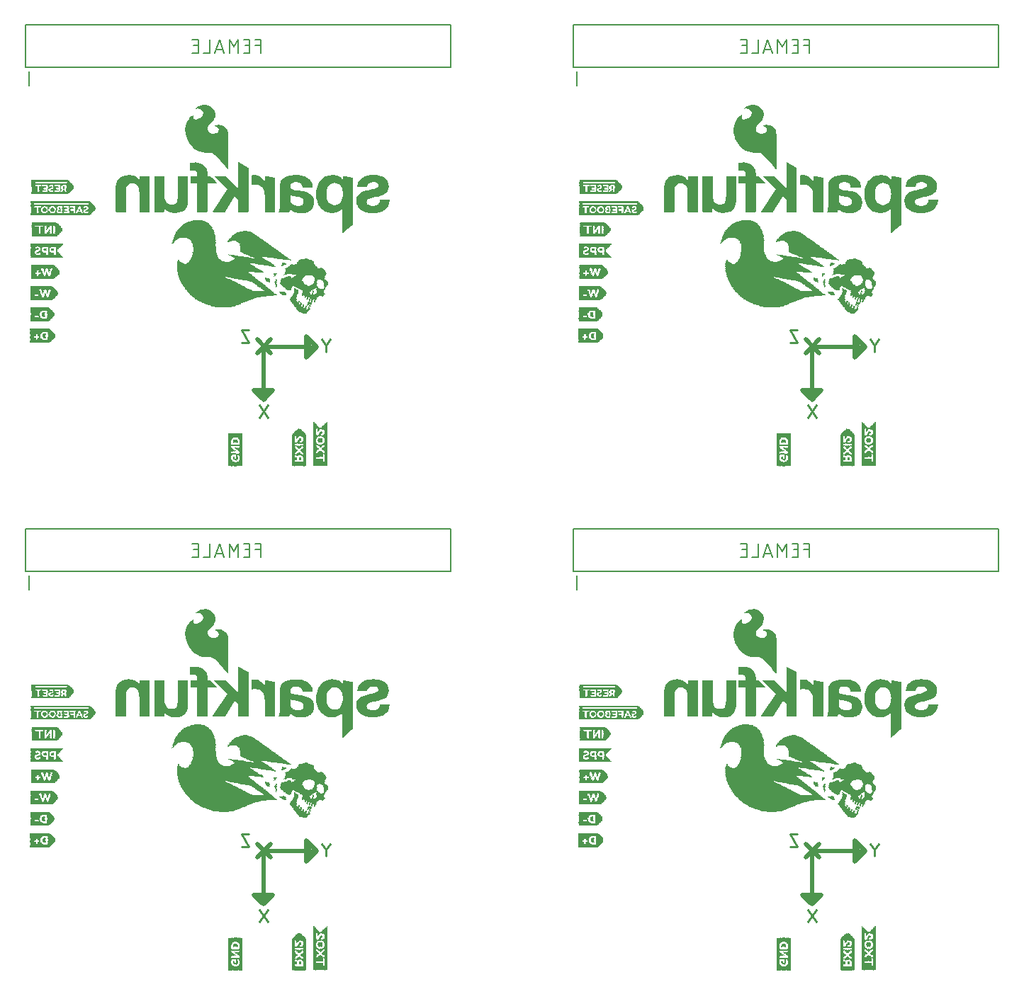
<source format=gbo>
G04 EAGLE Gerber RS-274X export*
G75*
%MOMM*%
%FSLAX34Y34*%
%LPD*%
%INSilkscreen Bottom*%
%IPPOS*%
%AMOC8*
5,1,8,0,0,1.08239X$1,22.5*%
G01*
%ADD10C,0.508000*%
%ADD11C,0.254000*%
%ADD12C,0.279400*%
%ADD13C,0.203200*%
%ADD14C,0.152400*%
%ADD15R,2.960000X0.040000*%
%ADD16R,3.000000X0.040000*%
%ADD17R,3.080000X0.040000*%
%ADD18R,3.120000X0.040000*%
%ADD19R,3.160000X0.040000*%
%ADD20R,3.200000X0.040000*%
%ADD21R,3.240000X0.040000*%
%ADD22R,3.280000X0.040000*%
%ADD23R,0.560000X0.040000*%
%ADD24R,0.160000X0.040000*%
%ADD25R,0.480000X0.040000*%
%ADD26R,0.120000X0.040000*%
%ADD27R,0.440000X0.040000*%
%ADD28R,0.400000X0.040000*%
%ADD29R,0.600000X0.040000*%
%ADD30R,0.360000X0.040000*%
%ADD31R,0.640000X0.040000*%
%ADD32R,0.320000X0.040000*%
%ADD33R,0.680000X0.040000*%
%ADD34R,0.720000X0.040000*%
%ADD35R,0.280000X0.040000*%
%ADD36R,0.800000X0.040000*%
%ADD37R,0.760000X0.040000*%
%ADD38R,0.240000X0.040000*%
%ADD39R,0.200000X0.040000*%
%ADD40R,0.840000X0.040000*%
%ADD41R,0.080000X0.040000*%
%ADD42R,0.040000X0.040000*%
%ADD43R,0.520000X0.040000*%
%ADD44R,3.880000X0.040000*%
%ADD45R,3.840000X0.040000*%
%ADD46R,3.800000X0.040000*%
%ADD47R,3.760000X0.040000*%
%ADD48R,3.720000X0.040000*%
%ADD49R,3.680000X0.040000*%
%ADD50R,3.640000X0.040000*%
%ADD51R,2.640000X0.040000*%
%ADD52R,0.960000X0.040000*%
%ADD53R,0.920000X0.040000*%
%ADD54R,0.880000X0.040000*%
%ADD55R,0.040000X3.760000*%
%ADD56R,0.040000X3.800000*%
%ADD57R,0.040000X3.880000*%
%ADD58R,0.040000X3.920000*%
%ADD59R,0.040000X3.960000*%
%ADD60R,0.040000X4.000000*%
%ADD61R,0.040000X4.040000*%
%ADD62R,0.040000X1.440000*%
%ADD63R,0.040000X0.600000*%
%ADD64R,0.040000X0.800000*%
%ADD65R,0.040000X0.480000*%
%ADD66R,0.040000X0.320000*%
%ADD67R,0.040000X0.520000*%
%ADD68R,0.040000X0.120000*%
%ADD69R,0.040000X0.760000*%
%ADD70R,0.040000X0.240000*%
%ADD71R,0.040000X0.080000*%
%ADD72R,0.040000X0.720000*%
%ADD73R,0.040000X0.200000*%
%ADD74R,0.040000X0.400000*%
%ADD75R,0.040000X0.160000*%
%ADD76R,0.040000X0.360000*%
%ADD77R,0.040000X0.280000*%
%ADD78R,0.040000X0.840000*%
%ADD79R,0.040000X0.880000*%
%ADD80R,0.040000X0.560000*%
%ADD81R,0.040000X0.920000*%
%ADD82R,0.040000X0.440000*%
%ADD83R,0.040000X0.960000*%
%ADD84R,0.040000X1.000000*%
%ADD85R,0.040000X1.040000*%
%ADD86R,0.040000X1.080000*%
%ADD87R,0.040000X0.680000*%
%ADD88R,0.040000X0.640000*%
%ADD89R,0.040000X5.240000*%
%ADD90R,0.040000X5.200000*%
%ADD91R,0.040000X5.160000*%
%ADD92R,0.040000X5.120000*%
%ADD93R,0.040000X5.080000*%
%ADD94R,0.040000X5.040000*%
%ADD95R,0.040000X5.000000*%
%ADD96R,0.040000X1.560000*%
%ADD97R,0.040000X2.800000*%
%ADD98R,4.400000X0.040000*%
%ADD99R,4.440000X0.040000*%
%ADD100R,4.520000X0.040000*%
%ADD101R,4.560000X0.040000*%
%ADD102R,4.840000X0.040000*%
%ADD103R,4.880000X0.040000*%
%ADD104R,4.920000X0.040000*%
%ADD105R,4.960000X0.040000*%
%ADD106R,1.000000X0.040000*%
%ADD107R,4.600000X0.040000*%
%ADD108R,7.040000X0.040000*%
%ADD109R,7.080000X0.040000*%
%ADD110R,7.160000X0.040000*%
%ADD111R,7.200000X0.040000*%
%ADD112R,7.480000X0.040000*%
%ADD113R,7.520000X0.040000*%
%ADD114R,7.560000X0.040000*%
%ADD115R,7.600000X0.040000*%
%ADD116R,1.080000X0.040000*%
%ADD117R,7.240000X0.040000*%
%ADD118R,2.560000X0.040000*%
%ADD119R,2.600000X0.040000*%
%ADD120R,2.680000X0.040000*%
%ADD121R,2.720000X0.040000*%
%ADD122R,2.760000X0.040000*%
%ADD123R,2.800000X0.040000*%
%ADD124R,2.840000X0.040000*%
%ADD125R,1.040000X0.040000*%
%ADD126R,1.160000X0.040000*%
%ADD127R,1.120000X0.040000*%
%ADD128R,1.200000X0.040000*%
%ADD129R,1.280000X0.040000*%
%ADD130R,1.320000X0.040000*%
%ADD131R,1.400000X0.040000*%
%ADD132R,2.320000X0.040000*%
%ADD133R,2.360000X0.040000*%
%ADD134R,2.440000X0.040000*%
%ADD135R,2.480000X0.040000*%
%ADD136R,2.520000X0.040000*%
%ADD137R,1.560000X0.040000*%
%ADD138R,1.480000X0.040000*%
%ADD139R,1.360000X0.040000*%
%ADD140R,1.240000X0.040000*%
%ADD141R,1.600000X0.040000*%
%ADD142R,2.160000X0.040000*%
%ADD143R,2.200000X0.040000*%
%ADD144R,2.280000X0.040000*%
%ADD145R,2.400000X0.040000*%
%ADD146R,1.440000X0.040000*%
%ADD147R,2.880000X0.040000*%
%ADD148R,2.920000X0.040000*%
%ADD149R,1.520000X0.040000*%
%ADD150R,0.790000X0.050000*%
%ADD151R,1.240000X0.050000*%
%ADD152R,1.630000X0.050000*%
%ADD153R,1.880000X0.050000*%
%ADD154R,2.120000X0.040000*%
%ADD155R,2.370000X0.050000*%
%ADD156R,2.570000X0.050000*%
%ADD157R,2.720000X0.050000*%
%ADD158R,2.820000X0.050000*%
%ADD159R,2.970000X0.050000*%
%ADD160R,3.120000X0.050000*%
%ADD161R,3.210000X0.050000*%
%ADD162R,3.350000X0.050000*%
%ADD163R,3.450000X0.050000*%
%ADD164R,3.550000X0.050000*%
%ADD165R,3.650000X0.050000*%
%ADD166R,3.750000X0.050000*%
%ADD167R,3.800000X0.050000*%
%ADD168R,3.900000X0.050000*%
%ADD169R,3.950000X0.050000*%
%ADD170R,4.050000X0.040000*%
%ADD171R,4.100000X0.050000*%
%ADD172R,4.200000X0.050000*%
%ADD173R,4.250000X0.050000*%
%ADD174R,4.300000X0.050000*%
%ADD175R,4.350000X0.050000*%
%ADD176R,0.540000X0.050000*%
%ADD177R,4.400000X0.050000*%
%ADD178R,1.040000X0.050000*%
%ADD179R,4.450000X0.050000*%
%ADD180R,1.280000X0.050000*%
%ADD181R,4.500000X0.050000*%
%ADD182R,1.580000X0.050000*%
%ADD183R,4.550000X0.050000*%
%ADD184R,1.830000X0.050000*%
%ADD185R,4.590000X0.050000*%
%ADD186R,2.020000X0.050000*%
%ADD187R,4.640000X0.050000*%
%ADD188R,2.170000X0.050000*%
%ADD189R,4.690000X0.050000*%
%ADD190R,2.320000X0.050000*%
%ADD191R,4.740000X0.050000*%
%ADD192R,2.470000X0.050000*%
%ADD193R,2.620000X0.050000*%
%ADD194R,4.790000X0.050000*%
%ADD195R,2.770000X0.050000*%
%ADD196R,4.840000X0.050000*%
%ADD197R,2.860000X0.040000*%
%ADD198R,3.010000X0.050000*%
%ADD199R,4.890000X0.050000*%
%ADD200R,3.110000X0.050000*%
%ADD201R,3.260000X0.050000*%
%ADD202R,4.940000X0.050000*%
%ADD203R,3.360000X0.050000*%
%ADD204R,3.460000X0.050000*%
%ADD205R,0.840000X0.050000*%
%ADD206R,3.610000X0.050000*%
%ADD207R,3.310000X0.050000*%
%ADD208R,0.740000X0.050000*%
%ADD209R,3.710000X0.050000*%
%ADD210R,0.590000X0.050000*%
%ADD211R,3.850000X0.050000*%
%ADD212R,0.490000X0.050000*%
%ADD213R,4.000000X0.050000*%
%ADD214R,3.070000X0.050000*%
%ADD215R,0.390000X0.050000*%
%ADD216R,4.140000X0.050000*%
%ADD217R,3.020000X0.050000*%
%ADD218R,0.350000X0.050000*%
%ADD219R,4.190000X0.050000*%
%ADD220R,0.300000X0.050000*%
%ADD221R,3.400000X0.050000*%
%ADD222R,0.440000X0.050000*%
%ADD223R,2.920000X0.050000*%
%ADD224R,0.240000X0.050000*%
%ADD225R,0.250000X0.050000*%
%ADD226R,0.100000X0.050000*%
%ADD227R,2.870000X0.050000*%
%ADD228R,0.200000X0.050000*%
%ADD229R,3.310000X0.040000*%
%ADD230R,2.870000X0.040000*%
%ADD231R,0.150000X0.040000*%
%ADD232R,0.150000X0.050000*%
%ADD233R,3.410000X0.050000*%
%ADD234R,0.050000X0.050000*%
%ADD235R,3.510000X0.050000*%
%ADD236R,3.600000X0.050000*%
%ADD237R,3.700000X0.050000*%
%ADD238R,4.050000X0.050000*%
%ADD239R,4.150000X0.040000*%
%ADD240R,2.770000X0.040000*%
%ADD241R,4.340000X0.050000*%
%ADD242R,4.440000X0.050000*%
%ADD243R,4.490000X0.050000*%
%ADD244R,4.540000X0.050000*%
%ADD245R,2.860000X0.050000*%
%ADD246R,2.910000X0.050000*%
%ADD247R,2.960000X0.050000*%
%ADD248R,4.290000X0.050000*%
%ADD249R,0.290000X0.050000*%
%ADD250R,4.190000X0.040000*%
%ADD251R,0.550000X0.040000*%
%ADD252R,3.010000X0.040000*%
%ADD253R,4.150000X0.050000*%
%ADD254R,1.090000X0.050000*%
%ADD255R,3.060000X0.050000*%
%ADD256R,1.140000X0.050000*%
%ADD257R,1.380000X0.050000*%
%ADD258R,1.530000X0.050000*%
%ADD259R,3.160000X0.050000*%
%ADD260R,1.980000X0.050000*%
%ADD261R,1.780000X0.050000*%
%ADD262R,1.680000X0.050000*%
%ADD263R,1.080000X0.050000*%
%ADD264R,2.070000X0.050000*%
%ADD265R,1.390000X0.050000*%
%ADD266R,0.690000X0.050000*%
%ADD267R,3.560000X0.050000*%
%ADD268R,0.140000X0.050000*%
%ADD269R,3.760000X0.050000*%
%ADD270R,3.860000X0.050000*%
%ADD271R,1.930000X0.040000*%
%ADD272R,9.630000X0.040000*%
%ADD273R,9.770000X0.050000*%
%ADD274R,0.450000X0.050000*%
%ADD275R,9.870000X0.050000*%
%ADD276R,0.550000X0.050000*%
%ADD277R,2.030000X0.050000*%
%ADD278R,7.460000X0.050000*%
%ADD279R,0.650000X0.050000*%
%ADD280R,2.080000X0.050000*%
%ADD281R,7.600000X0.050000*%
%ADD282R,1.730000X0.050000*%
%ADD283R,8.740000X0.050000*%
%ADD284R,1.480000X0.050000*%
%ADD285R,8.840000X0.050000*%
%ADD286R,1.190000X0.050000*%
%ADD287R,8.940000X0.050000*%
%ADD288R,0.190000X0.050000*%
%ADD289R,0.990000X0.050000*%
%ADD290R,8.990000X0.050000*%
%ADD291R,9.090000X0.050000*%
%ADD292R,0.500000X0.050000*%
%ADD293R,9.140000X0.050000*%
%ADD294R,9.240000X0.050000*%
%ADD295R,9.340000X0.050000*%
%ADD296R,9.390000X0.050000*%
%ADD297R,9.480000X0.050000*%
%ADD298R,9.580000X0.050000*%
%ADD299R,9.630000X0.050000*%
%ADD300R,4.540000X0.040000*%
%ADD301R,9.730000X0.040000*%
%ADD302R,9.830000X0.050000*%
%ADD303R,9.880000X0.050000*%
%ADD304R,9.980000X0.050000*%
%ADD305R,10.080000X0.050000*%
%ADD306R,10.130000X0.050000*%
%ADD307R,10.180000X0.050000*%
%ADD308R,8.450000X0.050000*%
%ADD309R,4.990000X0.050000*%
%ADD310R,8.550000X0.050000*%
%ADD311R,0.340000X0.050000*%
%ADD312R,8.590000X0.050000*%
%ADD313R,0.400000X0.050000*%
%ADD314R,8.640000X0.050000*%
%ADD315R,1.290000X0.050000*%
%ADD316R,8.790000X0.050000*%
%ADD317R,1.530000X0.040000*%
%ADD318R,1.130000X0.040000*%
%ADD319R,0.100000X0.040000*%
%ADD320R,8.840000X0.040000*%
%ADD321R,1.130000X0.050000*%
%ADD322R,0.090000X0.050000*%
%ADD323R,1.330000X0.050000*%
%ADD324R,1.180000X0.050000*%
%ADD325R,5.530000X0.050000*%
%ADD326R,5.580000X0.050000*%
%ADD327R,0.890000X0.050000*%
%ADD328R,5.630000X0.050000*%
%ADD329R,5.780000X0.050000*%
%ADD330R,2.420000X0.050000*%
%ADD331R,5.830000X0.050000*%
%ADD332R,2.270000X0.050000*%
%ADD333R,5.930000X0.050000*%
%ADD334R,0.040000X0.050000*%
%ADD335R,6.020000X0.050000*%
%ADD336R,1.820000X0.050000*%
%ADD337R,6.070000X0.050000*%
%ADD338R,6.170000X0.050000*%
%ADD339R,1.430000X0.050000*%
%ADD340R,6.220000X0.050000*%
%ADD341R,2.670000X0.050000*%
%ADD342R,1.230000X0.050000*%
%ADD343R,6.320000X0.050000*%
%ADD344R,6.370000X0.050000*%
%ADD345R,6.470000X0.050000*%
%ADD346R,0.500000X0.040000*%
%ADD347R,0.340000X0.040000*%
%ADD348R,0.290000X0.040000*%
%ADD349R,6.520000X0.040000*%
%ADD350R,2.810000X0.050000*%
%ADD351R,6.610000X0.050000*%
%ADD352R,6.660000X0.050000*%
%ADD353R,6.760000X0.050000*%
%ADD354R,0.980000X0.050000*%
%ADD355R,6.810000X0.050000*%
%ADD356R,6.910000X0.050000*%
%ADD357R,0.930000X0.050000*%
%ADD358R,7.010000X0.050000*%
%ADD359R,0.940000X0.050000*%
%ADD360R,7.070000X0.050000*%
%ADD361R,2.760000X0.050000*%
%ADD362R,7.160000X0.050000*%
%ADD363R,2.660000X0.050000*%
%ADD364R,7.260000X0.050000*%
%ADD365R,7.310000X0.050000*%
%ADD366R,2.560000X0.050000*%
%ADD367R,2.520000X0.050000*%
%ADD368R,7.360000X0.050000*%
%ADD369R,7.510000X0.050000*%
%ADD370R,1.680000X0.040000*%
%ADD371R,7.660000X0.050000*%
%ADD372R,7.700000X0.050000*%
%ADD373R,7.750000X0.050000*%
%ADD374R,7.800000X0.050000*%
%ADD375R,1.030000X0.050000*%
%ADD376R,10.170000X0.050000*%
%ADD377R,10.220000X0.050000*%
%ADD378R,0.640000X0.050000*%
%ADD379R,10.230000X0.050000*%
%ADD380R,10.280000X0.050000*%
%ADD381R,10.270000X0.050000*%
%ADD382R,1.780000X0.040000*%
%ADD383R,0.590000X0.040000*%
%ADD384R,9.780000X0.040000*%
%ADD385R,8.890000X0.050000*%
%ADD386R,8.440000X0.050000*%
%ADD387R,8.100000X0.050000*%
%ADD388R,7.500000X0.050000*%
%ADD389R,0.880000X0.050000*%
%ADD390R,7.060000X0.050000*%
%ADD391R,6.860000X0.050000*%
%ADD392R,0.600000X0.050000*%
%ADD393R,0.830000X0.050000*%
%ADD394R,6.620000X0.050000*%
%ADD395R,6.420000X0.050000*%
%ADD396R,6.180000X0.050000*%
%ADD397R,6.030000X0.050000*%
%ADD398R,5.330000X0.050000*%
%ADD399R,5.180000X0.050000*%
%ADD400R,0.890000X0.040000*%
%ADD401R,4.930000X0.040000*%
%ADD402R,1.970000X0.050000*%
%ADD403R,0.300000X0.040000*%
%ADD404R,1.090000X0.040000*%
%ADD405R,1.440000X0.050000*%
%ADD406R,1.340000X0.050000*%

G36*
X968276Y980350D02*
X968276Y980350D01*
X968302Y980351D01*
X968356Y980380D01*
X968414Y980402D01*
X968432Y980421D01*
X968454Y980434D01*
X968490Y980484D01*
X968532Y980530D01*
X968539Y980554D01*
X968554Y980575D01*
X968570Y980660D01*
X968581Y980696D01*
X968579Y980706D01*
X968582Y980718D01*
X968582Y1022018D01*
X968576Y1022043D01*
X968577Y1022078D01*
X968177Y1024578D01*
X968169Y1024596D01*
X968167Y1024622D01*
X967567Y1026722D01*
X967551Y1026751D01*
X967537Y1026796D01*
X966637Y1028496D01*
X966615Y1028521D01*
X966592Y1028563D01*
X965492Y1029863D01*
X965475Y1029876D01*
X965458Y1029898D01*
X964258Y1030998D01*
X964234Y1031012D01*
X964207Y1031037D01*
X962807Y1031937D01*
X962790Y1031944D01*
X962771Y1031958D01*
X961371Y1032658D01*
X961346Y1032664D01*
X961315Y1032681D01*
X959715Y1033181D01*
X959686Y1033183D01*
X959649Y1033195D01*
X958049Y1033395D01*
X958039Y1033394D01*
X958029Y1033397D01*
X956629Y1033497D01*
X956603Y1033493D01*
X956570Y1033497D01*
X955370Y1033397D01*
X955352Y1033391D01*
X955327Y1033390D01*
X954327Y1033190D01*
X954319Y1033187D01*
X954309Y1033187D01*
X953518Y1032989D01*
X953027Y1032890D01*
X952992Y1032875D01*
X952931Y1032858D01*
X952761Y1032772D01*
X952731Y1032758D01*
X952666Y1032704D01*
X952600Y1032649D01*
X952599Y1032648D01*
X952598Y1032647D01*
X952564Y1032571D01*
X952528Y1032492D01*
X952528Y1032490D01*
X952528Y1032489D01*
X952531Y1032403D01*
X952534Y1032318D01*
X952535Y1032317D01*
X952535Y1032315D01*
X952577Y1032240D01*
X952616Y1032166D01*
X952618Y1032165D01*
X952618Y1032164D01*
X952629Y1032157D01*
X952731Y1032078D01*
X952931Y1031978D01*
X952964Y1031970D01*
X953009Y1031949D01*
X953354Y1031862D01*
X953806Y1031592D01*
X953827Y1031585D01*
X953852Y1031568D01*
X954514Y1031284D01*
X955855Y1030326D01*
X956410Y1029771D01*
X956859Y1029143D01*
X957121Y1028356D01*
X957121Y1027473D01*
X956851Y1026572D01*
X956294Y1025644D01*
X955545Y1024801D01*
X954508Y1024047D01*
X953275Y1023478D01*
X951755Y1023098D01*
X949460Y1023098D01*
X947361Y1023766D01*
X945650Y1024811D01*
X944440Y1026207D01*
X943884Y1027967D01*
X943978Y1029937D01*
X944832Y1032118D01*
X946780Y1034358D01*
X949270Y1036849D01*
X949282Y1036867D01*
X949303Y1036886D01*
X951303Y1039486D01*
X951314Y1039510D01*
X951336Y1039537D01*
X952736Y1042137D01*
X952746Y1042172D01*
X952770Y1042222D01*
X953470Y1044922D01*
X953470Y1044960D01*
X953482Y1045018D01*
X953482Y1047518D01*
X953473Y1047555D01*
X953464Y1047634D01*
X952664Y1050134D01*
X952644Y1050167D01*
X952612Y1050237D01*
X950912Y1052637D01*
X950884Y1052662D01*
X950847Y1052708D01*
X948247Y1054908D01*
X948215Y1054924D01*
X948171Y1054958D01*
X944771Y1056658D01*
X944735Y1056666D01*
X944680Y1056690D01*
X941380Y1057390D01*
X941344Y1057389D01*
X941289Y1057398D01*
X938289Y1057298D01*
X938256Y1057289D01*
X938206Y1057286D01*
X935506Y1056586D01*
X935488Y1056576D01*
X935463Y1056572D01*
X933163Y1055672D01*
X933144Y1055659D01*
X933117Y1055650D01*
X931317Y1054650D01*
X931302Y1054636D01*
X931278Y1054625D01*
X930178Y1053825D01*
X930176Y1053823D01*
X930173Y1053822D01*
X929773Y1053522D01*
X929740Y1053482D01*
X929699Y1053448D01*
X929685Y1053416D01*
X929662Y1053389D01*
X929650Y1053338D01*
X929628Y1053290D01*
X929629Y1053255D01*
X929621Y1053221D01*
X929633Y1053169D01*
X929635Y1053117D01*
X929652Y1053086D01*
X929659Y1053052D01*
X929692Y1053011D01*
X929717Y1052965D01*
X929746Y1052944D01*
X929768Y1052917D01*
X929816Y1052895D01*
X929859Y1052865D01*
X929899Y1052857D01*
X929926Y1052845D01*
X929958Y1052846D01*
X930001Y1052837D01*
X930201Y1052837D01*
X930228Y1052844D01*
X930264Y1052843D01*
X930853Y1052941D01*
X931723Y1053037D01*
X932770Y1053037D01*
X933927Y1052844D01*
X935160Y1052560D01*
X936275Y1051909D01*
X937339Y1050942D01*
X937989Y1050292D01*
X938349Y1049572D01*
X938628Y1048736D01*
X938719Y1047918D01*
X938627Y1047094D01*
X938347Y1046158D01*
X937879Y1045224D01*
X937110Y1044263D01*
X936331Y1043386D01*
X935355Y1042508D01*
X934386Y1041732D01*
X933227Y1041056D01*
X932158Y1040570D01*
X931102Y1040186D01*
X930067Y1039998D01*
X929268Y1039998D01*
X928298Y1040351D01*
X927608Y1040955D01*
X927262Y1041646D01*
X927077Y1042480D01*
X926982Y1043339D01*
X926982Y1044080D01*
X927064Y1044493D01*
X927142Y1044648D01*
X927145Y1044663D01*
X927154Y1044675D01*
X927180Y1044809D01*
X927182Y1044816D01*
X927182Y1044817D01*
X927182Y1044818D01*
X927182Y1044918D01*
X927167Y1044979D01*
X927161Y1045041D01*
X927148Y1045062D01*
X927142Y1045086D01*
X927102Y1045135D01*
X927069Y1045188D01*
X927048Y1045201D01*
X927032Y1045220D01*
X926975Y1045246D01*
X926921Y1045279D01*
X926896Y1045281D01*
X926874Y1045291D01*
X926811Y1045288D01*
X926748Y1045294D01*
X926722Y1045285D01*
X926701Y1045284D01*
X926668Y1045266D01*
X926611Y1045247D01*
X924011Y1043747D01*
X923983Y1043720D01*
X923922Y1043676D01*
X921522Y1041076D01*
X921505Y1041045D01*
X921496Y1041034D01*
X921487Y1041028D01*
X921485Y1041022D01*
X921471Y1041006D01*
X919471Y1037506D01*
X919464Y1037481D01*
X919445Y1037450D01*
X917845Y1033150D01*
X917841Y1033117D01*
X917825Y1033072D01*
X917125Y1028272D01*
X917128Y1028241D01*
X917122Y1028196D01*
X917422Y1022896D01*
X917431Y1022865D01*
X917435Y1022818D01*
X918935Y1017318D01*
X918951Y1017288D01*
X918965Y1017240D01*
X921865Y1011740D01*
X921885Y1011717D01*
X921906Y1011679D01*
X924006Y1009079D01*
X924017Y1009070D01*
X924027Y1009055D01*
X926327Y1006655D01*
X926342Y1006645D01*
X926357Y1006626D01*
X928857Y1004526D01*
X928879Y1004515D01*
X928904Y1004493D01*
X931704Y1002793D01*
X931723Y1002786D01*
X931745Y1002771D01*
X934845Y1001371D01*
X934870Y1001366D01*
X934901Y1001351D01*
X938201Y1000451D01*
X938226Y1000450D01*
X938258Y1000440D01*
X941758Y1000040D01*
X941777Y1000042D01*
X941801Y1000037D01*
X945692Y1000037D01*
X947550Y999940D01*
X949283Y999554D01*
X950811Y998886D01*
X952259Y997824D01*
X953733Y996448D01*
X955321Y994760D01*
X957018Y992864D01*
X957019Y992863D01*
X957019Y992862D01*
X958919Y990762D01*
X958923Y990760D01*
X958925Y990756D01*
X960721Y988861D01*
X962418Y986964D01*
X963911Y985272D01*
X965206Y983678D01*
X965215Y983671D01*
X965222Y983660D01*
X966413Y982370D01*
X967198Y981388D01*
X967692Y980697D01*
X967712Y980679D01*
X967733Y980649D01*
X967933Y980449D01*
X967954Y980435D01*
X967971Y980415D01*
X968027Y980390D01*
X968080Y980357D01*
X968105Y980355D01*
X968129Y980344D01*
X968191Y980347D01*
X968252Y980341D01*
X968276Y980350D01*
G37*
G36*
X313185Y980350D02*
X313185Y980350D01*
X313211Y980351D01*
X313265Y980380D01*
X313323Y980402D01*
X313340Y980421D01*
X313363Y980434D01*
X313398Y980484D01*
X313440Y980530D01*
X313448Y980554D01*
X313463Y980575D01*
X313479Y980660D01*
X313490Y980696D01*
X313488Y980706D01*
X313490Y980718D01*
X313490Y1022018D01*
X313484Y1022043D01*
X313485Y1022078D01*
X313085Y1024578D01*
X313078Y1024596D01*
X313076Y1024622D01*
X312476Y1026722D01*
X312460Y1026751D01*
X312446Y1026796D01*
X311546Y1028496D01*
X311524Y1028521D01*
X311500Y1028563D01*
X310400Y1029863D01*
X310383Y1029876D01*
X310367Y1029898D01*
X309167Y1030998D01*
X309143Y1031012D01*
X309116Y1031037D01*
X307716Y1031937D01*
X307698Y1031944D01*
X307680Y1031958D01*
X306280Y1032658D01*
X306254Y1032664D01*
X306223Y1032681D01*
X304623Y1033181D01*
X304595Y1033183D01*
X304557Y1033195D01*
X302957Y1033395D01*
X302948Y1033394D01*
X302937Y1033397D01*
X301537Y1033497D01*
X301512Y1033493D01*
X301478Y1033497D01*
X300278Y1033397D01*
X300260Y1033391D01*
X300235Y1033390D01*
X299235Y1033190D01*
X299228Y1033187D01*
X299218Y1033187D01*
X298427Y1032989D01*
X297935Y1032890D01*
X297901Y1032875D01*
X297840Y1032858D01*
X297669Y1032772D01*
X297640Y1032758D01*
X297575Y1032704D01*
X297509Y1032649D01*
X297508Y1032648D01*
X297507Y1032647D01*
X297473Y1032571D01*
X297437Y1032492D01*
X297437Y1032490D01*
X297436Y1032489D01*
X297440Y1032403D01*
X297443Y1032318D01*
X297444Y1032317D01*
X297444Y1032315D01*
X297485Y1032240D01*
X297525Y1032166D01*
X297526Y1032165D01*
X297527Y1032164D01*
X297537Y1032157D01*
X297640Y1032078D01*
X297840Y1031978D01*
X297873Y1031970D01*
X297918Y1031949D01*
X298263Y1031862D01*
X298714Y1031592D01*
X298736Y1031585D01*
X298760Y1031568D01*
X299422Y1031284D01*
X300763Y1030326D01*
X301319Y1029771D01*
X301767Y1029143D01*
X302030Y1028356D01*
X302030Y1027473D01*
X301759Y1026572D01*
X301202Y1025644D01*
X300453Y1024801D01*
X299417Y1024047D01*
X298183Y1023478D01*
X296663Y1023098D01*
X294369Y1023098D01*
X292269Y1023766D01*
X290559Y1024811D01*
X289349Y1026207D01*
X288793Y1027967D01*
X288887Y1029937D01*
X289740Y1032118D01*
X291688Y1034358D01*
X294179Y1036849D01*
X294190Y1036867D01*
X294211Y1036886D01*
X296211Y1039486D01*
X296222Y1039510D01*
X296245Y1039537D01*
X297645Y1042137D01*
X297654Y1042172D01*
X297678Y1042222D01*
X298378Y1044922D01*
X298379Y1044960D01*
X298390Y1045018D01*
X298390Y1047518D01*
X298381Y1047555D01*
X298372Y1047634D01*
X297572Y1050134D01*
X297552Y1050167D01*
X297520Y1050237D01*
X295820Y1052637D01*
X295793Y1052662D01*
X295756Y1052708D01*
X293156Y1054908D01*
X293124Y1054924D01*
X293080Y1054958D01*
X289680Y1056658D01*
X289644Y1056666D01*
X289589Y1056690D01*
X286289Y1057390D01*
X286253Y1057389D01*
X286197Y1057398D01*
X283197Y1057298D01*
X283165Y1057289D01*
X283115Y1057286D01*
X280415Y1056586D01*
X280397Y1056576D01*
X280371Y1056572D01*
X278071Y1055672D01*
X278053Y1055659D01*
X278025Y1055650D01*
X276225Y1054650D01*
X276210Y1054636D01*
X276186Y1054625D01*
X275086Y1053825D01*
X275085Y1053823D01*
X275082Y1053822D01*
X274682Y1053522D01*
X274648Y1053482D01*
X274608Y1053448D01*
X274593Y1053416D01*
X274571Y1053389D01*
X274558Y1053338D01*
X274537Y1053290D01*
X274538Y1053255D01*
X274530Y1053221D01*
X274541Y1053169D01*
X274543Y1053117D01*
X274560Y1053086D01*
X274568Y1053052D01*
X274601Y1053011D01*
X274626Y1052965D01*
X274655Y1052944D01*
X274677Y1052917D01*
X274725Y1052895D01*
X274768Y1052865D01*
X274808Y1052857D01*
X274835Y1052845D01*
X274866Y1052846D01*
X274910Y1052837D01*
X275110Y1052837D01*
X275136Y1052844D01*
X275173Y1052843D01*
X275762Y1052941D01*
X276631Y1053037D01*
X277679Y1053037D01*
X278836Y1052844D01*
X280068Y1052560D01*
X281184Y1051909D01*
X282248Y1050942D01*
X282898Y1050292D01*
X283258Y1049572D01*
X283537Y1048736D01*
X283627Y1047918D01*
X283536Y1047094D01*
X283255Y1046158D01*
X282788Y1045224D01*
X282019Y1044263D01*
X281240Y1043386D01*
X280264Y1042508D01*
X279294Y1041732D01*
X278135Y1041056D01*
X277066Y1040570D01*
X276010Y1040186D01*
X274976Y1039998D01*
X274177Y1039998D01*
X273207Y1040351D01*
X272517Y1040955D01*
X272171Y1041646D01*
X271986Y1042480D01*
X271890Y1043339D01*
X271890Y1044080D01*
X271973Y1044493D01*
X272050Y1044648D01*
X272054Y1044663D01*
X272063Y1044675D01*
X272089Y1044809D01*
X272090Y1044816D01*
X272090Y1044817D01*
X272090Y1044818D01*
X272090Y1044918D01*
X272076Y1044979D01*
X272070Y1045041D01*
X272056Y1045062D01*
X272051Y1045086D01*
X272011Y1045135D01*
X271977Y1045188D01*
X271956Y1045201D01*
X271941Y1045220D01*
X271883Y1045246D01*
X271830Y1045279D01*
X271805Y1045281D01*
X271782Y1045291D01*
X271720Y1045288D01*
X271657Y1045294D01*
X271631Y1045285D01*
X271609Y1045284D01*
X271576Y1045266D01*
X271520Y1045247D01*
X268920Y1043747D01*
X268891Y1043720D01*
X268831Y1043676D01*
X266431Y1041076D01*
X266413Y1041045D01*
X266404Y1041034D01*
X266396Y1041028D01*
X266393Y1041022D01*
X266380Y1041006D01*
X264380Y1037506D01*
X264372Y1037481D01*
X264354Y1037450D01*
X262754Y1033150D01*
X262749Y1033117D01*
X262734Y1033072D01*
X262034Y1028272D01*
X262036Y1028241D01*
X262030Y1028196D01*
X262330Y1022896D01*
X262340Y1022865D01*
X262343Y1022818D01*
X263843Y1017318D01*
X263859Y1017288D01*
X263874Y1017240D01*
X266774Y1011740D01*
X266794Y1011717D01*
X266814Y1011679D01*
X268914Y1009079D01*
X268926Y1009070D01*
X268935Y1009055D01*
X271235Y1006655D01*
X271251Y1006645D01*
X271265Y1006626D01*
X273765Y1004526D01*
X273788Y1004515D01*
X273813Y1004493D01*
X276613Y1002793D01*
X276632Y1002786D01*
X276654Y1002771D01*
X279754Y1001371D01*
X279779Y1001366D01*
X279810Y1001351D01*
X283110Y1000451D01*
X283135Y1000450D01*
X283167Y1000440D01*
X286667Y1000040D01*
X286686Y1000042D01*
X286710Y1000037D01*
X290600Y1000037D01*
X292458Y999940D01*
X294191Y999554D01*
X295719Y998886D01*
X297167Y997824D01*
X298641Y996448D01*
X300230Y994760D01*
X301927Y992864D01*
X301927Y992863D01*
X301928Y992862D01*
X303828Y990762D01*
X303831Y990760D01*
X303834Y990756D01*
X305630Y988861D01*
X307327Y986964D01*
X308820Y985272D01*
X310115Y983678D01*
X310124Y983671D01*
X310131Y983660D01*
X311321Y982370D01*
X312106Y981388D01*
X312601Y980697D01*
X312621Y980679D01*
X312641Y980649D01*
X312841Y980449D01*
X312863Y980435D01*
X312879Y980415D01*
X312936Y980390D01*
X312988Y980357D01*
X313014Y980355D01*
X313038Y980344D01*
X313099Y980347D01*
X313161Y980341D01*
X313185Y980350D01*
G37*
G36*
X313185Y377252D02*
X313185Y377252D01*
X313211Y377253D01*
X313265Y377283D01*
X313323Y377305D01*
X313340Y377324D01*
X313363Y377336D01*
X313398Y377387D01*
X313440Y377432D01*
X313448Y377457D01*
X313463Y377478D01*
X313479Y377562D01*
X313490Y377598D01*
X313488Y377608D01*
X313490Y377620D01*
X313490Y418920D01*
X313484Y418945D01*
X313485Y418980D01*
X313085Y421480D01*
X313078Y421499D01*
X313076Y421524D01*
X312476Y423624D01*
X312460Y423653D01*
X312446Y423698D01*
X311546Y425398D01*
X311524Y425423D01*
X311500Y425466D01*
X310400Y426766D01*
X310383Y426778D01*
X310367Y426800D01*
X309167Y427900D01*
X309143Y427914D01*
X309116Y427940D01*
X307716Y428840D01*
X307698Y428846D01*
X307680Y428860D01*
X306280Y429560D01*
X306254Y429566D01*
X306223Y429583D01*
X304623Y430083D01*
X304595Y430085D01*
X304557Y430097D01*
X302957Y430297D01*
X302948Y430296D01*
X302937Y430299D01*
X301537Y430399D01*
X301512Y430395D01*
X301478Y430399D01*
X300278Y430299D01*
X300260Y430293D01*
X300235Y430293D01*
X299235Y430093D01*
X299228Y430089D01*
X299218Y430089D01*
X298427Y429891D01*
X297935Y429793D01*
X297901Y429777D01*
X297840Y429760D01*
X297669Y429675D01*
X297640Y429660D01*
X297575Y429606D01*
X297509Y429552D01*
X297508Y429550D01*
X297507Y429549D01*
X297473Y429473D01*
X297437Y429394D01*
X297437Y429392D01*
X297436Y429391D01*
X297440Y429306D01*
X297443Y429221D01*
X297444Y429219D01*
X297444Y429218D01*
X297485Y429142D01*
X297525Y429068D01*
X297526Y429067D01*
X297527Y429066D01*
X297537Y429059D01*
X297640Y428980D01*
X297840Y428880D01*
X297873Y428872D01*
X297918Y428851D01*
X298263Y428765D01*
X298714Y428494D01*
X298736Y428487D01*
X298760Y428471D01*
X299422Y428187D01*
X300763Y427229D01*
X301319Y426674D01*
X301767Y426045D01*
X302030Y425258D01*
X302030Y424376D01*
X301759Y423475D01*
X301202Y422546D01*
X300453Y421703D01*
X299417Y420950D01*
X298183Y420380D01*
X296663Y420000D01*
X294369Y420000D01*
X292269Y420668D01*
X290559Y421714D01*
X289349Y423110D01*
X288793Y424870D01*
X288887Y426840D01*
X289740Y429020D01*
X291688Y431260D01*
X294179Y433751D01*
X294190Y433770D01*
X294211Y433788D01*
X296211Y436388D01*
X296222Y436412D01*
X296245Y436440D01*
X297645Y439040D01*
X297654Y439075D01*
X297678Y439125D01*
X298378Y441825D01*
X298379Y441862D01*
X298390Y441920D01*
X298390Y444420D01*
X298381Y444458D01*
X298372Y444536D01*
X297572Y447036D01*
X297552Y447069D01*
X297520Y447140D01*
X295820Y449540D01*
X295793Y449564D01*
X295756Y449610D01*
X293156Y451810D01*
X293124Y451827D01*
X293080Y451860D01*
X289680Y453560D01*
X289644Y453569D01*
X289589Y453592D01*
X286289Y454292D01*
X286253Y454291D01*
X286197Y454300D01*
X283197Y454200D01*
X283165Y454191D01*
X283115Y454188D01*
X280415Y453488D01*
X280397Y453479D01*
X280371Y453474D01*
X278071Y452574D01*
X278053Y452561D01*
X278025Y452552D01*
X276225Y451552D01*
X276210Y451539D01*
X276186Y451528D01*
X275086Y450728D01*
X275085Y450726D01*
X275082Y450724D01*
X274682Y450424D01*
X274648Y450384D01*
X274608Y450351D01*
X274593Y450318D01*
X274571Y450291D01*
X274558Y450240D01*
X274537Y450192D01*
X274538Y450157D01*
X274530Y450123D01*
X274541Y450072D01*
X274543Y450019D01*
X274560Y449988D01*
X274568Y449954D01*
X274601Y449913D01*
X274626Y449867D01*
X274655Y449847D01*
X274677Y449819D01*
X274725Y449798D01*
X274768Y449767D01*
X274808Y449760D01*
X274835Y449747D01*
X274866Y449748D01*
X274910Y449740D01*
X275110Y449740D01*
X275136Y449746D01*
X275173Y449745D01*
X275762Y449843D01*
X276631Y449940D01*
X277679Y449940D01*
X278836Y449747D01*
X280068Y449462D01*
X281184Y448812D01*
X282248Y447845D01*
X282898Y447195D01*
X283258Y446474D01*
X283537Y445638D01*
X283627Y444820D01*
X283536Y443996D01*
X283255Y443061D01*
X282788Y442126D01*
X282019Y441165D01*
X281240Y440288D01*
X280264Y439410D01*
X279294Y438634D01*
X278135Y437958D01*
X277066Y437472D01*
X276010Y437088D01*
X274976Y436900D01*
X274177Y436900D01*
X273207Y437253D01*
X272517Y437857D01*
X272171Y438548D01*
X271986Y439382D01*
X271890Y440241D01*
X271890Y440982D01*
X271973Y441396D01*
X272050Y441550D01*
X272054Y441565D01*
X272063Y441578D01*
X272089Y441712D01*
X272090Y441719D01*
X272090Y441720D01*
X272090Y441820D01*
X272076Y441881D01*
X272070Y441944D01*
X272056Y441965D01*
X272051Y441989D01*
X272011Y442037D01*
X271977Y442090D01*
X271956Y442103D01*
X271941Y442122D01*
X271883Y442148D01*
X271830Y442181D01*
X271805Y442183D01*
X271782Y442193D01*
X271720Y442191D01*
X271657Y442197D01*
X271631Y442188D01*
X271609Y442187D01*
X271576Y442169D01*
X271520Y442149D01*
X268920Y440649D01*
X268891Y440623D01*
X268831Y440578D01*
X266431Y437978D01*
X266413Y437948D01*
X266404Y437937D01*
X266396Y437930D01*
X266393Y437924D01*
X266380Y437909D01*
X264380Y434409D01*
X264372Y434383D01*
X264354Y434353D01*
X262754Y430053D01*
X262749Y430020D01*
X262734Y429975D01*
X262034Y425175D01*
X262036Y425143D01*
X262030Y425099D01*
X262330Y419799D01*
X262340Y419767D01*
X262343Y419720D01*
X263843Y414220D01*
X263859Y414190D01*
X263874Y414143D01*
X266774Y408643D01*
X266794Y408619D01*
X266814Y408581D01*
X268914Y405981D01*
X268926Y405972D01*
X268935Y405957D01*
X271235Y403557D01*
X271251Y403547D01*
X271265Y403529D01*
X273765Y401429D01*
X273788Y401418D01*
X273813Y401395D01*
X276613Y399695D01*
X276632Y399689D01*
X276654Y399673D01*
X279754Y398273D01*
X279779Y398268D01*
X279810Y398253D01*
X283110Y397353D01*
X283135Y397352D01*
X283167Y397342D01*
X286667Y396942D01*
X286686Y396944D01*
X286710Y396940D01*
X290600Y396940D01*
X292458Y396842D01*
X294191Y396457D01*
X295719Y395788D01*
X297167Y394727D01*
X298641Y393351D01*
X300230Y391663D01*
X301927Y389766D01*
X301928Y389765D01*
X303828Y387665D01*
X303831Y387663D01*
X303834Y387659D01*
X305630Y385763D01*
X307327Y383866D01*
X308820Y382174D01*
X310115Y380580D01*
X310124Y380574D01*
X310131Y380562D01*
X311321Y379272D01*
X312106Y378291D01*
X312601Y377599D01*
X312621Y377581D01*
X312641Y377551D01*
X312841Y377351D01*
X312863Y377338D01*
X312879Y377318D01*
X312936Y377292D01*
X312988Y377260D01*
X313014Y377257D01*
X313038Y377247D01*
X313099Y377249D01*
X313161Y377243D01*
X313185Y377252D01*
G37*
G36*
X968276Y377252D02*
X968276Y377252D01*
X968302Y377253D01*
X968356Y377283D01*
X968414Y377305D01*
X968432Y377324D01*
X968454Y377336D01*
X968490Y377387D01*
X968532Y377432D01*
X968539Y377457D01*
X968554Y377478D01*
X968570Y377562D01*
X968581Y377598D01*
X968579Y377608D01*
X968582Y377620D01*
X968582Y418920D01*
X968576Y418945D01*
X968577Y418980D01*
X968177Y421480D01*
X968169Y421499D01*
X968167Y421524D01*
X967567Y423624D01*
X967551Y423653D01*
X967537Y423698D01*
X966637Y425398D01*
X966615Y425423D01*
X966592Y425466D01*
X965492Y426766D01*
X965475Y426778D01*
X965458Y426800D01*
X964258Y427900D01*
X964234Y427914D01*
X964207Y427940D01*
X962807Y428840D01*
X962790Y428846D01*
X962771Y428860D01*
X961371Y429560D01*
X961346Y429566D01*
X961315Y429583D01*
X959715Y430083D01*
X959686Y430085D01*
X959649Y430097D01*
X958049Y430297D01*
X958039Y430296D01*
X958029Y430299D01*
X956629Y430399D01*
X956603Y430395D01*
X956570Y430399D01*
X955370Y430299D01*
X955352Y430293D01*
X955327Y430293D01*
X954327Y430093D01*
X954319Y430089D01*
X954309Y430089D01*
X953518Y429891D01*
X953027Y429793D01*
X952992Y429777D01*
X952931Y429760D01*
X952761Y429675D01*
X952731Y429660D01*
X952666Y429606D01*
X952600Y429552D01*
X952599Y429550D01*
X952598Y429549D01*
X952564Y429473D01*
X952528Y429394D01*
X952528Y429392D01*
X952528Y429391D01*
X952531Y429306D01*
X952534Y429221D01*
X952535Y429219D01*
X952535Y429218D01*
X952577Y429142D01*
X952616Y429068D01*
X952618Y429067D01*
X952618Y429066D01*
X952629Y429059D01*
X952731Y428980D01*
X952931Y428880D01*
X952964Y428872D01*
X953009Y428851D01*
X953354Y428765D01*
X953806Y428494D01*
X953827Y428487D01*
X953852Y428471D01*
X954514Y428187D01*
X955855Y427229D01*
X956410Y426674D01*
X956859Y426045D01*
X957121Y425258D01*
X957121Y424376D01*
X956851Y423475D01*
X956294Y422546D01*
X955545Y421703D01*
X954508Y420950D01*
X953275Y420380D01*
X951755Y420000D01*
X949460Y420000D01*
X947361Y420668D01*
X945650Y421714D01*
X944440Y423110D01*
X943884Y424870D01*
X943978Y426840D01*
X944832Y429020D01*
X946780Y431260D01*
X949270Y433751D01*
X949282Y433770D01*
X949303Y433788D01*
X951303Y436388D01*
X951314Y436412D01*
X951336Y436440D01*
X952736Y439040D01*
X952746Y439075D01*
X952770Y439125D01*
X953470Y441825D01*
X953470Y441862D01*
X953482Y441920D01*
X953482Y444420D01*
X953473Y444458D01*
X953464Y444536D01*
X952664Y447036D01*
X952644Y447069D01*
X952612Y447140D01*
X950912Y449540D01*
X950884Y449564D01*
X950847Y449610D01*
X948247Y451810D01*
X948215Y451827D01*
X948171Y451860D01*
X944771Y453560D01*
X944735Y453569D01*
X944680Y453592D01*
X941380Y454292D01*
X941344Y454291D01*
X941289Y454300D01*
X938289Y454200D01*
X938256Y454191D01*
X938206Y454188D01*
X935506Y453488D01*
X935488Y453479D01*
X935463Y453474D01*
X933163Y452574D01*
X933144Y452561D01*
X933117Y452552D01*
X931317Y451552D01*
X931302Y451539D01*
X931278Y451528D01*
X930178Y450728D01*
X930176Y450726D01*
X930173Y450724D01*
X929773Y450424D01*
X929740Y450384D01*
X929699Y450351D01*
X929685Y450318D01*
X929662Y450291D01*
X929650Y450240D01*
X929628Y450192D01*
X929629Y450157D01*
X929621Y450123D01*
X929633Y450072D01*
X929635Y450019D01*
X929652Y449988D01*
X929659Y449954D01*
X929692Y449913D01*
X929717Y449867D01*
X929746Y449847D01*
X929768Y449819D01*
X929816Y449798D01*
X929859Y449767D01*
X929899Y449760D01*
X929926Y449747D01*
X929958Y449748D01*
X930001Y449740D01*
X930201Y449740D01*
X930228Y449746D01*
X930264Y449745D01*
X930853Y449843D01*
X931723Y449940D01*
X932770Y449940D01*
X933927Y449747D01*
X935160Y449462D01*
X936275Y448812D01*
X937339Y447845D01*
X937989Y447195D01*
X938349Y446474D01*
X938628Y445638D01*
X938719Y444820D01*
X938627Y443996D01*
X938347Y443061D01*
X937879Y442126D01*
X937110Y441165D01*
X936331Y440288D01*
X935355Y439410D01*
X934386Y438634D01*
X933227Y437958D01*
X932158Y437472D01*
X931102Y437088D01*
X930067Y436900D01*
X929268Y436900D01*
X928298Y437253D01*
X927608Y437857D01*
X927262Y438548D01*
X927077Y439382D01*
X926982Y440241D01*
X926982Y440982D01*
X927064Y441396D01*
X927142Y441550D01*
X927145Y441565D01*
X927154Y441578D01*
X927180Y441712D01*
X927182Y441719D01*
X927182Y441720D01*
X927182Y441820D01*
X927167Y441881D01*
X927161Y441944D01*
X927148Y441965D01*
X927142Y441989D01*
X927102Y442037D01*
X927069Y442090D01*
X927048Y442103D01*
X927032Y442122D01*
X926975Y442148D01*
X926921Y442181D01*
X926896Y442183D01*
X926874Y442193D01*
X926811Y442191D01*
X926748Y442197D01*
X926722Y442188D01*
X926701Y442187D01*
X926668Y442169D01*
X926611Y442149D01*
X924011Y440649D01*
X923983Y440623D01*
X923922Y440578D01*
X921522Y437978D01*
X921505Y437948D01*
X921496Y437937D01*
X921487Y437930D01*
X921485Y437924D01*
X921471Y437909D01*
X919471Y434409D01*
X919464Y434383D01*
X919445Y434353D01*
X917845Y430053D01*
X917841Y430020D01*
X917825Y429975D01*
X917125Y425175D01*
X917128Y425143D01*
X917122Y425099D01*
X917422Y419799D01*
X917431Y419767D01*
X917435Y419720D01*
X918935Y414220D01*
X918951Y414190D01*
X918965Y414143D01*
X921865Y408643D01*
X921885Y408619D01*
X921906Y408581D01*
X924006Y405981D01*
X924017Y405972D01*
X924027Y405957D01*
X926327Y403557D01*
X926342Y403547D01*
X926357Y403529D01*
X928857Y401429D01*
X928879Y401418D01*
X928904Y401395D01*
X931704Y399695D01*
X931723Y399689D01*
X931745Y399673D01*
X934845Y398273D01*
X934870Y398268D01*
X934901Y398253D01*
X938201Y397353D01*
X938226Y397352D01*
X938258Y397342D01*
X941758Y396942D01*
X941777Y396944D01*
X941801Y396940D01*
X945692Y396940D01*
X947550Y396842D01*
X949283Y396457D01*
X950811Y395788D01*
X952259Y394727D01*
X953733Y393351D01*
X955321Y391663D01*
X957018Y389766D01*
X957019Y389766D01*
X957019Y389765D01*
X958919Y387665D01*
X958923Y387663D01*
X958925Y387659D01*
X960721Y385763D01*
X962418Y383866D01*
X963911Y382174D01*
X965206Y380580D01*
X965215Y380574D01*
X965222Y380562D01*
X966413Y379272D01*
X967198Y378291D01*
X967692Y377599D01*
X967712Y377581D01*
X967733Y377551D01*
X967933Y377351D01*
X967954Y377338D01*
X967971Y377318D01*
X968027Y377292D01*
X968080Y377260D01*
X968105Y377257D01*
X968129Y377247D01*
X968191Y377249D01*
X968252Y377243D01*
X968276Y377252D01*
G37*
G36*
X450236Y300850D02*
X450236Y300850D01*
X450311Y300853D01*
X450321Y300859D01*
X450333Y300860D01*
X450459Y300933D01*
X451959Y302233D01*
X451963Y302237D01*
X451969Y302241D01*
X453364Y303537D01*
X456359Y306133D01*
X456363Y306137D01*
X456369Y306141D01*
X457764Y307437D01*
X459259Y308733D01*
X459263Y308737D01*
X459269Y308741D01*
X460664Y310037D01*
X462159Y311333D01*
X462161Y311335D01*
X462163Y311336D01*
X462211Y311404D01*
X462261Y311473D01*
X462261Y311476D01*
X462263Y311478D01*
X462290Y311620D01*
X462290Y366920D01*
X462288Y366931D01*
X462290Y366942D01*
X462268Y367014D01*
X462251Y367089D01*
X462244Y367097D01*
X462241Y367108D01*
X462189Y367164D01*
X462141Y367222D01*
X462131Y367227D01*
X462123Y367235D01*
X461990Y367292D01*
X460590Y367592D01*
X460578Y367592D01*
X460564Y367596D01*
X459177Y367795D01*
X457790Y368092D01*
X457778Y368092D01*
X457764Y368096D01*
X456380Y368294D01*
X455096Y368591D01*
X455081Y368590D01*
X455064Y368596D01*
X453677Y368795D01*
X452290Y369092D01*
X452278Y369092D01*
X452264Y369096D01*
X450864Y369296D01*
X450787Y369290D01*
X450709Y369287D01*
X450701Y369282D01*
X450691Y369281D01*
X450625Y369241D01*
X450557Y369204D01*
X450552Y369196D01*
X450543Y369191D01*
X450508Y369136D01*
X450508Y369135D01*
X450507Y369134D01*
X450502Y369125D01*
X450457Y369062D01*
X450455Y369052D01*
X450451Y369045D01*
X450447Y369009D01*
X450444Y368993D01*
X450437Y368977D01*
X450437Y368959D01*
X450430Y368920D01*
X450430Y364599D01*
X449923Y365335D01*
X449911Y365347D01*
X449906Y365355D01*
X449901Y365358D01*
X449889Y365379D01*
X448589Y366779D01*
X448567Y366793D01*
X448545Y366819D01*
X447145Y367919D01*
X447122Y367930D01*
X447096Y367951D01*
X445496Y368851D01*
X445477Y368857D01*
X445455Y368872D01*
X443755Y369572D01*
X443737Y369574D01*
X443717Y369585D01*
X442017Y370085D01*
X441996Y370086D01*
X441969Y370096D01*
X440069Y370396D01*
X440052Y370394D01*
X440030Y370400D01*
X438130Y370500D01*
X438104Y370495D01*
X438070Y370498D01*
X433370Y369998D01*
X433336Y369986D01*
X433282Y369978D01*
X429382Y368578D01*
X429351Y368558D01*
X429299Y368536D01*
X425999Y366336D01*
X425976Y366312D01*
X425936Y366284D01*
X423236Y363484D01*
X423219Y363455D01*
X423201Y363436D01*
X423196Y363431D01*
X423195Y363429D01*
X423186Y363420D01*
X421086Y360020D01*
X421076Y359989D01*
X421052Y359948D01*
X419652Y356048D01*
X419650Y356026D01*
X419638Y356000D01*
X418738Y351800D01*
X418739Y351776D01*
X418731Y351746D01*
X418431Y347346D01*
X418434Y347323D01*
X418431Y347293D01*
X418731Y343093D01*
X418738Y343069D01*
X418739Y343037D01*
X419639Y339037D01*
X419642Y339029D01*
X419643Y339022D01*
X419650Y339009D01*
X419653Y338989D01*
X421053Y335189D01*
X421072Y335159D01*
X421092Y335111D01*
X423192Y331911D01*
X423212Y331893D01*
X423231Y331861D01*
X425831Y329061D01*
X425862Y329041D01*
X425901Y329002D01*
X429101Y326902D01*
X429134Y326890D01*
X429179Y326863D01*
X432979Y325463D01*
X433014Y325459D01*
X433066Y325442D01*
X437366Y324942D01*
X437399Y324946D01*
X437448Y324942D01*
X439448Y325142D01*
X439459Y325145D01*
X439473Y325145D01*
X441273Y325445D01*
X441289Y325452D01*
X441312Y325454D01*
X443112Y325954D01*
X443129Y325963D01*
X443155Y325968D01*
X444855Y326668D01*
X444875Y326683D01*
X444906Y326694D01*
X446406Y327594D01*
X446417Y327605D01*
X446435Y327613D01*
X447935Y328713D01*
X447951Y328732D01*
X447979Y328751D01*
X449279Y330051D01*
X449286Y330062D01*
X449299Y330073D01*
X449830Y330692D01*
X449830Y301220D01*
X449833Y301208D01*
X449831Y301196D01*
X449852Y301125D01*
X449869Y301051D01*
X449877Y301042D01*
X449880Y301030D01*
X449932Y300976D01*
X449979Y300918D01*
X449991Y300913D01*
X449999Y300904D01*
X450069Y300877D01*
X450138Y300847D01*
X450150Y300847D01*
X450161Y300843D01*
X450236Y300850D01*
G37*
G36*
X450236Y903948D02*
X450236Y903948D01*
X450311Y903951D01*
X450321Y903957D01*
X450333Y903958D01*
X450459Y904030D01*
X451959Y905330D01*
X451963Y905335D01*
X451969Y905339D01*
X453364Y906635D01*
X456359Y909230D01*
X456363Y909235D01*
X456369Y909239D01*
X457764Y910535D01*
X459259Y911830D01*
X459263Y911835D01*
X459269Y911839D01*
X460664Y913135D01*
X462159Y914430D01*
X462161Y914432D01*
X462163Y914434D01*
X462211Y914502D01*
X462261Y914571D01*
X462261Y914573D01*
X462263Y914575D01*
X462290Y914718D01*
X462290Y970018D01*
X462288Y970028D01*
X462290Y970039D01*
X462268Y970112D01*
X462251Y970186D01*
X462244Y970195D01*
X462241Y970205D01*
X462189Y970261D01*
X462141Y970320D01*
X462131Y970324D01*
X462123Y970333D01*
X461990Y970389D01*
X460590Y970689D01*
X460578Y970689D01*
X460564Y970694D01*
X459177Y970892D01*
X457790Y971189D01*
X457778Y971189D01*
X457764Y971194D01*
X456380Y971392D01*
X455096Y971688D01*
X455081Y971688D01*
X455064Y971694D01*
X453677Y971892D01*
X452290Y972189D01*
X452278Y972189D01*
X452264Y972194D01*
X450864Y972394D01*
X450787Y972387D01*
X450709Y972384D01*
X450701Y972380D01*
X450691Y972379D01*
X450625Y972338D01*
X450557Y972302D01*
X450552Y972294D01*
X450543Y972289D01*
X450508Y972233D01*
X450507Y972231D01*
X450502Y972223D01*
X450457Y972160D01*
X450455Y972149D01*
X450451Y972142D01*
X450447Y972106D01*
X450444Y972091D01*
X450437Y972075D01*
X450437Y972057D01*
X450430Y972018D01*
X450430Y967696D01*
X449923Y968433D01*
X449911Y968445D01*
X449906Y968453D01*
X449901Y968456D01*
X449889Y968476D01*
X448589Y969876D01*
X448567Y969891D01*
X448545Y969917D01*
X447145Y971017D01*
X447122Y971027D01*
X447096Y971049D01*
X445496Y971949D01*
X445477Y971955D01*
X445455Y971969D01*
X443755Y972669D01*
X443737Y972672D01*
X443717Y972682D01*
X442017Y973182D01*
X441996Y973184D01*
X441969Y973193D01*
X440069Y973493D01*
X440052Y973492D01*
X440030Y973497D01*
X438130Y973597D01*
X438104Y973593D01*
X438070Y973596D01*
X433370Y973096D01*
X433336Y973084D01*
X433282Y973075D01*
X429382Y971675D01*
X429351Y971656D01*
X429299Y971634D01*
X425999Y969434D01*
X425976Y969410D01*
X425936Y969382D01*
X423236Y966582D01*
X423219Y966553D01*
X423201Y966533D01*
X423196Y966529D01*
X423195Y966526D01*
X423186Y966517D01*
X421086Y963117D01*
X421076Y963086D01*
X421052Y963046D01*
X419652Y959146D01*
X419650Y959124D01*
X419638Y959097D01*
X418738Y954897D01*
X418739Y954874D01*
X418731Y954843D01*
X418431Y950443D01*
X418434Y950421D01*
X418431Y950391D01*
X418731Y946191D01*
X418738Y946167D01*
X418739Y946134D01*
X419639Y942134D01*
X419642Y942127D01*
X419643Y942119D01*
X419650Y942106D01*
X419653Y942086D01*
X421053Y938286D01*
X421072Y938257D01*
X421092Y938209D01*
X423192Y935009D01*
X423212Y934990D01*
X423231Y934959D01*
X425831Y932159D01*
X425862Y932139D01*
X425901Y932100D01*
X429101Y930000D01*
X429134Y929988D01*
X429179Y929961D01*
X432979Y928561D01*
X433014Y928556D01*
X433066Y928540D01*
X437366Y928040D01*
X437399Y928044D01*
X437448Y928039D01*
X439448Y928239D01*
X439459Y928243D01*
X439473Y928243D01*
X441273Y928543D01*
X441289Y928549D01*
X441312Y928551D01*
X443112Y929051D01*
X443129Y929061D01*
X443155Y929066D01*
X444855Y929766D01*
X444875Y929780D01*
X444906Y929792D01*
X446406Y930692D01*
X446417Y930703D01*
X446435Y930711D01*
X447935Y931811D01*
X447951Y931830D01*
X447979Y931849D01*
X449279Y933149D01*
X449286Y933160D01*
X449299Y933170D01*
X449830Y933790D01*
X449830Y904318D01*
X449833Y904306D01*
X449831Y904294D01*
X449852Y904222D01*
X449869Y904149D01*
X449877Y904139D01*
X449880Y904128D01*
X449932Y904073D01*
X449979Y904015D01*
X449991Y904010D01*
X449999Y904001D01*
X450069Y903975D01*
X450138Y903944D01*
X450150Y903945D01*
X450161Y903941D01*
X450236Y903948D01*
G37*
G36*
X1105327Y903948D02*
X1105327Y903948D01*
X1105402Y903951D01*
X1105413Y903957D01*
X1105425Y903958D01*
X1105550Y904030D01*
X1107050Y905330D01*
X1107054Y905335D01*
X1107060Y905339D01*
X1108456Y906635D01*
X1111450Y909230D01*
X1111454Y909235D01*
X1111460Y909239D01*
X1112856Y910535D01*
X1114350Y911830D01*
X1114354Y911835D01*
X1114360Y911839D01*
X1115756Y913135D01*
X1117250Y914430D01*
X1117252Y914432D01*
X1117254Y914434D01*
X1117302Y914502D01*
X1117352Y914571D01*
X1117353Y914573D01*
X1117354Y914575D01*
X1117382Y914718D01*
X1117382Y970018D01*
X1117379Y970028D01*
X1117381Y970039D01*
X1117360Y970112D01*
X1117342Y970186D01*
X1117335Y970195D01*
X1117332Y970205D01*
X1117280Y970261D01*
X1117232Y970320D01*
X1117222Y970324D01*
X1117214Y970333D01*
X1117081Y970389D01*
X1115681Y970689D01*
X1115669Y970689D01*
X1115655Y970694D01*
X1114268Y970892D01*
X1112881Y971189D01*
X1112869Y971189D01*
X1112855Y971194D01*
X1111471Y971392D01*
X1110187Y971688D01*
X1110172Y971688D01*
X1110155Y971694D01*
X1108768Y971892D01*
X1107381Y972189D01*
X1107369Y972189D01*
X1107355Y972194D01*
X1105955Y972394D01*
X1105878Y972387D01*
X1105801Y972384D01*
X1105792Y972380D01*
X1105783Y972379D01*
X1105716Y972338D01*
X1105649Y972302D01*
X1105643Y972294D01*
X1105635Y972289D01*
X1105600Y972233D01*
X1105599Y972233D01*
X1105598Y972231D01*
X1105593Y972223D01*
X1105549Y972160D01*
X1105547Y972149D01*
X1105542Y972142D01*
X1105538Y972106D01*
X1105535Y972091D01*
X1105528Y972075D01*
X1105529Y972057D01*
X1105521Y972018D01*
X1105521Y967696D01*
X1105015Y968433D01*
X1105002Y968445D01*
X1104998Y968453D01*
X1104993Y968456D01*
X1104980Y968476D01*
X1103680Y969876D01*
X1103659Y969891D01*
X1103636Y969917D01*
X1102236Y971017D01*
X1102213Y971027D01*
X1102188Y971049D01*
X1100588Y971949D01*
X1100568Y971955D01*
X1100546Y971969D01*
X1098846Y972669D01*
X1098829Y972672D01*
X1098809Y972682D01*
X1097109Y973182D01*
X1097087Y973184D01*
X1097061Y973193D01*
X1095161Y973493D01*
X1095143Y973492D01*
X1095121Y973497D01*
X1093221Y973597D01*
X1093196Y973593D01*
X1093161Y973596D01*
X1088461Y973096D01*
X1088427Y973084D01*
X1088373Y973075D01*
X1084473Y971675D01*
X1084442Y971656D01*
X1084390Y971634D01*
X1081090Y969434D01*
X1081068Y969410D01*
X1081028Y969382D01*
X1078328Y966582D01*
X1078311Y966553D01*
X1078293Y966533D01*
X1078287Y966529D01*
X1078286Y966526D01*
X1078278Y966517D01*
X1076178Y963117D01*
X1076167Y963086D01*
X1076144Y963046D01*
X1074744Y959146D01*
X1074741Y959124D01*
X1074730Y959097D01*
X1073830Y954897D01*
X1073830Y954874D01*
X1073822Y954843D01*
X1073522Y950443D01*
X1073526Y950421D01*
X1073522Y950391D01*
X1073822Y946191D01*
X1073829Y946167D01*
X1073830Y946134D01*
X1074730Y942134D01*
X1074734Y942127D01*
X1074734Y942119D01*
X1074741Y942106D01*
X1074745Y942086D01*
X1076145Y938286D01*
X1076164Y938257D01*
X1076184Y938209D01*
X1078284Y935009D01*
X1078303Y934990D01*
X1078323Y934959D01*
X1080923Y932159D01*
X1080953Y932139D01*
X1080993Y932100D01*
X1084193Y930000D01*
X1084226Y929988D01*
X1084270Y929961D01*
X1088070Y928561D01*
X1088106Y928556D01*
X1088158Y928540D01*
X1092458Y928040D01*
X1092491Y928044D01*
X1092539Y928039D01*
X1094539Y928239D01*
X1094550Y928243D01*
X1094564Y928243D01*
X1096364Y928543D01*
X1096380Y928549D01*
X1096403Y928551D01*
X1098203Y929051D01*
X1098221Y929061D01*
X1098246Y929066D01*
X1099946Y929766D01*
X1099966Y929780D01*
X1099997Y929792D01*
X1101497Y930692D01*
X1101508Y930703D01*
X1101526Y930711D01*
X1103026Y931811D01*
X1103043Y931830D01*
X1103070Y931849D01*
X1104370Y933149D01*
X1104377Y933160D01*
X1104390Y933170D01*
X1104921Y933790D01*
X1104921Y904318D01*
X1104924Y904306D01*
X1104922Y904294D01*
X1104944Y904222D01*
X1104961Y904149D01*
X1104968Y904139D01*
X1104972Y904128D01*
X1105023Y904073D01*
X1105071Y904015D01*
X1105082Y904010D01*
X1105090Y904001D01*
X1105160Y903975D01*
X1105229Y903944D01*
X1105241Y903945D01*
X1105252Y903941D01*
X1105327Y903948D01*
G37*
G36*
X1105327Y300850D02*
X1105327Y300850D01*
X1105402Y300853D01*
X1105413Y300859D01*
X1105425Y300860D01*
X1105550Y300933D01*
X1107050Y302233D01*
X1107054Y302237D01*
X1107060Y302241D01*
X1108456Y303537D01*
X1111450Y306133D01*
X1111454Y306137D01*
X1111460Y306141D01*
X1112856Y307437D01*
X1114350Y308733D01*
X1114354Y308737D01*
X1114360Y308741D01*
X1115756Y310037D01*
X1117250Y311333D01*
X1117252Y311335D01*
X1117254Y311336D01*
X1117302Y311404D01*
X1117352Y311473D01*
X1117353Y311476D01*
X1117354Y311478D01*
X1117382Y311620D01*
X1117382Y366920D01*
X1117379Y366931D01*
X1117381Y366942D01*
X1117360Y367014D01*
X1117342Y367089D01*
X1117335Y367097D01*
X1117332Y367108D01*
X1117280Y367164D01*
X1117232Y367222D01*
X1117222Y367227D01*
X1117214Y367235D01*
X1117081Y367292D01*
X1115681Y367592D01*
X1115669Y367592D01*
X1115655Y367596D01*
X1114268Y367795D01*
X1112881Y368092D01*
X1112869Y368092D01*
X1112855Y368096D01*
X1111471Y368294D01*
X1110187Y368591D01*
X1110172Y368590D01*
X1110155Y368596D01*
X1108768Y368795D01*
X1107381Y369092D01*
X1107369Y369092D01*
X1107355Y369096D01*
X1105955Y369296D01*
X1105878Y369290D01*
X1105801Y369287D01*
X1105792Y369282D01*
X1105783Y369281D01*
X1105716Y369241D01*
X1105649Y369204D01*
X1105643Y369196D01*
X1105635Y369191D01*
X1105600Y369136D01*
X1105599Y369135D01*
X1105598Y369134D01*
X1105593Y369125D01*
X1105549Y369062D01*
X1105547Y369052D01*
X1105542Y369045D01*
X1105538Y369009D01*
X1105535Y368993D01*
X1105528Y368977D01*
X1105529Y368959D01*
X1105521Y368920D01*
X1105521Y364599D01*
X1105015Y365335D01*
X1105002Y365347D01*
X1104998Y365355D01*
X1104993Y365358D01*
X1104980Y365379D01*
X1103680Y366779D01*
X1103659Y366793D01*
X1103636Y366819D01*
X1102236Y367919D01*
X1102213Y367930D01*
X1102188Y367951D01*
X1100588Y368851D01*
X1100568Y368857D01*
X1100546Y368872D01*
X1098846Y369572D01*
X1098829Y369574D01*
X1098809Y369585D01*
X1097109Y370085D01*
X1097087Y370086D01*
X1097061Y370096D01*
X1095161Y370396D01*
X1095143Y370394D01*
X1095121Y370400D01*
X1093221Y370500D01*
X1093196Y370495D01*
X1093161Y370498D01*
X1088461Y369998D01*
X1088427Y369986D01*
X1088373Y369978D01*
X1084473Y368578D01*
X1084442Y368558D01*
X1084390Y368536D01*
X1081090Y366336D01*
X1081068Y366312D01*
X1081028Y366284D01*
X1078328Y363484D01*
X1078311Y363455D01*
X1078293Y363436D01*
X1078287Y363431D01*
X1078286Y363429D01*
X1078278Y363420D01*
X1076178Y360020D01*
X1076167Y359989D01*
X1076144Y359948D01*
X1074744Y356048D01*
X1074741Y356026D01*
X1074730Y356000D01*
X1073830Y351800D01*
X1073830Y351776D01*
X1073822Y351746D01*
X1073522Y347346D01*
X1073526Y347323D01*
X1073522Y347293D01*
X1073822Y343093D01*
X1073829Y343069D01*
X1073830Y343037D01*
X1074730Y339037D01*
X1074734Y339029D01*
X1074734Y339022D01*
X1074741Y339009D01*
X1074745Y338989D01*
X1076145Y335189D01*
X1076164Y335159D01*
X1076184Y335111D01*
X1078284Y331911D01*
X1078303Y331893D01*
X1078323Y331861D01*
X1080923Y329061D01*
X1080953Y329041D01*
X1080993Y329002D01*
X1084193Y326902D01*
X1084226Y326890D01*
X1084270Y326863D01*
X1088070Y325463D01*
X1088106Y325459D01*
X1088158Y325442D01*
X1092458Y324942D01*
X1092491Y324946D01*
X1092539Y324942D01*
X1094539Y325142D01*
X1094550Y325145D01*
X1094564Y325145D01*
X1096364Y325445D01*
X1096380Y325452D01*
X1096403Y325454D01*
X1098203Y325954D01*
X1098221Y325963D01*
X1098246Y325968D01*
X1099946Y326668D01*
X1099966Y326683D01*
X1099997Y326694D01*
X1101497Y327594D01*
X1101508Y327605D01*
X1101526Y327613D01*
X1103026Y328713D01*
X1103043Y328732D01*
X1103070Y328751D01*
X1104370Y330051D01*
X1104377Y330062D01*
X1104390Y330073D01*
X1104921Y330692D01*
X1104921Y301220D01*
X1104924Y301208D01*
X1104922Y301196D01*
X1104944Y301125D01*
X1104961Y301051D01*
X1104968Y301042D01*
X1104972Y301030D01*
X1105023Y300976D01*
X1105071Y300918D01*
X1105082Y300913D01*
X1105090Y300904D01*
X1105160Y300877D01*
X1105229Y300847D01*
X1105241Y300847D01*
X1105252Y300843D01*
X1105327Y300850D01*
G37*
G36*
X401021Y927940D02*
X401021Y927940D01*
X401035Y927938D01*
X404035Y928138D01*
X404049Y928142D01*
X404068Y928142D01*
X405368Y928342D01*
X405387Y928350D01*
X405414Y928352D01*
X406814Y928752D01*
X406821Y928756D01*
X406830Y928757D01*
X408030Y929157D01*
X408050Y929169D01*
X408080Y929178D01*
X408721Y929498D01*
X409280Y929778D01*
X409285Y929781D01*
X409292Y929784D01*
X410392Y930384D01*
X410401Y930392D01*
X410414Y930397D01*
X411514Y931097D01*
X411538Y931121D01*
X411579Y931149D01*
X412479Y932049D01*
X412484Y932057D01*
X412494Y932065D01*
X413294Y932965D01*
X413304Y932982D01*
X413322Y933000D01*
X414022Y934000D01*
X414031Y934022D01*
X414050Y934048D01*
X414650Y935248D01*
X414653Y935259D01*
X414661Y935271D01*
X415161Y936471D01*
X415166Y936500D01*
X415182Y936538D01*
X415482Y937938D01*
X415482Y937940D01*
X415483Y937943D01*
X415783Y939443D01*
X415782Y939474D01*
X415790Y939518D01*
X415790Y941018D01*
X415787Y941033D01*
X415789Y941052D01*
X415489Y944352D01*
X415480Y944379D01*
X415479Y944389D01*
X415476Y944394D01*
X415471Y944438D01*
X414571Y947138D01*
X414550Y947171D01*
X414519Y947239D01*
X413019Y949339D01*
X412993Y949361D01*
X412963Y949402D01*
X411163Y951002D01*
X411132Y951018D01*
X411092Y951051D01*
X408892Y952251D01*
X408870Y952258D01*
X408844Y952274D01*
X406444Y953174D01*
X406429Y953176D01*
X406413Y953184D01*
X403913Y953884D01*
X403892Y953885D01*
X403866Y953894D01*
X401167Y954294D01*
X398568Y954693D01*
X398561Y954693D01*
X398554Y954695D01*
X395954Y954995D01*
X393578Y955292D01*
X391518Y955783D01*
X389869Y956365D01*
X388577Y957103D01*
X387876Y958154D01*
X387690Y959641D01*
X387690Y960491D01*
X387783Y961138D01*
X388155Y962440D01*
X388507Y962880D01*
X388517Y962900D01*
X388536Y962922D01*
X388801Y963363D01*
X389228Y963705D01*
X390170Y964270D01*
X391298Y964646D01*
X393337Y964937D01*
X395586Y964937D01*
X396359Y964841D01*
X397031Y964745D01*
X398397Y964354D01*
X398964Y964165D01*
X399504Y963896D01*
X400439Y963147D01*
X400797Y962700D01*
X401084Y962222D01*
X401090Y962216D01*
X401094Y962207D01*
X401465Y961649D01*
X401647Y961105D01*
X401843Y960419D01*
X402036Y959648D01*
X402133Y958870D01*
X402142Y958845D01*
X402143Y958817D01*
X402172Y958764D01*
X402193Y958708D01*
X402213Y958689D01*
X402226Y958665D01*
X402275Y958630D01*
X402319Y958589D01*
X402345Y958581D01*
X402368Y958565D01*
X402448Y958549D01*
X402484Y958538D01*
X402496Y958540D01*
X402510Y958537D01*
X414110Y958537D01*
X414179Y958553D01*
X414249Y958563D01*
X414262Y958573D01*
X414279Y958577D01*
X414333Y958622D01*
X414391Y958662D01*
X414399Y958676D01*
X414412Y958687D01*
X414441Y958751D01*
X414476Y958813D01*
X414477Y958832D01*
X414483Y958845D01*
X414482Y958884D01*
X414488Y958957D01*
X414288Y960857D01*
X414282Y960876D01*
X414281Y960900D01*
X413881Y962700D01*
X413871Y962721D01*
X413866Y962751D01*
X413266Y964351D01*
X413254Y964369D01*
X413246Y964397D01*
X412446Y965897D01*
X412428Y965917D01*
X412411Y965949D01*
X411411Y967249D01*
X411395Y967263D01*
X411379Y967286D01*
X410279Y968386D01*
X410272Y968390D01*
X410267Y968398D01*
X409067Y969498D01*
X409040Y969513D01*
X409009Y969541D01*
X407709Y970341D01*
X407699Y970345D01*
X407689Y970353D01*
X406189Y971153D01*
X406171Y971158D01*
X406151Y971171D01*
X404651Y971771D01*
X404647Y971771D01*
X404644Y971774D01*
X403044Y972374D01*
X403022Y972376D01*
X402997Y972388D01*
X401297Y972788D01*
X401287Y972788D01*
X401276Y972792D01*
X399576Y973092D01*
X399566Y973092D01*
X399554Y973095D01*
X397854Y973295D01*
X397844Y973294D01*
X397831Y973297D01*
X394231Y973497D01*
X394222Y973496D01*
X394210Y973498D01*
X392610Y973498D01*
X392599Y973495D01*
X392586Y973497D01*
X390986Y973397D01*
X390977Y973394D01*
X390966Y973395D01*
X389266Y973195D01*
X389264Y973195D01*
X389263Y973195D01*
X387663Y972995D01*
X387653Y972991D01*
X387640Y972991D01*
X386040Y972691D01*
X386028Y972686D01*
X386012Y972685D01*
X384512Y972285D01*
X384503Y972280D01*
X384490Y972278D01*
X382990Y971778D01*
X382978Y971771D01*
X382960Y971767D01*
X381560Y971167D01*
X381548Y971158D01*
X381530Y971152D01*
X380230Y970452D01*
X380218Y970442D01*
X380199Y970434D01*
X378999Y969634D01*
X378978Y969611D01*
X378941Y969586D01*
X377941Y968586D01*
X377932Y968572D01*
X377916Y968558D01*
X377016Y967458D01*
X377002Y967431D01*
X376975Y967398D01*
X376275Y966098D01*
X376270Y966079D01*
X376257Y966059D01*
X375657Y964559D01*
X375652Y964528D01*
X375650Y964521D01*
X375646Y964514D01*
X375646Y964513D01*
X375636Y964488D01*
X375336Y962888D01*
X375337Y962866D01*
X375330Y962839D01*
X375230Y961039D01*
X375232Y961029D01*
X375230Y961018D01*
X375230Y938245D01*
X375134Y937571D01*
X375136Y937548D01*
X375130Y937518D01*
X375130Y935445D01*
X374934Y934075D01*
X374636Y932287D01*
X374444Y931326D01*
X374257Y930859D01*
X374253Y930830D01*
X374237Y930792D01*
X374147Y930342D01*
X373981Y930009D01*
X373794Y929729D01*
X373767Y929658D01*
X373737Y929590D01*
X373737Y929578D01*
X373733Y929566D01*
X373740Y929492D01*
X373743Y929417D01*
X373749Y929406D01*
X373750Y929394D01*
X373790Y929330D01*
X373826Y929265D01*
X373836Y929258D01*
X373843Y929247D01*
X373907Y929208D01*
X373968Y929165D01*
X373981Y929162D01*
X373990Y929157D01*
X374028Y929153D01*
X374110Y929137D01*
X385910Y929137D01*
X385959Y929149D01*
X386009Y929151D01*
X386042Y929168D01*
X386079Y929177D01*
X386118Y929209D01*
X386162Y929233D01*
X386188Y929267D01*
X386212Y929287D01*
X386225Y929314D01*
X386250Y929348D01*
X386350Y929548D01*
X386356Y929570D01*
X386371Y929597D01*
X386462Y929872D01*
X386550Y930048D01*
X386556Y930070D01*
X386571Y930097D01*
X386771Y930697D01*
X386774Y930735D01*
X386790Y930818D01*
X386790Y930956D01*
X386871Y931197D01*
X386874Y931235D01*
X386890Y931318D01*
X386890Y931456D01*
X386971Y931697D01*
X386974Y931735D01*
X386990Y931818D01*
X386990Y932256D01*
X387071Y932497D01*
X387074Y932535D01*
X387090Y932618D01*
X387090Y932700D01*
X387141Y932649D01*
X387161Y932636D01*
X387182Y932613D01*
X388782Y931413D01*
X388795Y931408D01*
X388808Y931395D01*
X390408Y930395D01*
X390417Y930392D01*
X390425Y930385D01*
X391325Y929885D01*
X391348Y929879D01*
X391366Y929866D01*
X391377Y929864D01*
X391390Y929857D01*
X392273Y929563D01*
X393156Y929170D01*
X393172Y929167D01*
X393190Y929157D01*
X394090Y928857D01*
X394107Y928855D01*
X394128Y928846D01*
X395028Y928646D01*
X395031Y928646D01*
X395035Y928645D01*
X397035Y928245D01*
X397050Y928245D01*
X397068Y928240D01*
X397968Y928140D01*
X397970Y928140D01*
X397972Y928139D01*
X399972Y927939D01*
X399989Y927941D01*
X400010Y927937D01*
X401010Y927937D01*
X401021Y927940D01*
G37*
G36*
X1056113Y927940D02*
X1056113Y927940D01*
X1056127Y927938D01*
X1059127Y928138D01*
X1059141Y928142D01*
X1059159Y928142D01*
X1060459Y928342D01*
X1060479Y928350D01*
X1060506Y928352D01*
X1061906Y928752D01*
X1061912Y928756D01*
X1061922Y928757D01*
X1063122Y929157D01*
X1063142Y929169D01*
X1063171Y929178D01*
X1063812Y929498D01*
X1064371Y929778D01*
X1064376Y929781D01*
X1064384Y929784D01*
X1065484Y930384D01*
X1065492Y930392D01*
X1065506Y930397D01*
X1066606Y931097D01*
X1066629Y931121D01*
X1066670Y931149D01*
X1067570Y932049D01*
X1067576Y932057D01*
X1067586Y932065D01*
X1068386Y932965D01*
X1068395Y932982D01*
X1068413Y933000D01*
X1069113Y934000D01*
X1069122Y934022D01*
X1069142Y934048D01*
X1069742Y935248D01*
X1069744Y935259D01*
X1069752Y935271D01*
X1070252Y936471D01*
X1070257Y936500D01*
X1070273Y936538D01*
X1070573Y937938D01*
X1070573Y937940D01*
X1070574Y937943D01*
X1070874Y939443D01*
X1070873Y939474D01*
X1070882Y939518D01*
X1070882Y941018D01*
X1070878Y941033D01*
X1070880Y941052D01*
X1070580Y944352D01*
X1070571Y944379D01*
X1070571Y944389D01*
X1070568Y944394D01*
X1070562Y944438D01*
X1069662Y947138D01*
X1069642Y947171D01*
X1069611Y947239D01*
X1068111Y949339D01*
X1068085Y949361D01*
X1068054Y949402D01*
X1066254Y951002D01*
X1066223Y951018D01*
X1066184Y951051D01*
X1063984Y952251D01*
X1063961Y952258D01*
X1063935Y952274D01*
X1061535Y953174D01*
X1061520Y953176D01*
X1061504Y953184D01*
X1059004Y953884D01*
X1058983Y953885D01*
X1058957Y953894D01*
X1056259Y954294D01*
X1053659Y954693D01*
X1053653Y954693D01*
X1053645Y954695D01*
X1051046Y954995D01*
X1048669Y955292D01*
X1046609Y955783D01*
X1044960Y956365D01*
X1043668Y957103D01*
X1042968Y958154D01*
X1042782Y959641D01*
X1042782Y960491D01*
X1042874Y961138D01*
X1043246Y962440D01*
X1043598Y962880D01*
X1043608Y962900D01*
X1043627Y962922D01*
X1043892Y963363D01*
X1044319Y963705D01*
X1045261Y964270D01*
X1046389Y964646D01*
X1048429Y964937D01*
X1050678Y964937D01*
X1051450Y964841D01*
X1052122Y964745D01*
X1053489Y964354D01*
X1054056Y964165D01*
X1054595Y963896D01*
X1055531Y963147D01*
X1055889Y962700D01*
X1056175Y962222D01*
X1056181Y962216D01*
X1056185Y962207D01*
X1056557Y961649D01*
X1056738Y961105D01*
X1056934Y960419D01*
X1057127Y959648D01*
X1057224Y958870D01*
X1057234Y958845D01*
X1057235Y958817D01*
X1057263Y958764D01*
X1057284Y958708D01*
X1057304Y958689D01*
X1057317Y958665D01*
X1057367Y958630D01*
X1057410Y958589D01*
X1057437Y958581D01*
X1057459Y958565D01*
X1057539Y958549D01*
X1057576Y958538D01*
X1057587Y958540D01*
X1057601Y958537D01*
X1069201Y958537D01*
X1069270Y958553D01*
X1069340Y958563D01*
X1069354Y958573D01*
X1069370Y958577D01*
X1069425Y958622D01*
X1069483Y958662D01*
X1069491Y958676D01*
X1069504Y958687D01*
X1069533Y958751D01*
X1069567Y958813D01*
X1069569Y958832D01*
X1069575Y958845D01*
X1069573Y958884D01*
X1069580Y958957D01*
X1069380Y960857D01*
X1069373Y960876D01*
X1069373Y960900D01*
X1068973Y962700D01*
X1068963Y962721D01*
X1068957Y962751D01*
X1068357Y964351D01*
X1068345Y964369D01*
X1068337Y964397D01*
X1067537Y965897D01*
X1067519Y965917D01*
X1067503Y965949D01*
X1066503Y967249D01*
X1066486Y967263D01*
X1066470Y967286D01*
X1065370Y968386D01*
X1065364Y968390D01*
X1065358Y968398D01*
X1064158Y969498D01*
X1064132Y969513D01*
X1064101Y969541D01*
X1062801Y970341D01*
X1062791Y970345D01*
X1062780Y970353D01*
X1061280Y971153D01*
X1061263Y971158D01*
X1061243Y971171D01*
X1059743Y971771D01*
X1059739Y971771D01*
X1059735Y971774D01*
X1058135Y972374D01*
X1058114Y972376D01*
X1058089Y972388D01*
X1056389Y972788D01*
X1056379Y972788D01*
X1056368Y972792D01*
X1054668Y973092D01*
X1054658Y973092D01*
X1054646Y973095D01*
X1052946Y973295D01*
X1052935Y973294D01*
X1052923Y973297D01*
X1049323Y973497D01*
X1049313Y973496D01*
X1049301Y973498D01*
X1047701Y973498D01*
X1047691Y973495D01*
X1047678Y973497D01*
X1046078Y973397D01*
X1046069Y973394D01*
X1046057Y973395D01*
X1044357Y973195D01*
X1044356Y973195D01*
X1044354Y973195D01*
X1042754Y972995D01*
X1042744Y972991D01*
X1042731Y972991D01*
X1041131Y972691D01*
X1041119Y972686D01*
X1041103Y972685D01*
X1039603Y972285D01*
X1039594Y972280D01*
X1039581Y972278D01*
X1038081Y971778D01*
X1038069Y971771D01*
X1038052Y971767D01*
X1036652Y971167D01*
X1036639Y971158D01*
X1036621Y971152D01*
X1035321Y970452D01*
X1035309Y970442D01*
X1035290Y970434D01*
X1034090Y969634D01*
X1034069Y969611D01*
X1034033Y969586D01*
X1033033Y968586D01*
X1033024Y968572D01*
X1033007Y968558D01*
X1032107Y967458D01*
X1032094Y967431D01*
X1032067Y967398D01*
X1031367Y966098D01*
X1031362Y966079D01*
X1031348Y966059D01*
X1030748Y964559D01*
X1030744Y964528D01*
X1030741Y964521D01*
X1030738Y964514D01*
X1030738Y964513D01*
X1030728Y964488D01*
X1030428Y962888D01*
X1030429Y962866D01*
X1030422Y962839D01*
X1030322Y961039D01*
X1030323Y961029D01*
X1030321Y961018D01*
X1030321Y938245D01*
X1030225Y937571D01*
X1030227Y937548D01*
X1030221Y937518D01*
X1030221Y935445D01*
X1030025Y934075D01*
X1029727Y932287D01*
X1029535Y931326D01*
X1029348Y930859D01*
X1029344Y930830D01*
X1029329Y930792D01*
X1029239Y930342D01*
X1029072Y930009D01*
X1028885Y929729D01*
X1028859Y929658D01*
X1028828Y929590D01*
X1028829Y929578D01*
X1028824Y929566D01*
X1028832Y929492D01*
X1028835Y929417D01*
X1028841Y929406D01*
X1028842Y929394D01*
X1028882Y929330D01*
X1028917Y929265D01*
X1028928Y929258D01*
X1028934Y929247D01*
X1028998Y929208D01*
X1029059Y929165D01*
X1029072Y929162D01*
X1029082Y929157D01*
X1029120Y929153D01*
X1029201Y929137D01*
X1041001Y929137D01*
X1041050Y929149D01*
X1041101Y929151D01*
X1041134Y929168D01*
X1041170Y929177D01*
X1041209Y929209D01*
X1041253Y929233D01*
X1041280Y929267D01*
X1041304Y929287D01*
X1041316Y929314D01*
X1041342Y929348D01*
X1041442Y929548D01*
X1041447Y929570D01*
X1041462Y929597D01*
X1041554Y929872D01*
X1041642Y930048D01*
X1041647Y930070D01*
X1041662Y930097D01*
X1041862Y930697D01*
X1041866Y930735D01*
X1041882Y930818D01*
X1041882Y930956D01*
X1041962Y931197D01*
X1041966Y931235D01*
X1041982Y931318D01*
X1041982Y931456D01*
X1042062Y931697D01*
X1042066Y931735D01*
X1042082Y931818D01*
X1042082Y932256D01*
X1042162Y932497D01*
X1042166Y932535D01*
X1042182Y932618D01*
X1042182Y932700D01*
X1042233Y932649D01*
X1042253Y932636D01*
X1042273Y932613D01*
X1043873Y931413D01*
X1043887Y931408D01*
X1043900Y931395D01*
X1045500Y930395D01*
X1045508Y930392D01*
X1045517Y930385D01*
X1046417Y929885D01*
X1046439Y929879D01*
X1046457Y929866D01*
X1046469Y929864D01*
X1046481Y929857D01*
X1047364Y929563D01*
X1048247Y929170D01*
X1048263Y929167D01*
X1048281Y929157D01*
X1049181Y928857D01*
X1049199Y928855D01*
X1049219Y928846D01*
X1050119Y928646D01*
X1050123Y928646D01*
X1050127Y928645D01*
X1052127Y928245D01*
X1052142Y928245D01*
X1052159Y928240D01*
X1053059Y928140D01*
X1053061Y928140D01*
X1053064Y928139D01*
X1055064Y927939D01*
X1055080Y927941D01*
X1055101Y927937D01*
X1056101Y927937D01*
X1056113Y927940D01*
G37*
G36*
X1056113Y324842D02*
X1056113Y324842D01*
X1056127Y324841D01*
X1059127Y325041D01*
X1059141Y325045D01*
X1059159Y325044D01*
X1060459Y325244D01*
X1060479Y325252D01*
X1060506Y325254D01*
X1061906Y325654D01*
X1061912Y325658D01*
X1061922Y325659D01*
X1063122Y326059D01*
X1063142Y326072D01*
X1063171Y326080D01*
X1063812Y326400D01*
X1064371Y326680D01*
X1064376Y326684D01*
X1064384Y326686D01*
X1065484Y327286D01*
X1065492Y327294D01*
X1065506Y327299D01*
X1066606Y327999D01*
X1066629Y328023D01*
X1066670Y328051D01*
X1067570Y328951D01*
X1067576Y328960D01*
X1067586Y328967D01*
X1068386Y329867D01*
X1068395Y329885D01*
X1068413Y329902D01*
X1069113Y330902D01*
X1069122Y330925D01*
X1069142Y330950D01*
X1069742Y332150D01*
X1069744Y332161D01*
X1069752Y332174D01*
X1070252Y333374D01*
X1070257Y333403D01*
X1070273Y333440D01*
X1070573Y334840D01*
X1070573Y334843D01*
X1070574Y334845D01*
X1070874Y336345D01*
X1070873Y336377D01*
X1070882Y336420D01*
X1070882Y337920D01*
X1070878Y337935D01*
X1070880Y337954D01*
X1070580Y341254D01*
X1070571Y341281D01*
X1070571Y341291D01*
X1070568Y341297D01*
X1070562Y341340D01*
X1069662Y344040D01*
X1069642Y344074D01*
X1069611Y344141D01*
X1068111Y346241D01*
X1068085Y346264D01*
X1068054Y346304D01*
X1066254Y347904D01*
X1066223Y347921D01*
X1066184Y347954D01*
X1063984Y349154D01*
X1063961Y349160D01*
X1063935Y349176D01*
X1061535Y350076D01*
X1061520Y350078D01*
X1061504Y350086D01*
X1059004Y350786D01*
X1058983Y350787D01*
X1058957Y350796D01*
X1056259Y351196D01*
X1053659Y351596D01*
X1053653Y351595D01*
X1053645Y351598D01*
X1051046Y351898D01*
X1048669Y352195D01*
X1046609Y352685D01*
X1044960Y353267D01*
X1043668Y354006D01*
X1042968Y355056D01*
X1042782Y356544D01*
X1042782Y357393D01*
X1042874Y358041D01*
X1043246Y359342D01*
X1043598Y359782D01*
X1043608Y359803D01*
X1043627Y359824D01*
X1043892Y360266D01*
X1044319Y360607D01*
X1045261Y361172D01*
X1046389Y361548D01*
X1048429Y361840D01*
X1050678Y361840D01*
X1051450Y361743D01*
X1052122Y361647D01*
X1053489Y361257D01*
X1054056Y361068D01*
X1054595Y360798D01*
X1055531Y360049D01*
X1055889Y359602D01*
X1056175Y359124D01*
X1056181Y359118D01*
X1056185Y359109D01*
X1056557Y358552D01*
X1056738Y358007D01*
X1056934Y357322D01*
X1057127Y356550D01*
X1057224Y355773D01*
X1057234Y355747D01*
X1057235Y355719D01*
X1057263Y355667D01*
X1057284Y355610D01*
X1057304Y355591D01*
X1057317Y355567D01*
X1057367Y355533D01*
X1057410Y355491D01*
X1057437Y355483D01*
X1057459Y355467D01*
X1057539Y355452D01*
X1057576Y355441D01*
X1057587Y355443D01*
X1057601Y355440D01*
X1069201Y355440D01*
X1069270Y355456D01*
X1069340Y355466D01*
X1069354Y355475D01*
X1069370Y355479D01*
X1069425Y355524D01*
X1069483Y355564D01*
X1069491Y355579D01*
X1069504Y355589D01*
X1069533Y355654D01*
X1069567Y355715D01*
X1069569Y355734D01*
X1069575Y355748D01*
X1069573Y355787D01*
X1069580Y355860D01*
X1069380Y357760D01*
X1069373Y357778D01*
X1069373Y357803D01*
X1068973Y359603D01*
X1068963Y359623D01*
X1068957Y359654D01*
X1068357Y361254D01*
X1068345Y361272D01*
X1068337Y361299D01*
X1067537Y362799D01*
X1067519Y362819D01*
X1067503Y362852D01*
X1066503Y364152D01*
X1066486Y364166D01*
X1066470Y364189D01*
X1065370Y365289D01*
X1065364Y365293D01*
X1065358Y365300D01*
X1064158Y366400D01*
X1064132Y366415D01*
X1064101Y366444D01*
X1062801Y367244D01*
X1062791Y367247D01*
X1062780Y367256D01*
X1061280Y368056D01*
X1061263Y368060D01*
X1061243Y368073D01*
X1059743Y368673D01*
X1059739Y368674D01*
X1059735Y368676D01*
X1058135Y369276D01*
X1058114Y369279D01*
X1058089Y369290D01*
X1056389Y369690D01*
X1056379Y369690D01*
X1056368Y369694D01*
X1054668Y369994D01*
X1054658Y369994D01*
X1054646Y369998D01*
X1052946Y370198D01*
X1052935Y370196D01*
X1052923Y370200D01*
X1049323Y370400D01*
X1049313Y370398D01*
X1049301Y370400D01*
X1047701Y370400D01*
X1047691Y370398D01*
X1047678Y370400D01*
X1046078Y370300D01*
X1046069Y370297D01*
X1046057Y370298D01*
X1044357Y370098D01*
X1044356Y370097D01*
X1044354Y370097D01*
X1042754Y369897D01*
X1042744Y369894D01*
X1042731Y369894D01*
X1041131Y369594D01*
X1041119Y369589D01*
X1041103Y369587D01*
X1039603Y369187D01*
X1039594Y369182D01*
X1039581Y369181D01*
X1038081Y368681D01*
X1038069Y368673D01*
X1038052Y368670D01*
X1036652Y368070D01*
X1036639Y368061D01*
X1036621Y368055D01*
X1035321Y367355D01*
X1035309Y367344D01*
X1035290Y367336D01*
X1034090Y366536D01*
X1034069Y366514D01*
X1034033Y366489D01*
X1033033Y365489D01*
X1033024Y365475D01*
X1033007Y365461D01*
X1032107Y364361D01*
X1032094Y364333D01*
X1032067Y364300D01*
X1031367Y363000D01*
X1031362Y362982D01*
X1031348Y362961D01*
X1030748Y361461D01*
X1030744Y361431D01*
X1030741Y361424D01*
X1030738Y361416D01*
X1030738Y361415D01*
X1030728Y361390D01*
X1030428Y359790D01*
X1030429Y359768D01*
X1030422Y359741D01*
X1030322Y357941D01*
X1030323Y357932D01*
X1030321Y357920D01*
X1030321Y335147D01*
X1030225Y334474D01*
X1030227Y334450D01*
X1030221Y334420D01*
X1030221Y332347D01*
X1030025Y330977D01*
X1029727Y329189D01*
X1029535Y328229D01*
X1029348Y327761D01*
X1029344Y327732D01*
X1029329Y327695D01*
X1029239Y327244D01*
X1029072Y326911D01*
X1028885Y326631D01*
X1028859Y326561D01*
X1028828Y326492D01*
X1028829Y326480D01*
X1028824Y326469D01*
X1028832Y326394D01*
X1028835Y326319D01*
X1028841Y326309D01*
X1028842Y326296D01*
X1028882Y326233D01*
X1028917Y326167D01*
X1028928Y326160D01*
X1028934Y326150D01*
X1028998Y326110D01*
X1029059Y326067D01*
X1029072Y326065D01*
X1029082Y326059D01*
X1029120Y326056D01*
X1029201Y326040D01*
X1041001Y326040D01*
X1041050Y326051D01*
X1041101Y326053D01*
X1041134Y326071D01*
X1041170Y326079D01*
X1041209Y326111D01*
X1041253Y326135D01*
X1041280Y326170D01*
X1041304Y326189D01*
X1041316Y326217D01*
X1041342Y326250D01*
X1041442Y326450D01*
X1041447Y326473D01*
X1041462Y326500D01*
X1041554Y326774D01*
X1041642Y326950D01*
X1041647Y326973D01*
X1041662Y327000D01*
X1041862Y327600D01*
X1041866Y327637D01*
X1041882Y327720D01*
X1041882Y327858D01*
X1041962Y328100D01*
X1041966Y328137D01*
X1041982Y328220D01*
X1041982Y328358D01*
X1042062Y328600D01*
X1042066Y328637D01*
X1042082Y328720D01*
X1042082Y329158D01*
X1042162Y329400D01*
X1042166Y329437D01*
X1042182Y329520D01*
X1042182Y329602D01*
X1042233Y329551D01*
X1042253Y329539D01*
X1042273Y329516D01*
X1043873Y328316D01*
X1043887Y328310D01*
X1043900Y328298D01*
X1045500Y327298D01*
X1045508Y327295D01*
X1045517Y327288D01*
X1046417Y326788D01*
X1046439Y326781D01*
X1046457Y326769D01*
X1046469Y326766D01*
X1046481Y326759D01*
X1047364Y326465D01*
X1048247Y326073D01*
X1048263Y326069D01*
X1048281Y326059D01*
X1049181Y325759D01*
X1049199Y325758D01*
X1049219Y325749D01*
X1050119Y325549D01*
X1050123Y325549D01*
X1050127Y325547D01*
X1052127Y325147D01*
X1052142Y325148D01*
X1052159Y325142D01*
X1053059Y325042D01*
X1053061Y325042D01*
X1053064Y325042D01*
X1055064Y324842D01*
X1055080Y324844D01*
X1055101Y324840D01*
X1056101Y324840D01*
X1056113Y324842D01*
G37*
G36*
X401021Y324842D02*
X401021Y324842D01*
X401035Y324841D01*
X404035Y325041D01*
X404049Y325045D01*
X404068Y325044D01*
X405368Y325244D01*
X405387Y325252D01*
X405414Y325254D01*
X406814Y325654D01*
X406821Y325658D01*
X406830Y325659D01*
X408030Y326059D01*
X408050Y326072D01*
X408080Y326080D01*
X408721Y326400D01*
X409280Y326680D01*
X409285Y326684D01*
X409292Y326686D01*
X410392Y327286D01*
X410401Y327294D01*
X410414Y327299D01*
X411514Y327999D01*
X411538Y328023D01*
X411579Y328051D01*
X412479Y328951D01*
X412484Y328960D01*
X412494Y328967D01*
X413294Y329867D01*
X413304Y329885D01*
X413322Y329902D01*
X414022Y330902D01*
X414031Y330925D01*
X414050Y330950D01*
X414650Y332150D01*
X414653Y332161D01*
X414661Y332174D01*
X415161Y333374D01*
X415166Y333403D01*
X415182Y333440D01*
X415482Y334840D01*
X415482Y334843D01*
X415483Y334845D01*
X415783Y336345D01*
X415782Y336377D01*
X415790Y336420D01*
X415790Y337920D01*
X415787Y337935D01*
X415789Y337954D01*
X415489Y341254D01*
X415480Y341281D01*
X415479Y341291D01*
X415476Y341297D01*
X415471Y341340D01*
X414571Y344040D01*
X414550Y344074D01*
X414519Y344141D01*
X413019Y346241D01*
X412993Y346264D01*
X412963Y346304D01*
X411163Y347904D01*
X411132Y347921D01*
X411092Y347954D01*
X408892Y349154D01*
X408870Y349160D01*
X408844Y349176D01*
X406444Y350076D01*
X406429Y350078D01*
X406413Y350086D01*
X403913Y350786D01*
X403892Y350787D01*
X403866Y350796D01*
X401167Y351196D01*
X398568Y351596D01*
X398561Y351595D01*
X398554Y351598D01*
X395954Y351898D01*
X393578Y352195D01*
X391518Y352685D01*
X389869Y353267D01*
X388577Y354006D01*
X387876Y355056D01*
X387690Y356544D01*
X387690Y357393D01*
X387783Y358041D01*
X388155Y359342D01*
X388507Y359782D01*
X388517Y359803D01*
X388536Y359824D01*
X388801Y360266D01*
X389228Y360607D01*
X390170Y361172D01*
X391298Y361548D01*
X393337Y361840D01*
X395586Y361840D01*
X396359Y361743D01*
X397031Y361647D01*
X398397Y361257D01*
X398964Y361068D01*
X399504Y360798D01*
X400439Y360049D01*
X400797Y359602D01*
X401084Y359124D01*
X401090Y359118D01*
X401094Y359109D01*
X401465Y358552D01*
X401647Y358007D01*
X401843Y357322D01*
X402036Y356550D01*
X402133Y355773D01*
X402142Y355747D01*
X402143Y355719D01*
X402172Y355667D01*
X402193Y355610D01*
X402213Y355591D01*
X402226Y355567D01*
X402275Y355533D01*
X402319Y355491D01*
X402345Y355483D01*
X402368Y355467D01*
X402448Y355452D01*
X402484Y355441D01*
X402496Y355443D01*
X402510Y355440D01*
X414110Y355440D01*
X414179Y355456D01*
X414249Y355466D01*
X414262Y355475D01*
X414279Y355479D01*
X414333Y355524D01*
X414391Y355564D01*
X414399Y355579D01*
X414412Y355589D01*
X414441Y355654D01*
X414476Y355715D01*
X414477Y355734D01*
X414483Y355748D01*
X414482Y355787D01*
X414488Y355860D01*
X414288Y357760D01*
X414282Y357778D01*
X414281Y357803D01*
X413881Y359603D01*
X413871Y359623D01*
X413866Y359654D01*
X413266Y361254D01*
X413254Y361272D01*
X413246Y361299D01*
X412446Y362799D01*
X412428Y362819D01*
X412411Y362852D01*
X411411Y364152D01*
X411395Y364166D01*
X411379Y364189D01*
X410279Y365289D01*
X410272Y365293D01*
X410267Y365300D01*
X409067Y366400D01*
X409040Y366415D01*
X409009Y366444D01*
X407709Y367244D01*
X407699Y367247D01*
X407689Y367256D01*
X406189Y368056D01*
X406171Y368060D01*
X406151Y368073D01*
X404651Y368673D01*
X404647Y368674D01*
X404644Y368676D01*
X403044Y369276D01*
X403022Y369279D01*
X402997Y369290D01*
X401297Y369690D01*
X401287Y369690D01*
X401276Y369694D01*
X399576Y369994D01*
X399566Y369994D01*
X399554Y369998D01*
X397854Y370198D01*
X397844Y370196D01*
X397831Y370200D01*
X394231Y370400D01*
X394222Y370398D01*
X394210Y370400D01*
X392610Y370400D01*
X392599Y370398D01*
X392586Y370400D01*
X390986Y370300D01*
X390977Y370297D01*
X390966Y370298D01*
X389266Y370098D01*
X389264Y370097D01*
X389263Y370097D01*
X387663Y369897D01*
X387653Y369894D01*
X387640Y369894D01*
X386040Y369594D01*
X386028Y369589D01*
X386012Y369587D01*
X384512Y369187D01*
X384503Y369182D01*
X384490Y369181D01*
X382990Y368681D01*
X382978Y368673D01*
X382960Y368670D01*
X381560Y368070D01*
X381548Y368061D01*
X381530Y368055D01*
X380230Y367355D01*
X380218Y367344D01*
X380199Y367336D01*
X378999Y366536D01*
X378978Y366514D01*
X378941Y366489D01*
X377941Y365489D01*
X377932Y365475D01*
X377916Y365461D01*
X377016Y364361D01*
X377002Y364333D01*
X376975Y364300D01*
X376275Y363000D01*
X376270Y362982D01*
X376257Y362961D01*
X375657Y361461D01*
X375652Y361431D01*
X375650Y361424D01*
X375646Y361416D01*
X375646Y361415D01*
X375636Y361390D01*
X375336Y359790D01*
X375337Y359768D01*
X375330Y359741D01*
X375230Y357941D01*
X375232Y357932D01*
X375230Y357920D01*
X375230Y335147D01*
X375134Y334474D01*
X375136Y334450D01*
X375130Y334420D01*
X375130Y332347D01*
X374934Y330977D01*
X374636Y329189D01*
X374444Y328229D01*
X374257Y327761D01*
X374253Y327732D01*
X374237Y327695D01*
X374147Y327244D01*
X373981Y326911D01*
X373794Y326631D01*
X373767Y326561D01*
X373737Y326492D01*
X373737Y326480D01*
X373733Y326469D01*
X373740Y326394D01*
X373743Y326319D01*
X373749Y326309D01*
X373750Y326296D01*
X373790Y326233D01*
X373826Y326167D01*
X373836Y326160D01*
X373843Y326150D01*
X373907Y326110D01*
X373968Y326067D01*
X373981Y326065D01*
X373990Y326059D01*
X374028Y326056D01*
X374110Y326040D01*
X385910Y326040D01*
X385959Y326051D01*
X386009Y326053D01*
X386042Y326071D01*
X386079Y326079D01*
X386118Y326111D01*
X386162Y326135D01*
X386188Y326170D01*
X386212Y326189D01*
X386225Y326217D01*
X386250Y326250D01*
X386350Y326450D01*
X386356Y326473D01*
X386371Y326500D01*
X386462Y326774D01*
X386550Y326950D01*
X386556Y326973D01*
X386571Y327000D01*
X386771Y327600D01*
X386774Y327637D01*
X386790Y327720D01*
X386790Y327858D01*
X386871Y328100D01*
X386874Y328137D01*
X386890Y328220D01*
X386890Y328358D01*
X386971Y328600D01*
X386974Y328637D01*
X386990Y328720D01*
X386990Y329158D01*
X387071Y329400D01*
X387074Y329437D01*
X387090Y329520D01*
X387090Y329602D01*
X387141Y329551D01*
X387161Y329539D01*
X387182Y329516D01*
X388782Y328316D01*
X388795Y328310D01*
X388808Y328298D01*
X390408Y327298D01*
X390417Y327295D01*
X390425Y327288D01*
X391325Y326788D01*
X391348Y326781D01*
X391366Y326769D01*
X391377Y326766D01*
X391390Y326759D01*
X392273Y326465D01*
X393156Y326073D01*
X393172Y326069D01*
X393190Y326059D01*
X394090Y325759D01*
X394107Y325758D01*
X394128Y325749D01*
X395028Y325549D01*
X395031Y325549D01*
X395035Y325547D01*
X397035Y325147D01*
X397050Y325148D01*
X397068Y325142D01*
X397968Y325042D01*
X397970Y325042D01*
X397972Y325042D01*
X399972Y324842D01*
X399989Y324844D01*
X400010Y324840D01*
X401010Y324840D01*
X401021Y324842D01*
G37*
G36*
X309443Y326148D02*
X309443Y326148D01*
X309477Y326146D01*
X309526Y326167D01*
X309579Y326179D01*
X309605Y326201D01*
X309636Y326214D01*
X309682Y326265D01*
X309712Y326289D01*
X309719Y326305D01*
X309734Y326321D01*
X321088Y344820D01*
X325130Y340957D01*
X325130Y326520D01*
X325141Y326470D01*
X325143Y326419D01*
X325161Y326387D01*
X325169Y326351D01*
X325202Y326312D01*
X325226Y326267D01*
X325256Y326246D01*
X325279Y326218D01*
X325326Y326197D01*
X325368Y326167D01*
X325410Y326159D01*
X325438Y326147D01*
X325468Y326148D01*
X325510Y326140D01*
X337210Y326140D01*
X337260Y326151D01*
X337311Y326153D01*
X337343Y326171D01*
X337379Y326179D01*
X337418Y326212D01*
X337463Y326236D01*
X337484Y326266D01*
X337512Y326289D01*
X337533Y326336D01*
X337563Y326378D01*
X337571Y326420D01*
X337583Y326448D01*
X337582Y326478D01*
X337590Y326520D01*
X337590Y378720D01*
X337580Y378762D01*
X337581Y378806D01*
X337561Y378845D01*
X337551Y378889D01*
X337523Y378922D01*
X337504Y378961D01*
X337463Y378995D01*
X337441Y379022D01*
X337418Y379033D01*
X337392Y379054D01*
X325692Y385454D01*
X325636Y385469D01*
X325582Y385493D01*
X325553Y385492D01*
X325526Y385500D01*
X325468Y385489D01*
X325409Y385487D01*
X325384Y385473D01*
X325355Y385467D01*
X325309Y385432D01*
X325257Y385404D01*
X325240Y385380D01*
X325217Y385363D01*
X325191Y385310D01*
X325157Y385262D01*
X325151Y385230D01*
X325140Y385208D01*
X325140Y385172D01*
X325130Y385120D01*
X325130Y354565D01*
X311084Y369183D01*
X311017Y369227D01*
X310952Y369273D01*
X310944Y369274D01*
X310939Y369278D01*
X310906Y369282D01*
X310810Y369300D01*
X297110Y369300D01*
X297083Y369294D01*
X297054Y369296D01*
X296999Y369274D01*
X296941Y369261D01*
X296920Y369243D01*
X296893Y369232D01*
X296854Y369188D01*
X296808Y369151D01*
X296796Y369125D01*
X296777Y369104D01*
X296761Y369047D01*
X296737Y368992D01*
X296738Y368964D01*
X296730Y368937D01*
X296741Y368879D01*
X296743Y368819D01*
X296757Y368795D01*
X296762Y368767D01*
X296808Y368701D01*
X296826Y368667D01*
X296836Y368660D01*
X296845Y368648D01*
X312619Y353268D01*
X294993Y326730D01*
X294967Y326660D01*
X294937Y326592D01*
X294937Y326580D01*
X294933Y326568D01*
X294940Y326494D01*
X294943Y326419D01*
X294949Y326408D01*
X294951Y326396D01*
X294990Y326333D01*
X295026Y326267D01*
X295036Y326260D01*
X295043Y326249D01*
X295107Y326210D01*
X295168Y326167D01*
X295181Y326165D01*
X295191Y326159D01*
X295229Y326155D01*
X295310Y326140D01*
X309410Y326140D01*
X309443Y326148D01*
G37*
G36*
X964535Y326148D02*
X964535Y326148D01*
X964568Y326146D01*
X964618Y326167D01*
X964670Y326179D01*
X964696Y326201D01*
X964728Y326214D01*
X964774Y326265D01*
X964804Y326289D01*
X964811Y326305D01*
X964826Y326321D01*
X976179Y344820D01*
X980221Y340957D01*
X980221Y326520D01*
X980233Y326470D01*
X980235Y326419D01*
X980252Y326387D01*
X980261Y326351D01*
X980293Y326312D01*
X980317Y326267D01*
X980347Y326246D01*
X980371Y326218D01*
X980417Y326197D01*
X980459Y326167D01*
X980501Y326159D01*
X980529Y326147D01*
X980560Y326148D01*
X980601Y326140D01*
X992301Y326140D01*
X992351Y326151D01*
X992402Y326153D01*
X992434Y326171D01*
X992470Y326179D01*
X992510Y326212D01*
X992554Y326236D01*
X992575Y326266D01*
X992604Y326289D01*
X992625Y326336D01*
X992654Y326378D01*
X992662Y326420D01*
X992675Y326448D01*
X992674Y326478D01*
X992682Y326520D01*
X992682Y378720D01*
X992672Y378762D01*
X992672Y378806D01*
X992652Y378845D01*
X992642Y378889D01*
X992615Y378922D01*
X992595Y378961D01*
X992555Y378995D01*
X992532Y379022D01*
X992509Y379033D01*
X992484Y379054D01*
X980784Y385454D01*
X980727Y385469D01*
X980674Y385493D01*
X980645Y385492D01*
X980617Y385500D01*
X980559Y385489D01*
X980501Y385487D01*
X980475Y385473D01*
X980447Y385467D01*
X980400Y385432D01*
X980349Y385404D01*
X980332Y385380D01*
X980309Y385363D01*
X980282Y385310D01*
X980249Y385262D01*
X980243Y385230D01*
X980231Y385208D01*
X980231Y385172D01*
X980221Y385120D01*
X980221Y354565D01*
X966176Y369183D01*
X966109Y369227D01*
X966044Y369273D01*
X966036Y369274D01*
X966030Y369278D01*
X965998Y369282D01*
X965901Y369300D01*
X952201Y369300D01*
X952174Y369294D01*
X952146Y369296D01*
X952091Y369274D01*
X952033Y369261D01*
X952011Y369243D01*
X951985Y369232D01*
X951945Y369188D01*
X951899Y369151D01*
X951888Y369125D01*
X951869Y369104D01*
X951852Y369047D01*
X951828Y368992D01*
X951829Y368964D01*
X951822Y368937D01*
X951832Y368879D01*
X951835Y368819D01*
X951848Y368795D01*
X951853Y368767D01*
X951899Y368701D01*
X951917Y368667D01*
X951927Y368660D01*
X951936Y368648D01*
X967710Y353268D01*
X950085Y326730D01*
X950059Y326660D01*
X950028Y326592D01*
X950029Y326580D01*
X950024Y326568D01*
X950032Y326494D01*
X950035Y326419D01*
X950041Y326408D01*
X950042Y326396D01*
X950082Y326333D01*
X950117Y326267D01*
X950128Y326260D01*
X950135Y326249D01*
X950198Y326210D01*
X950259Y326167D01*
X950273Y326165D01*
X950282Y326159D01*
X950320Y326155D01*
X950401Y326140D01*
X964501Y326140D01*
X964535Y326148D01*
G37*
G36*
X964535Y929245D02*
X964535Y929245D01*
X964568Y929243D01*
X964618Y929265D01*
X964670Y929277D01*
X964696Y929298D01*
X964728Y929312D01*
X964774Y929362D01*
X964804Y929387D01*
X964811Y929403D01*
X964826Y929419D01*
X976179Y947917D01*
X980221Y944055D01*
X980221Y929618D01*
X980233Y929568D01*
X980235Y929517D01*
X980252Y929485D01*
X980261Y929449D01*
X980293Y929409D01*
X980317Y929365D01*
X980347Y929344D01*
X980371Y929315D01*
X980417Y929294D01*
X980459Y929265D01*
X980501Y929257D01*
X980529Y929244D01*
X980560Y929245D01*
X980601Y929237D01*
X992301Y929237D01*
X992351Y929249D01*
X992402Y929251D01*
X992434Y929268D01*
X992470Y929277D01*
X992510Y929309D01*
X992554Y929334D01*
X992575Y929364D01*
X992604Y929387D01*
X992625Y929434D01*
X992654Y929475D01*
X992662Y929517D01*
X992675Y929545D01*
X992674Y929576D01*
X992682Y929618D01*
X992682Y981818D01*
X992672Y981860D01*
X992672Y981903D01*
X992652Y981943D01*
X992642Y981986D01*
X992615Y982020D01*
X992595Y982059D01*
X992555Y982093D01*
X992532Y982120D01*
X992509Y982130D01*
X992484Y982151D01*
X980784Y988551D01*
X980727Y988567D01*
X980674Y988591D01*
X980645Y988590D01*
X980617Y988598D01*
X980559Y988587D01*
X980501Y988584D01*
X980475Y988570D01*
X980447Y988565D01*
X980400Y988530D01*
X980349Y988502D01*
X980332Y988478D01*
X980309Y988460D01*
X980282Y988408D01*
X980249Y988360D01*
X980243Y988328D01*
X980231Y988305D01*
X980231Y988270D01*
X980221Y988218D01*
X980221Y957662D01*
X966176Y972281D01*
X966109Y972324D01*
X966044Y972370D01*
X966036Y972372D01*
X966030Y972375D01*
X965998Y972379D01*
X965901Y972398D01*
X952201Y972398D01*
X952174Y972391D01*
X952146Y972394D01*
X952091Y972372D01*
X952033Y972358D01*
X952011Y972340D01*
X951985Y972330D01*
X951945Y972286D01*
X951899Y972248D01*
X951888Y972222D01*
X951869Y972202D01*
X951852Y972144D01*
X951828Y972090D01*
X951829Y972062D01*
X951822Y972035D01*
X951832Y971976D01*
X951835Y971917D01*
X951848Y971892D01*
X951853Y971864D01*
X951899Y971799D01*
X951917Y971765D01*
X951927Y971758D01*
X951936Y971745D01*
X967710Y956365D01*
X950085Y929828D01*
X950059Y929758D01*
X950028Y929690D01*
X950029Y929677D01*
X950024Y929666D01*
X950032Y929591D01*
X950035Y929517D01*
X950041Y929506D01*
X950042Y929493D01*
X950082Y929430D01*
X950117Y929365D01*
X950128Y929357D01*
X950135Y929347D01*
X950198Y929308D01*
X950259Y929265D01*
X950273Y929262D01*
X950282Y929256D01*
X950320Y929253D01*
X950401Y929237D01*
X964501Y929237D01*
X964535Y929245D01*
G37*
G36*
X309443Y929245D02*
X309443Y929245D01*
X309477Y929243D01*
X309526Y929265D01*
X309579Y929277D01*
X309605Y929298D01*
X309636Y929312D01*
X309682Y929362D01*
X309712Y929387D01*
X309719Y929403D01*
X309734Y929419D01*
X321088Y947917D01*
X325130Y944055D01*
X325130Y929618D01*
X325141Y929568D01*
X325143Y929517D01*
X325161Y929485D01*
X325169Y929449D01*
X325202Y929409D01*
X325226Y929365D01*
X325256Y929344D01*
X325279Y929315D01*
X325326Y929294D01*
X325368Y929265D01*
X325410Y929257D01*
X325438Y929244D01*
X325468Y929245D01*
X325510Y929237D01*
X337210Y929237D01*
X337260Y929249D01*
X337311Y929251D01*
X337343Y929268D01*
X337379Y929277D01*
X337418Y929309D01*
X337463Y929334D01*
X337484Y929364D01*
X337512Y929387D01*
X337533Y929434D01*
X337563Y929475D01*
X337571Y929517D01*
X337583Y929545D01*
X337582Y929576D01*
X337590Y929618D01*
X337590Y981818D01*
X337580Y981860D01*
X337581Y981903D01*
X337561Y981943D01*
X337551Y981986D01*
X337523Y982020D01*
X337504Y982059D01*
X337463Y982093D01*
X337441Y982120D01*
X337418Y982130D01*
X337392Y982151D01*
X325692Y988551D01*
X325636Y988567D01*
X325582Y988591D01*
X325553Y988590D01*
X325526Y988598D01*
X325468Y988587D01*
X325409Y988584D01*
X325384Y988570D01*
X325355Y988565D01*
X325309Y988530D01*
X325257Y988502D01*
X325240Y988478D01*
X325217Y988460D01*
X325191Y988408D01*
X325157Y988360D01*
X325151Y988328D01*
X325140Y988305D01*
X325140Y988270D01*
X325130Y988218D01*
X325130Y957662D01*
X311084Y972281D01*
X311017Y972324D01*
X310952Y972370D01*
X310944Y972372D01*
X310939Y972375D01*
X310906Y972379D01*
X310810Y972398D01*
X297110Y972398D01*
X297083Y972391D01*
X297054Y972394D01*
X296999Y972372D01*
X296941Y972358D01*
X296920Y972340D01*
X296893Y972330D01*
X296854Y972286D01*
X296808Y972248D01*
X296796Y972222D01*
X296777Y972202D01*
X296761Y972144D01*
X296737Y972090D01*
X296738Y972062D01*
X296730Y972035D01*
X296741Y971976D01*
X296743Y971917D01*
X296757Y971892D01*
X296762Y971864D01*
X296808Y971799D01*
X296826Y971765D01*
X296836Y971758D01*
X296845Y971745D01*
X312619Y956365D01*
X294993Y929828D01*
X294967Y929758D01*
X294937Y929690D01*
X294937Y929677D01*
X294933Y929666D01*
X294940Y929591D01*
X294943Y929517D01*
X294949Y929506D01*
X294951Y929493D01*
X294990Y929430D01*
X295026Y929365D01*
X295036Y929357D01*
X295043Y929347D01*
X295107Y929308D01*
X295168Y929265D01*
X295181Y929262D01*
X295191Y929256D01*
X295229Y929253D01*
X295310Y929237D01*
X309410Y929237D01*
X309443Y929245D01*
G37*
G36*
X191060Y929249D02*
X191060Y929249D01*
X191111Y929251D01*
X191143Y929268D01*
X191179Y929277D01*
X191218Y929309D01*
X191263Y929334D01*
X191284Y929364D01*
X191312Y929387D01*
X191333Y929434D01*
X191363Y929475D01*
X191371Y929517D01*
X191383Y929545D01*
X191382Y929576D01*
X191390Y929618D01*
X191390Y953610D01*
X191489Y955982D01*
X191783Y958040D01*
X192268Y959785D01*
X192926Y961196D01*
X193947Y962217D01*
X195172Y962971D01*
X196591Y963444D01*
X198413Y963636D01*
X200544Y963442D01*
X202366Y962962D01*
X203871Y962116D01*
X205006Y960886D01*
X205959Y959362D01*
X206538Y957336D01*
X206932Y954776D01*
X207130Y951805D01*
X207130Y929618D01*
X207141Y929568D01*
X207143Y929517D01*
X207161Y929485D01*
X207169Y929449D01*
X207202Y929409D01*
X207226Y929365D01*
X207256Y929344D01*
X207279Y929315D01*
X207326Y929294D01*
X207368Y929265D01*
X207410Y929257D01*
X207438Y929244D01*
X207468Y929245D01*
X207510Y929237D01*
X219110Y929237D01*
X219160Y929249D01*
X219211Y929251D01*
X219243Y929268D01*
X219279Y929277D01*
X219318Y929309D01*
X219363Y929334D01*
X219384Y929364D01*
X219412Y929387D01*
X219433Y929434D01*
X219463Y929475D01*
X219471Y929517D01*
X219483Y929545D01*
X219482Y929576D01*
X219490Y929618D01*
X219490Y966718D01*
X219490Y966721D01*
X219490Y966725D01*
X219390Y972025D01*
X219379Y972071D01*
X219377Y972118D01*
X219357Y972154D01*
X219348Y972193D01*
X219317Y972229D01*
X219294Y972271D01*
X219261Y972294D01*
X219235Y972324D01*
X219191Y972343D01*
X219152Y972370D01*
X219106Y972379D01*
X219075Y972392D01*
X219047Y972391D01*
X219010Y972398D01*
X207910Y972398D01*
X207860Y972386D01*
X207809Y972384D01*
X207777Y972367D01*
X207741Y972358D01*
X207702Y972326D01*
X207657Y972302D01*
X207636Y972272D01*
X207608Y972248D01*
X207587Y972202D01*
X207557Y972160D01*
X207549Y972118D01*
X207537Y972090D01*
X207538Y972059D01*
X207530Y972018D01*
X207530Y967174D01*
X206921Y968037D01*
X206904Y968052D01*
X206888Y968077D01*
X205488Y969577D01*
X205468Y969590D01*
X205448Y969615D01*
X203948Y970815D01*
X203926Y970825D01*
X203903Y970845D01*
X202203Y971845D01*
X202180Y971852D01*
X202155Y971869D01*
X200455Y972569D01*
X200435Y972572D01*
X200412Y972584D01*
X198612Y973084D01*
X198603Y973084D01*
X198593Y973089D01*
X196793Y973489D01*
X196765Y973488D01*
X196730Y973497D01*
X194830Y973597D01*
X194806Y973593D01*
X194774Y973596D01*
X190574Y973196D01*
X190549Y973188D01*
X190513Y973185D01*
X187113Y972285D01*
X187080Y972268D01*
X187025Y972250D01*
X184325Y970750D01*
X184298Y970725D01*
X184248Y970693D01*
X182148Y968693D01*
X182127Y968661D01*
X182114Y968645D01*
X182100Y968634D01*
X182094Y968621D01*
X182075Y968598D01*
X180675Y965998D01*
X180668Y965972D01*
X180651Y965942D01*
X179651Y963042D01*
X179648Y963012D01*
X179634Y962973D01*
X179134Y959573D01*
X179135Y959557D01*
X179130Y959538D01*
X178930Y955738D01*
X178932Y955729D01*
X178930Y955718D01*
X178930Y929618D01*
X178941Y929568D01*
X178943Y929517D01*
X178961Y929485D01*
X178969Y929449D01*
X179002Y929409D01*
X179026Y929365D01*
X179056Y929344D01*
X179079Y929315D01*
X179126Y929294D01*
X179168Y929265D01*
X179210Y929257D01*
X179238Y929244D01*
X179268Y929245D01*
X179310Y929237D01*
X191010Y929237D01*
X191060Y929249D01*
G37*
G36*
X846151Y929249D02*
X846151Y929249D01*
X846202Y929251D01*
X846234Y929268D01*
X846270Y929277D01*
X846310Y929309D01*
X846354Y929334D01*
X846375Y929364D01*
X846404Y929387D01*
X846425Y929434D01*
X846454Y929475D01*
X846462Y929517D01*
X846475Y929545D01*
X846474Y929576D01*
X846482Y929618D01*
X846482Y953610D01*
X846581Y955982D01*
X846874Y958040D01*
X847359Y959785D01*
X848018Y961196D01*
X849039Y962217D01*
X850263Y962971D01*
X851682Y963444D01*
X853504Y963636D01*
X855635Y963442D01*
X857458Y962962D01*
X858963Y962116D01*
X860098Y960886D01*
X861051Y959362D01*
X861629Y957336D01*
X862023Y954776D01*
X862221Y951805D01*
X862221Y929618D01*
X862233Y929568D01*
X862235Y929517D01*
X862252Y929485D01*
X862261Y929449D01*
X862293Y929409D01*
X862317Y929365D01*
X862347Y929344D01*
X862371Y929315D01*
X862417Y929294D01*
X862459Y929265D01*
X862501Y929257D01*
X862529Y929244D01*
X862560Y929245D01*
X862601Y929237D01*
X874201Y929237D01*
X874251Y929249D01*
X874302Y929251D01*
X874334Y929268D01*
X874370Y929277D01*
X874410Y929309D01*
X874454Y929334D01*
X874475Y929364D01*
X874504Y929387D01*
X874525Y929434D01*
X874554Y929475D01*
X874562Y929517D01*
X874575Y929545D01*
X874574Y929576D01*
X874582Y929618D01*
X874582Y966718D01*
X874581Y966721D01*
X874582Y966725D01*
X874482Y972025D01*
X874470Y972071D01*
X874468Y972118D01*
X874449Y972154D01*
X874439Y972193D01*
X874408Y972229D01*
X874385Y972271D01*
X874352Y972294D01*
X874326Y972324D01*
X874282Y972343D01*
X874244Y972370D01*
X874197Y972379D01*
X874167Y972392D01*
X874139Y972391D01*
X874101Y972398D01*
X863001Y972398D01*
X862952Y972386D01*
X862901Y972384D01*
X862868Y972367D01*
X862833Y972358D01*
X862793Y972326D01*
X862749Y972302D01*
X862727Y972272D01*
X862699Y972248D01*
X862678Y972202D01*
X862649Y972160D01*
X862641Y972118D01*
X862628Y972090D01*
X862629Y972059D01*
X862621Y972018D01*
X862621Y967174D01*
X862012Y968037D01*
X861995Y968052D01*
X861979Y968077D01*
X860579Y969577D01*
X860560Y969590D01*
X860539Y969615D01*
X859039Y970815D01*
X859018Y970825D01*
X858994Y970845D01*
X857294Y971845D01*
X857272Y971852D01*
X857246Y971869D01*
X855546Y972569D01*
X855526Y972572D01*
X855503Y972584D01*
X853703Y973084D01*
X853694Y973084D01*
X853684Y973089D01*
X851884Y973489D01*
X851857Y973488D01*
X851821Y973497D01*
X849921Y973597D01*
X849897Y973593D01*
X849865Y973596D01*
X845665Y973196D01*
X845640Y973188D01*
X845604Y973185D01*
X842204Y972285D01*
X842172Y972268D01*
X842117Y972250D01*
X839417Y970750D01*
X839389Y970725D01*
X839339Y970693D01*
X837239Y968693D01*
X837218Y968661D01*
X837205Y968645D01*
X837191Y968634D01*
X837186Y968621D01*
X837167Y968598D01*
X835767Y965998D01*
X835760Y965972D01*
X835742Y965942D01*
X834742Y963042D01*
X834739Y963012D01*
X834725Y962973D01*
X834225Y959573D01*
X834227Y959557D01*
X834222Y959538D01*
X834022Y955738D01*
X834023Y955729D01*
X834021Y955718D01*
X834021Y929618D01*
X834033Y929568D01*
X834035Y929517D01*
X834052Y929485D01*
X834061Y929449D01*
X834093Y929409D01*
X834117Y929365D01*
X834147Y929344D01*
X834171Y929315D01*
X834217Y929294D01*
X834259Y929265D01*
X834301Y929257D01*
X834329Y929244D01*
X834360Y929245D01*
X834401Y929237D01*
X846101Y929237D01*
X846151Y929249D01*
G37*
G36*
X846151Y326151D02*
X846151Y326151D01*
X846202Y326153D01*
X846234Y326171D01*
X846270Y326179D01*
X846310Y326212D01*
X846354Y326236D01*
X846375Y326266D01*
X846404Y326289D01*
X846425Y326336D01*
X846454Y326378D01*
X846462Y326420D01*
X846475Y326448D01*
X846474Y326478D01*
X846482Y326520D01*
X846482Y350512D01*
X846581Y352885D01*
X846874Y354942D01*
X847359Y356688D01*
X848018Y358099D01*
X849039Y359120D01*
X850263Y359873D01*
X851682Y360346D01*
X853504Y360538D01*
X855635Y360344D01*
X857458Y359865D01*
X858963Y359018D01*
X860098Y357788D01*
X861051Y356264D01*
X861629Y354239D01*
X862023Y351678D01*
X862221Y348707D01*
X862221Y326520D01*
X862233Y326470D01*
X862235Y326419D01*
X862252Y326387D01*
X862261Y326351D01*
X862293Y326312D01*
X862317Y326267D01*
X862347Y326246D01*
X862371Y326218D01*
X862417Y326197D01*
X862459Y326167D01*
X862501Y326159D01*
X862529Y326147D01*
X862560Y326148D01*
X862601Y326140D01*
X874201Y326140D01*
X874251Y326151D01*
X874302Y326153D01*
X874334Y326171D01*
X874370Y326179D01*
X874410Y326212D01*
X874454Y326236D01*
X874475Y326266D01*
X874504Y326289D01*
X874525Y326336D01*
X874554Y326378D01*
X874562Y326420D01*
X874575Y326448D01*
X874574Y326478D01*
X874582Y326520D01*
X874582Y363620D01*
X874581Y363623D01*
X874582Y363627D01*
X874482Y368927D01*
X874470Y368973D01*
X874468Y369021D01*
X874449Y369056D01*
X874439Y369095D01*
X874408Y369131D01*
X874385Y369173D01*
X874352Y369196D01*
X874326Y369227D01*
X874282Y369245D01*
X874244Y369273D01*
X874197Y369282D01*
X874167Y369295D01*
X874139Y369293D01*
X874101Y369300D01*
X863001Y369300D01*
X862952Y369289D01*
X862901Y369287D01*
X862868Y369269D01*
X862833Y369261D01*
X862793Y369228D01*
X862749Y369204D01*
X862727Y369174D01*
X862699Y369151D01*
X862678Y369104D01*
X862649Y369062D01*
X862641Y369020D01*
X862628Y368992D01*
X862629Y368962D01*
X862621Y368920D01*
X862621Y364076D01*
X862012Y364939D01*
X861995Y364954D01*
X861979Y364979D01*
X860579Y366479D01*
X860560Y366493D01*
X860539Y366517D01*
X859039Y367717D01*
X859018Y367727D01*
X858994Y367748D01*
X857294Y368748D01*
X857272Y368755D01*
X857246Y368772D01*
X855546Y369472D01*
X855526Y369475D01*
X855503Y369486D01*
X853703Y369986D01*
X853694Y369987D01*
X853684Y369991D01*
X851884Y370391D01*
X851857Y370391D01*
X851821Y370400D01*
X849921Y370500D01*
X849897Y370495D01*
X849865Y370499D01*
X845665Y370099D01*
X845640Y370090D01*
X845604Y370088D01*
X842204Y369188D01*
X842172Y369170D01*
X842117Y369152D01*
X839417Y367652D01*
X839389Y367627D01*
X839339Y367595D01*
X837239Y365595D01*
X837218Y365563D01*
X837205Y365548D01*
X837191Y365536D01*
X837186Y365524D01*
X837167Y365500D01*
X835767Y362900D01*
X835760Y362875D01*
X835742Y362844D01*
X834742Y359944D01*
X834739Y359914D01*
X834725Y359875D01*
X834225Y356475D01*
X834227Y356459D01*
X834222Y356440D01*
X834022Y352640D01*
X834023Y352631D01*
X834021Y352620D01*
X834021Y326520D01*
X834033Y326470D01*
X834035Y326419D01*
X834052Y326387D01*
X834061Y326351D01*
X834093Y326312D01*
X834117Y326267D01*
X834147Y326246D01*
X834171Y326218D01*
X834217Y326197D01*
X834259Y326167D01*
X834301Y326159D01*
X834329Y326147D01*
X834360Y326148D01*
X834401Y326140D01*
X846101Y326140D01*
X846151Y326151D01*
G37*
G36*
X191060Y326151D02*
X191060Y326151D01*
X191111Y326153D01*
X191143Y326171D01*
X191179Y326179D01*
X191218Y326212D01*
X191263Y326236D01*
X191284Y326266D01*
X191312Y326289D01*
X191333Y326336D01*
X191363Y326378D01*
X191371Y326420D01*
X191383Y326448D01*
X191382Y326478D01*
X191390Y326520D01*
X191390Y350512D01*
X191489Y352885D01*
X191783Y354942D01*
X192268Y356688D01*
X192926Y358099D01*
X193947Y359120D01*
X195172Y359873D01*
X196591Y360346D01*
X198413Y360538D01*
X200544Y360344D01*
X202366Y359865D01*
X203871Y359018D01*
X205006Y357788D01*
X205959Y356264D01*
X206538Y354239D01*
X206932Y351678D01*
X207130Y348707D01*
X207130Y326520D01*
X207141Y326470D01*
X207143Y326419D01*
X207161Y326387D01*
X207169Y326351D01*
X207202Y326312D01*
X207226Y326267D01*
X207256Y326246D01*
X207279Y326218D01*
X207326Y326197D01*
X207368Y326167D01*
X207410Y326159D01*
X207438Y326147D01*
X207468Y326148D01*
X207510Y326140D01*
X219110Y326140D01*
X219160Y326151D01*
X219211Y326153D01*
X219243Y326171D01*
X219279Y326179D01*
X219318Y326212D01*
X219363Y326236D01*
X219384Y326266D01*
X219412Y326289D01*
X219433Y326336D01*
X219463Y326378D01*
X219471Y326420D01*
X219483Y326448D01*
X219482Y326478D01*
X219490Y326520D01*
X219490Y363620D01*
X219490Y363623D01*
X219490Y363627D01*
X219390Y368927D01*
X219379Y368973D01*
X219377Y369021D01*
X219357Y369056D01*
X219348Y369095D01*
X219317Y369131D01*
X219294Y369173D01*
X219261Y369196D01*
X219235Y369227D01*
X219191Y369245D01*
X219152Y369273D01*
X219106Y369282D01*
X219075Y369295D01*
X219047Y369293D01*
X219010Y369300D01*
X207910Y369300D01*
X207860Y369289D01*
X207809Y369287D01*
X207777Y369269D01*
X207741Y369261D01*
X207702Y369228D01*
X207657Y369204D01*
X207636Y369174D01*
X207608Y369151D01*
X207587Y369104D01*
X207557Y369062D01*
X207549Y369020D01*
X207537Y368992D01*
X207538Y368962D01*
X207530Y368920D01*
X207530Y364076D01*
X206921Y364939D01*
X206904Y364954D01*
X206888Y364979D01*
X205488Y366479D01*
X205468Y366493D01*
X205448Y366517D01*
X203948Y367717D01*
X203926Y367727D01*
X203903Y367748D01*
X202203Y368748D01*
X202180Y368755D01*
X202155Y368772D01*
X200455Y369472D01*
X200435Y369475D01*
X200412Y369486D01*
X198612Y369986D01*
X198603Y369987D01*
X198593Y369991D01*
X196793Y370391D01*
X196765Y370391D01*
X196730Y370400D01*
X194830Y370500D01*
X194806Y370495D01*
X194774Y370499D01*
X190574Y370099D01*
X190549Y370090D01*
X190513Y370088D01*
X187113Y369188D01*
X187080Y369170D01*
X187025Y369152D01*
X184325Y367652D01*
X184298Y367627D01*
X184248Y367595D01*
X182148Y365595D01*
X182127Y365563D01*
X182114Y365548D01*
X182100Y365536D01*
X182094Y365524D01*
X182075Y365500D01*
X180675Y362900D01*
X180668Y362875D01*
X180651Y362844D01*
X179651Y359944D01*
X179648Y359914D01*
X179634Y359875D01*
X179134Y356475D01*
X179135Y356459D01*
X179130Y356440D01*
X178930Y352640D01*
X178932Y352631D01*
X178930Y352620D01*
X178930Y326520D01*
X178941Y326470D01*
X178943Y326419D01*
X178961Y326387D01*
X178969Y326351D01*
X179002Y326312D01*
X179026Y326267D01*
X179056Y326246D01*
X179079Y326218D01*
X179126Y326197D01*
X179168Y326167D01*
X179210Y326159D01*
X179238Y326147D01*
X179268Y326148D01*
X179310Y326140D01*
X191010Y326140D01*
X191060Y326151D01*
G37*
G36*
X249614Y928042D02*
X249614Y928042D01*
X249646Y928039D01*
X253846Y928439D01*
X253871Y928448D01*
X253907Y928450D01*
X257307Y929350D01*
X257340Y929367D01*
X257395Y929385D01*
X260095Y930885D01*
X260122Y930910D01*
X260172Y930942D01*
X262272Y932942D01*
X262294Y932975D01*
X262339Y933028D01*
X263839Y935628D01*
X263850Y935661D01*
X263874Y935708D01*
X264774Y938708D01*
X264776Y938732D01*
X264786Y938761D01*
X265286Y942061D01*
X265285Y942077D01*
X265290Y942098D01*
X265490Y945898D01*
X265488Y945907D01*
X265490Y945918D01*
X265490Y972018D01*
X265479Y972067D01*
X265477Y972118D01*
X265459Y972151D01*
X265451Y972186D01*
X265418Y972226D01*
X265394Y972271D01*
X265364Y972292D01*
X265341Y972320D01*
X265294Y972341D01*
X265252Y972370D01*
X265210Y972378D01*
X265182Y972391D01*
X265152Y972390D01*
X265110Y972398D01*
X253510Y972398D01*
X253460Y972386D01*
X253409Y972384D01*
X253377Y972367D01*
X253341Y972358D01*
X253302Y972326D01*
X253257Y972302D01*
X253236Y972272D01*
X253208Y972248D01*
X253187Y972202D01*
X253157Y972160D01*
X253149Y972118D01*
X253137Y972090D01*
X253138Y972059D01*
X253130Y972018D01*
X253130Y948133D01*
X252932Y945660D01*
X252637Y943596D01*
X252152Y941850D01*
X251490Y940431D01*
X250565Y939413D01*
X249351Y938666D01*
X247833Y938192D01*
X246007Y938000D01*
X243876Y938193D01*
X242054Y938673D01*
X240549Y939520D01*
X239414Y940749D01*
X238461Y942274D01*
X237882Y944299D01*
X237489Y946853D01*
X237390Y949824D01*
X237390Y972018D01*
X237379Y972067D01*
X237377Y972118D01*
X237359Y972151D01*
X237351Y972186D01*
X237318Y972226D01*
X237294Y972271D01*
X237264Y972292D01*
X237241Y972320D01*
X237194Y972341D01*
X237152Y972370D01*
X237110Y972378D01*
X237082Y972391D01*
X237052Y972390D01*
X237010Y972398D01*
X225310Y972398D01*
X225260Y972386D01*
X225209Y972384D01*
X225177Y972367D01*
X225141Y972358D01*
X225102Y972326D01*
X225057Y972302D01*
X225036Y972272D01*
X225008Y972248D01*
X224987Y972202D01*
X224957Y972160D01*
X224949Y972118D01*
X224937Y972090D01*
X224938Y972059D01*
X224930Y972018D01*
X224930Y934918D01*
X224931Y934914D01*
X224930Y934910D01*
X225030Y929610D01*
X225042Y929564D01*
X225043Y929517D01*
X225063Y929482D01*
X225072Y929443D01*
X225103Y929406D01*
X225126Y929365D01*
X225159Y929342D01*
X225185Y929311D01*
X225229Y929292D01*
X225268Y929265D01*
X225314Y929256D01*
X225345Y929243D01*
X225373Y929245D01*
X225410Y929237D01*
X236510Y929237D01*
X236560Y929249D01*
X236611Y929251D01*
X236643Y929268D01*
X236679Y929277D01*
X236718Y929309D01*
X236763Y929334D01*
X236784Y929364D01*
X236812Y929387D01*
X236833Y929434D01*
X236863Y929475D01*
X236871Y929517D01*
X236883Y929545D01*
X236882Y929576D01*
X236890Y929618D01*
X236890Y934461D01*
X237499Y933598D01*
X237520Y933580D01*
X237541Y933549D01*
X238941Y932149D01*
X238952Y932142D01*
X238961Y932130D01*
X240461Y930830D01*
X240492Y930814D01*
X240532Y930782D01*
X242232Y929882D01*
X242240Y929879D01*
X242248Y929874D01*
X243948Y929074D01*
X243975Y929068D01*
X244008Y929051D01*
X245808Y928551D01*
X245817Y928551D01*
X245828Y928546D01*
X247628Y928146D01*
X247655Y928147D01*
X247690Y928138D01*
X249590Y928038D01*
X249614Y928042D01*
G37*
G36*
X904705Y324945D02*
X904705Y324945D01*
X904737Y324941D01*
X908937Y325341D01*
X908963Y325350D01*
X908999Y325352D01*
X912399Y326252D01*
X912431Y326270D01*
X912486Y326288D01*
X915186Y327788D01*
X915214Y327813D01*
X915264Y327845D01*
X917364Y329845D01*
X917385Y329877D01*
X917431Y329930D01*
X918931Y332530D01*
X918941Y332564D01*
X918966Y332611D01*
X919866Y335611D01*
X919867Y335634D01*
X919877Y335663D01*
X920377Y338963D01*
X920376Y338980D01*
X920381Y339000D01*
X920581Y342800D01*
X920580Y342809D01*
X920582Y342820D01*
X920582Y368920D01*
X920570Y368970D01*
X920568Y369021D01*
X920551Y369053D01*
X920542Y369089D01*
X920510Y369128D01*
X920485Y369173D01*
X920455Y369194D01*
X920432Y369222D01*
X920385Y369243D01*
X920344Y369273D01*
X920302Y369281D01*
X920274Y369293D01*
X920243Y369292D01*
X920201Y369300D01*
X908601Y369300D01*
X908552Y369289D01*
X908501Y369287D01*
X908468Y369269D01*
X908433Y369261D01*
X908393Y369228D01*
X908349Y369204D01*
X908327Y369174D01*
X908299Y369151D01*
X908278Y369104D01*
X908249Y369062D01*
X908241Y369020D01*
X908228Y368992D01*
X908229Y368962D01*
X908221Y368920D01*
X908221Y345035D01*
X908023Y342562D01*
X907728Y340498D01*
X907243Y338752D01*
X906581Y337333D01*
X905656Y336316D01*
X904443Y335569D01*
X902924Y335094D01*
X901099Y334902D01*
X898967Y335096D01*
X897145Y335575D01*
X895640Y336422D01*
X894505Y337652D01*
X893552Y339176D01*
X892974Y341201D01*
X892581Y343756D01*
X892482Y346726D01*
X892482Y368920D01*
X892470Y368970D01*
X892468Y369021D01*
X892451Y369053D01*
X892442Y369089D01*
X892410Y369128D01*
X892385Y369173D01*
X892355Y369194D01*
X892332Y369222D01*
X892285Y369243D01*
X892244Y369273D01*
X892202Y369281D01*
X892174Y369293D01*
X892143Y369292D01*
X892101Y369300D01*
X880401Y369300D01*
X880352Y369289D01*
X880301Y369287D01*
X880268Y369269D01*
X880233Y369261D01*
X880193Y369228D01*
X880149Y369204D01*
X880127Y369174D01*
X880099Y369151D01*
X880078Y369104D01*
X880049Y369062D01*
X880041Y369020D01*
X880028Y368992D01*
X880029Y368962D01*
X880021Y368920D01*
X880021Y331820D01*
X880022Y331817D01*
X880021Y331813D01*
X880121Y326513D01*
X880133Y326467D01*
X880135Y326419D01*
X880154Y326384D01*
X880164Y326345D01*
X880195Y326309D01*
X880217Y326267D01*
X880250Y326244D01*
X880277Y326213D01*
X880320Y326195D01*
X880359Y326167D01*
X880406Y326158D01*
X880436Y326145D01*
X880464Y326147D01*
X880501Y326140D01*
X891601Y326140D01*
X891651Y326151D01*
X891702Y326153D01*
X891734Y326171D01*
X891770Y326179D01*
X891810Y326212D01*
X891854Y326236D01*
X891875Y326266D01*
X891904Y326289D01*
X891925Y326336D01*
X891954Y326378D01*
X891962Y326420D01*
X891975Y326448D01*
X891974Y326478D01*
X891982Y326520D01*
X891982Y331364D01*
X892591Y330501D01*
X892612Y330482D01*
X892633Y330451D01*
X894033Y329051D01*
X894043Y329045D01*
X894052Y329033D01*
X895552Y327733D01*
X895583Y327716D01*
X895624Y327684D01*
X897324Y326784D01*
X897331Y326782D01*
X897340Y326776D01*
X899040Y325976D01*
X899066Y325970D01*
X899100Y325954D01*
X900900Y325454D01*
X900909Y325453D01*
X900919Y325449D01*
X902719Y325049D01*
X902746Y325049D01*
X902781Y325040D01*
X904681Y324940D01*
X904705Y324945D01*
G37*
G36*
X904705Y928042D02*
X904705Y928042D01*
X904737Y928039D01*
X908937Y928439D01*
X908963Y928448D01*
X908999Y928450D01*
X912399Y929350D01*
X912431Y929367D01*
X912486Y929385D01*
X915186Y930885D01*
X915214Y930910D01*
X915264Y930942D01*
X917364Y932942D01*
X917385Y932975D01*
X917431Y933028D01*
X918931Y935628D01*
X918941Y935661D01*
X918966Y935708D01*
X919866Y938708D01*
X919867Y938732D01*
X919877Y938761D01*
X920377Y942061D01*
X920376Y942077D01*
X920381Y942098D01*
X920581Y945898D01*
X920580Y945907D01*
X920582Y945918D01*
X920582Y972018D01*
X920570Y972067D01*
X920568Y972118D01*
X920551Y972151D01*
X920542Y972186D01*
X920510Y972226D01*
X920485Y972271D01*
X920455Y972292D01*
X920432Y972320D01*
X920385Y972341D01*
X920344Y972370D01*
X920302Y972378D01*
X920274Y972391D01*
X920243Y972390D01*
X920201Y972398D01*
X908601Y972398D01*
X908552Y972386D01*
X908501Y972384D01*
X908468Y972367D01*
X908433Y972358D01*
X908393Y972326D01*
X908349Y972302D01*
X908327Y972272D01*
X908299Y972248D01*
X908278Y972202D01*
X908249Y972160D01*
X908241Y972118D01*
X908228Y972090D01*
X908229Y972059D01*
X908221Y972018D01*
X908221Y948133D01*
X908023Y945660D01*
X907728Y943596D01*
X907243Y941850D01*
X906581Y940431D01*
X905656Y939413D01*
X904443Y938666D01*
X902924Y938192D01*
X901099Y938000D01*
X898967Y938193D01*
X897145Y938673D01*
X895640Y939520D01*
X894505Y940749D01*
X893552Y942274D01*
X892974Y944299D01*
X892581Y946853D01*
X892482Y949824D01*
X892482Y972018D01*
X892470Y972067D01*
X892468Y972118D01*
X892451Y972151D01*
X892442Y972186D01*
X892410Y972226D01*
X892385Y972271D01*
X892355Y972292D01*
X892332Y972320D01*
X892285Y972341D01*
X892244Y972370D01*
X892202Y972378D01*
X892174Y972391D01*
X892143Y972390D01*
X892101Y972398D01*
X880401Y972398D01*
X880352Y972386D01*
X880301Y972384D01*
X880268Y972367D01*
X880233Y972358D01*
X880193Y972326D01*
X880149Y972302D01*
X880127Y972272D01*
X880099Y972248D01*
X880078Y972202D01*
X880049Y972160D01*
X880041Y972118D01*
X880028Y972090D01*
X880029Y972059D01*
X880021Y972018D01*
X880021Y934918D01*
X880022Y934914D01*
X880021Y934910D01*
X880121Y929610D01*
X880133Y929564D01*
X880135Y929517D01*
X880154Y929482D01*
X880164Y929443D01*
X880195Y929406D01*
X880217Y929365D01*
X880250Y929342D01*
X880277Y929311D01*
X880320Y929292D01*
X880359Y929265D01*
X880406Y929256D01*
X880436Y929243D01*
X880464Y929245D01*
X880501Y929237D01*
X891601Y929237D01*
X891651Y929249D01*
X891702Y929251D01*
X891734Y929268D01*
X891770Y929277D01*
X891810Y929309D01*
X891854Y929334D01*
X891875Y929364D01*
X891904Y929387D01*
X891925Y929434D01*
X891954Y929475D01*
X891962Y929517D01*
X891975Y929545D01*
X891974Y929576D01*
X891982Y929618D01*
X891982Y934461D01*
X892591Y933598D01*
X892612Y933580D01*
X892633Y933549D01*
X894033Y932149D01*
X894043Y932142D01*
X894052Y932130D01*
X895552Y930830D01*
X895583Y930814D01*
X895624Y930782D01*
X897324Y929882D01*
X897331Y929879D01*
X897340Y929874D01*
X899040Y929074D01*
X899066Y929068D01*
X899100Y929051D01*
X900900Y928551D01*
X900909Y928551D01*
X900919Y928546D01*
X902719Y928146D01*
X902746Y928147D01*
X902781Y928138D01*
X904681Y928038D01*
X904705Y928042D01*
G37*
G36*
X249614Y324945D02*
X249614Y324945D01*
X249646Y324941D01*
X253846Y325341D01*
X253871Y325350D01*
X253907Y325352D01*
X257307Y326252D01*
X257340Y326270D01*
X257395Y326288D01*
X260095Y327788D01*
X260122Y327813D01*
X260172Y327845D01*
X262272Y329845D01*
X262294Y329877D01*
X262339Y329930D01*
X263839Y332530D01*
X263850Y332564D01*
X263874Y332611D01*
X264774Y335611D01*
X264776Y335634D01*
X264786Y335663D01*
X265286Y338963D01*
X265285Y338980D01*
X265290Y339000D01*
X265490Y342800D01*
X265488Y342809D01*
X265490Y342820D01*
X265490Y368920D01*
X265479Y368970D01*
X265477Y369021D01*
X265459Y369053D01*
X265451Y369089D01*
X265418Y369128D01*
X265394Y369173D01*
X265364Y369194D01*
X265341Y369222D01*
X265294Y369243D01*
X265252Y369273D01*
X265210Y369281D01*
X265182Y369293D01*
X265152Y369292D01*
X265110Y369300D01*
X253510Y369300D01*
X253460Y369289D01*
X253409Y369287D01*
X253377Y369269D01*
X253341Y369261D01*
X253302Y369228D01*
X253257Y369204D01*
X253236Y369174D01*
X253208Y369151D01*
X253187Y369104D01*
X253157Y369062D01*
X253149Y369020D01*
X253137Y368992D01*
X253138Y368962D01*
X253130Y368920D01*
X253130Y345035D01*
X252932Y342562D01*
X252637Y340498D01*
X252152Y338752D01*
X251490Y337333D01*
X250565Y336316D01*
X249351Y335569D01*
X247833Y335094D01*
X246007Y334902D01*
X243876Y335096D01*
X242054Y335575D01*
X240549Y336422D01*
X239414Y337652D01*
X238461Y339176D01*
X237882Y341201D01*
X237489Y343756D01*
X237390Y346726D01*
X237390Y368920D01*
X237379Y368970D01*
X237377Y369021D01*
X237359Y369053D01*
X237351Y369089D01*
X237318Y369128D01*
X237294Y369173D01*
X237264Y369194D01*
X237241Y369222D01*
X237194Y369243D01*
X237152Y369273D01*
X237110Y369281D01*
X237082Y369293D01*
X237052Y369292D01*
X237010Y369300D01*
X225310Y369300D01*
X225260Y369289D01*
X225209Y369287D01*
X225177Y369269D01*
X225141Y369261D01*
X225102Y369228D01*
X225057Y369204D01*
X225036Y369174D01*
X225008Y369151D01*
X224987Y369104D01*
X224957Y369062D01*
X224949Y369020D01*
X224937Y368992D01*
X224938Y368962D01*
X224930Y368920D01*
X224930Y331820D01*
X224931Y331817D01*
X224930Y331813D01*
X225030Y326513D01*
X225042Y326467D01*
X225043Y326419D01*
X225063Y326384D01*
X225072Y326345D01*
X225103Y326309D01*
X225126Y326267D01*
X225159Y326244D01*
X225185Y326213D01*
X225229Y326195D01*
X225268Y326167D01*
X225314Y326158D01*
X225345Y326145D01*
X225373Y326147D01*
X225410Y326140D01*
X236510Y326140D01*
X236560Y326151D01*
X236611Y326153D01*
X236643Y326171D01*
X236679Y326179D01*
X236718Y326212D01*
X236763Y326236D01*
X236784Y326266D01*
X236812Y326289D01*
X236833Y326336D01*
X236863Y326378D01*
X236871Y326420D01*
X236883Y326448D01*
X236882Y326478D01*
X236890Y326520D01*
X236890Y331364D01*
X237499Y330501D01*
X237520Y330482D01*
X237541Y330451D01*
X238941Y329051D01*
X238952Y329045D01*
X238961Y329033D01*
X240461Y327733D01*
X240492Y327716D01*
X240532Y327684D01*
X242232Y326784D01*
X242240Y326782D01*
X242248Y326776D01*
X243948Y325976D01*
X243975Y325970D01*
X244008Y325954D01*
X245808Y325454D01*
X245817Y325453D01*
X245828Y325449D01*
X247628Y325049D01*
X247655Y325049D01*
X247690Y325040D01*
X249590Y324940D01*
X249614Y324945D01*
G37*
G36*
X489731Y928238D02*
X489731Y928238D01*
X489749Y928243D01*
X489774Y928243D01*
X493274Y928843D01*
X493293Y928851D01*
X493320Y928854D01*
X496620Y929854D01*
X496644Y929867D01*
X496680Y929878D01*
X496881Y929978D01*
X497642Y930358D01*
X498402Y930739D01*
X499163Y931119D01*
X499680Y931378D01*
X499705Y931399D01*
X499748Y931421D01*
X502248Y933421D01*
X502270Y933449D01*
X502311Y933486D01*
X504311Y936086D01*
X504326Y936119D01*
X504358Y936165D01*
X505758Y939365D01*
X505765Y939404D01*
X505787Y939469D01*
X506287Y943369D01*
X506280Y943444D01*
X506277Y943518D01*
X506271Y943529D01*
X506269Y943542D01*
X506230Y943605D01*
X506194Y943671D01*
X506184Y943678D01*
X506177Y943688D01*
X506113Y943727D01*
X506052Y943770D01*
X506039Y943773D01*
X506029Y943779D01*
X505992Y943782D01*
X505910Y943798D01*
X494910Y943798D01*
X494881Y943791D01*
X494850Y943793D01*
X494797Y943771D01*
X494741Y943758D01*
X494718Y943739D01*
X494690Y943728D01*
X494652Y943685D01*
X494608Y943648D01*
X494595Y943621D01*
X494575Y943598D01*
X494553Y943526D01*
X494537Y943490D01*
X494537Y943476D01*
X494532Y943460D01*
X494338Y941716D01*
X493776Y940403D01*
X492922Y939170D01*
X491893Y938234D01*
X491193Y937884D01*
X490564Y937570D01*
X489104Y937083D01*
X487552Y936695D01*
X485913Y936599D01*
X484654Y936696D01*
X483400Y936889D01*
X482243Y937274D01*
X481087Y937756D01*
X480067Y938405D01*
X479337Y939318D01*
X478879Y940325D01*
X478694Y941616D01*
X478872Y942772D01*
X479491Y943657D01*
X480522Y944500D01*
X481966Y945270D01*
X483834Y945958D01*
X486011Y946651D01*
X488589Y947246D01*
X491585Y947845D01*
X491591Y947848D01*
X491599Y947848D01*
X494099Y948448D01*
X494110Y948454D01*
X494126Y948455D01*
X496626Y949255D01*
X496638Y949262D01*
X496654Y949266D01*
X498854Y950166D01*
X498867Y950175D01*
X498886Y950181D01*
X500986Y951281D01*
X501014Y951304D01*
X501062Y951332D01*
X502762Y952832D01*
X502780Y952858D01*
X502812Y952887D01*
X504112Y954587D01*
X504128Y954622D01*
X504165Y954682D01*
X504965Y956782D01*
X504970Y956819D01*
X504982Y956857D01*
X504985Y956864D01*
X504985Y956866D01*
X504988Y956874D01*
X505288Y959474D01*
X505284Y959508D01*
X505288Y959558D01*
X504888Y963258D01*
X504875Y963295D01*
X504863Y963359D01*
X503663Y966359D01*
X503641Y966390D01*
X503614Y966446D01*
X501814Y968846D01*
X501784Y968871D01*
X501738Y968922D01*
X499338Y970722D01*
X499308Y970735D01*
X499270Y970762D01*
X496470Y972062D01*
X496446Y972068D01*
X496416Y972083D01*
X493316Y972983D01*
X493290Y972984D01*
X493256Y972995D01*
X489956Y973395D01*
X489945Y973394D01*
X489932Y973397D01*
X486532Y973597D01*
X486513Y973594D01*
X486488Y973597D01*
X483088Y973397D01*
X483073Y973393D01*
X483053Y973394D01*
X479753Y972894D01*
X479731Y972885D01*
X479701Y972882D01*
X476701Y971982D01*
X476680Y971970D01*
X476650Y971962D01*
X473850Y970662D01*
X473822Y970641D01*
X473776Y970617D01*
X471476Y968817D01*
X471453Y968789D01*
X471412Y968754D01*
X469512Y966354D01*
X469496Y966320D01*
X469463Y966273D01*
X468163Y963373D01*
X468156Y963339D01*
X468137Y963290D01*
X467437Y959690D01*
X467442Y959558D01*
X467443Y959517D01*
X467501Y959411D01*
X467526Y959365D01*
X467573Y959332D01*
X467668Y959265D01*
X467810Y959237D01*
X478910Y959237D01*
X478937Y959244D01*
X478964Y959241D01*
X479020Y959263D01*
X479079Y959277D01*
X479100Y959294D01*
X479126Y959304D01*
X479166Y959349D01*
X479212Y959387D01*
X479224Y959412D01*
X479242Y959433D01*
X479268Y959510D01*
X479283Y959545D01*
X479283Y959557D01*
X479287Y959570D01*
X479479Y961106D01*
X480038Y962223D01*
X480690Y963155D01*
X481611Y963891D01*
X482642Y964360D01*
X483989Y964745D01*
X485350Y964939D01*
X486823Y965037D01*
X487776Y965037D01*
X488842Y964843D01*
X488857Y964844D01*
X488876Y964839D01*
X489920Y964744D01*
X490846Y964373D01*
X491690Y963905D01*
X492397Y963287D01*
X492743Y962507D01*
X492923Y961427D01*
X492655Y960176D01*
X491940Y959193D01*
X490727Y958354D01*
X489083Y957676D01*
X487115Y957086D01*
X484831Y956590D01*
X482432Y956090D01*
X482426Y956087D01*
X482418Y956087D01*
X480019Y955487D01*
X477521Y954887D01*
X477510Y954882D01*
X477494Y954880D01*
X474994Y954080D01*
X474979Y954071D01*
X474958Y954066D01*
X472658Y953066D01*
X472641Y953053D01*
X472614Y953044D01*
X470614Y951844D01*
X470593Y951823D01*
X470558Y951803D01*
X468858Y950303D01*
X468839Y950275D01*
X468802Y950240D01*
X467502Y948440D01*
X467487Y948406D01*
X467456Y948356D01*
X466556Y946056D01*
X466551Y946019D01*
X466546Y946005D01*
X466536Y945982D01*
X466536Y945973D01*
X466532Y945960D01*
X466232Y943260D01*
X466236Y943224D01*
X466233Y943168D01*
X466733Y939368D01*
X466739Y939351D01*
X466740Y939344D01*
X466746Y939333D01*
X466754Y939284D01*
X467954Y936084D01*
X467975Y936052D01*
X468003Y935993D01*
X469903Y933393D01*
X469932Y933368D01*
X469972Y933321D01*
X472472Y931321D01*
X472505Y931305D01*
X472549Y931273D01*
X475549Y929873D01*
X475571Y929868D01*
X475597Y929855D01*
X478797Y928855D01*
X478819Y928853D01*
X478846Y928843D01*
X482346Y928243D01*
X482365Y928244D01*
X482389Y928238D01*
X485989Y928038D01*
X486007Y928041D01*
X486031Y928038D01*
X489731Y928238D01*
G37*
G36*
X1144822Y928238D02*
X1144822Y928238D01*
X1144841Y928243D01*
X1144866Y928243D01*
X1148366Y928843D01*
X1148385Y928851D01*
X1148412Y928854D01*
X1151712Y929854D01*
X1151736Y929867D01*
X1151771Y929878D01*
X1151973Y929978D01*
X1152733Y930358D01*
X1153494Y930739D01*
X1154254Y931119D01*
X1154771Y931378D01*
X1154797Y931399D01*
X1154839Y931421D01*
X1157339Y933421D01*
X1157361Y933449D01*
X1157403Y933486D01*
X1159403Y936086D01*
X1159418Y936119D01*
X1159450Y936165D01*
X1160850Y939365D01*
X1160857Y939404D01*
X1160879Y939469D01*
X1161379Y943369D01*
X1161371Y943444D01*
X1161368Y943518D01*
X1161362Y943529D01*
X1161361Y943542D01*
X1161321Y943605D01*
X1161285Y943671D01*
X1161275Y943678D01*
X1161269Y943688D01*
X1161205Y943727D01*
X1161144Y943770D01*
X1161130Y943773D01*
X1161121Y943779D01*
X1161083Y943782D01*
X1161001Y943798D01*
X1150001Y943798D01*
X1149972Y943791D01*
X1149942Y943793D01*
X1149889Y943771D01*
X1149833Y943758D01*
X1149809Y943739D01*
X1149781Y943728D01*
X1149743Y943685D01*
X1149699Y943648D01*
X1149687Y943621D01*
X1149667Y943598D01*
X1149644Y943526D01*
X1149628Y943490D01*
X1149629Y943476D01*
X1149623Y943460D01*
X1149430Y941716D01*
X1148867Y940403D01*
X1148014Y939170D01*
X1146984Y938234D01*
X1146285Y937884D01*
X1145656Y937570D01*
X1144195Y937083D01*
X1142644Y936695D01*
X1141005Y936599D01*
X1139745Y936696D01*
X1138491Y936889D01*
X1137335Y937274D01*
X1136178Y937756D01*
X1135159Y938405D01*
X1134428Y939318D01*
X1133970Y940325D01*
X1133786Y941616D01*
X1133964Y942772D01*
X1134583Y943657D01*
X1135613Y944500D01*
X1137057Y945270D01*
X1138925Y945958D01*
X1141102Y946651D01*
X1143681Y947246D01*
X1146676Y947845D01*
X1146682Y947848D01*
X1146690Y947848D01*
X1149190Y948448D01*
X1149202Y948454D01*
X1149217Y948455D01*
X1151717Y949255D01*
X1151729Y949262D01*
X1151745Y949266D01*
X1153945Y950166D01*
X1153958Y950175D01*
X1153978Y950181D01*
X1156078Y951281D01*
X1156105Y951304D01*
X1156153Y951332D01*
X1157853Y952832D01*
X1157871Y952858D01*
X1157903Y952887D01*
X1159203Y954587D01*
X1159220Y954622D01*
X1159257Y954682D01*
X1160057Y956782D01*
X1160062Y956819D01*
X1160074Y956857D01*
X1160077Y956864D01*
X1160077Y956866D01*
X1160079Y956874D01*
X1160379Y959474D01*
X1160375Y959508D01*
X1160379Y959558D01*
X1159979Y963258D01*
X1159967Y963295D01*
X1159954Y963359D01*
X1158754Y966359D01*
X1158733Y966390D01*
X1158706Y966446D01*
X1156906Y968846D01*
X1156876Y968871D01*
X1156830Y968922D01*
X1154430Y970722D01*
X1154400Y970735D01*
X1154362Y970762D01*
X1151562Y972062D01*
X1151537Y972068D01*
X1151507Y972083D01*
X1148407Y972983D01*
X1148381Y972984D01*
X1148347Y972995D01*
X1145047Y973395D01*
X1145037Y973394D01*
X1145024Y973397D01*
X1141624Y973597D01*
X1141604Y973594D01*
X1141579Y973597D01*
X1138179Y973397D01*
X1138164Y973393D01*
X1138144Y973394D01*
X1134844Y972894D01*
X1134823Y972885D01*
X1134792Y972882D01*
X1131792Y971982D01*
X1131772Y971970D01*
X1131741Y971962D01*
X1128941Y970662D01*
X1128914Y970641D01*
X1128867Y970617D01*
X1126567Y968817D01*
X1126545Y968789D01*
X1126503Y968754D01*
X1124603Y966354D01*
X1124588Y966320D01*
X1124554Y966273D01*
X1123254Y963373D01*
X1123248Y963339D01*
X1123228Y963290D01*
X1122528Y959690D01*
X1122533Y959558D01*
X1122535Y959517D01*
X1122592Y959411D01*
X1122617Y959365D01*
X1122664Y959332D01*
X1122759Y959265D01*
X1122901Y959237D01*
X1134001Y959237D01*
X1134028Y959244D01*
X1134056Y959241D01*
X1134112Y959263D01*
X1134170Y959277D01*
X1134191Y959294D01*
X1134217Y959304D01*
X1134258Y959349D01*
X1134304Y959387D01*
X1134315Y959412D01*
X1134334Y959433D01*
X1134359Y959510D01*
X1134375Y959545D01*
X1134374Y959557D01*
X1134379Y959570D01*
X1134571Y961106D01*
X1135129Y962223D01*
X1135782Y963155D01*
X1136702Y963891D01*
X1137733Y964360D01*
X1139081Y964745D01*
X1140441Y964939D01*
X1141914Y965037D01*
X1142867Y965037D01*
X1143933Y964843D01*
X1143949Y964844D01*
X1143967Y964839D01*
X1145012Y964744D01*
X1145938Y964373D01*
X1146781Y963905D01*
X1147488Y963287D01*
X1147834Y962507D01*
X1148014Y961427D01*
X1147746Y960176D01*
X1147032Y959193D01*
X1145819Y958354D01*
X1144174Y957676D01*
X1142206Y957086D01*
X1139923Y956590D01*
X1137524Y956090D01*
X1137518Y956087D01*
X1137509Y956087D01*
X1135110Y955487D01*
X1132613Y954887D01*
X1132601Y954882D01*
X1132586Y954880D01*
X1130086Y954080D01*
X1130071Y954071D01*
X1130050Y954066D01*
X1127750Y953066D01*
X1127732Y953053D01*
X1127706Y953044D01*
X1125706Y951844D01*
X1125685Y951823D01*
X1125650Y951803D01*
X1123950Y950303D01*
X1123930Y950275D01*
X1123893Y950240D01*
X1122593Y948440D01*
X1122579Y948406D01*
X1122547Y948356D01*
X1121647Y946056D01*
X1121642Y946019D01*
X1121637Y946005D01*
X1121627Y945982D01*
X1121628Y945973D01*
X1121623Y945960D01*
X1121323Y943260D01*
X1121328Y943224D01*
X1121324Y943168D01*
X1121824Y939368D01*
X1121831Y939351D01*
X1121831Y939344D01*
X1121837Y939333D01*
X1121845Y939284D01*
X1123045Y936084D01*
X1123067Y936052D01*
X1123094Y935993D01*
X1124994Y933393D01*
X1125023Y933368D01*
X1125064Y933321D01*
X1127564Y931321D01*
X1127596Y931305D01*
X1127641Y931273D01*
X1130641Y929873D01*
X1130662Y929868D01*
X1130688Y929855D01*
X1133888Y928855D01*
X1133910Y928853D01*
X1133937Y928843D01*
X1137437Y928243D01*
X1137456Y928244D01*
X1137480Y928238D01*
X1141080Y928038D01*
X1141099Y928041D01*
X1141122Y928038D01*
X1144822Y928238D01*
G37*
G36*
X489731Y325140D02*
X489731Y325140D01*
X489749Y325146D01*
X489774Y325145D01*
X493274Y325745D01*
X493293Y325753D01*
X493320Y325756D01*
X496620Y326756D01*
X496644Y326770D01*
X496680Y326780D01*
X496881Y326880D01*
X496881Y326881D01*
X497642Y327261D01*
X498402Y327641D01*
X499163Y328021D01*
X499680Y328280D01*
X499705Y328301D01*
X499748Y328323D01*
X502248Y330323D01*
X502270Y330352D01*
X502311Y330388D01*
X504311Y332988D01*
X504326Y333021D01*
X504358Y333068D01*
X505758Y336268D01*
X505765Y336306D01*
X505787Y336372D01*
X506287Y340272D01*
X506280Y340346D01*
X506277Y340421D01*
X506271Y340432D01*
X506269Y340444D01*
X506230Y340507D01*
X506194Y340573D01*
X506184Y340580D01*
X506177Y340591D01*
X506113Y340630D01*
X506052Y340673D01*
X506039Y340675D01*
X506029Y340681D01*
X505992Y340684D01*
X505910Y340700D01*
X494910Y340700D01*
X494881Y340693D01*
X494850Y340696D01*
X494797Y340674D01*
X494741Y340661D01*
X494718Y340642D01*
X494690Y340630D01*
X494652Y340587D01*
X494608Y340551D01*
X494595Y340523D01*
X494575Y340500D01*
X494553Y340428D01*
X494537Y340392D01*
X494537Y340379D01*
X494532Y340362D01*
X494338Y338618D01*
X493776Y337305D01*
X492922Y336072D01*
X491893Y335137D01*
X491193Y334787D01*
X490564Y334472D01*
X489104Y333985D01*
X487552Y333598D01*
X485913Y333501D01*
X484654Y333598D01*
X483400Y333791D01*
X482243Y334176D01*
X481087Y334658D01*
X480067Y335307D01*
X479337Y336221D01*
X478879Y337228D01*
X478694Y338518D01*
X478872Y339675D01*
X479491Y340559D01*
X480522Y341402D01*
X481966Y342172D01*
X483834Y342860D01*
X486011Y343553D01*
X488589Y344148D01*
X491585Y344747D01*
X491591Y344750D01*
X491599Y344750D01*
X494099Y345350D01*
X494110Y345356D01*
X494126Y345358D01*
X496626Y346158D01*
X496638Y346165D01*
X496654Y346168D01*
X498854Y347068D01*
X498867Y347077D01*
X498886Y347083D01*
X500986Y348183D01*
X501014Y348207D01*
X501062Y348235D01*
X502762Y349735D01*
X502780Y349760D01*
X502812Y349789D01*
X504112Y351489D01*
X504128Y351525D01*
X504165Y351585D01*
X504965Y353685D01*
X504970Y353721D01*
X504982Y353760D01*
X504985Y353766D01*
X504985Y353769D01*
X504988Y353776D01*
X505288Y356376D01*
X505284Y356411D01*
X505288Y356461D01*
X504888Y360161D01*
X504875Y360197D01*
X504863Y360261D01*
X503663Y363261D01*
X503641Y363292D01*
X503614Y363348D01*
X501814Y365748D01*
X501784Y365773D01*
X501738Y365824D01*
X499338Y367624D01*
X499308Y367637D01*
X499270Y367665D01*
X496470Y368965D01*
X496446Y368970D01*
X496416Y368985D01*
X493316Y369885D01*
X493290Y369887D01*
X493256Y369898D01*
X489956Y370298D01*
X489945Y370296D01*
X489932Y370300D01*
X486532Y370500D01*
X486513Y370496D01*
X486488Y370500D01*
X483088Y370300D01*
X483073Y370295D01*
X483053Y370296D01*
X479753Y369796D01*
X479731Y369787D01*
X479701Y369784D01*
X476701Y368884D01*
X476680Y368872D01*
X476650Y368865D01*
X473850Y367565D01*
X473822Y367543D01*
X473776Y367519D01*
X471476Y365719D01*
X471453Y365692D01*
X471412Y365656D01*
X469512Y363256D01*
X469496Y363223D01*
X469463Y363176D01*
X468163Y360276D01*
X468156Y360241D01*
X468137Y360193D01*
X467437Y356593D01*
X467437Y356592D01*
X467442Y356461D01*
X467443Y356419D01*
X467501Y356313D01*
X467526Y356267D01*
X467573Y356234D01*
X467668Y356167D01*
X467810Y356140D01*
X478910Y356140D01*
X478937Y356146D01*
X478964Y356144D01*
X479020Y356166D01*
X479079Y356179D01*
X479100Y356197D01*
X479126Y356207D01*
X479166Y356251D01*
X479212Y356289D01*
X479224Y356315D01*
X479242Y356335D01*
X479268Y356413D01*
X479283Y356448D01*
X479283Y356459D01*
X479287Y356473D01*
X479479Y358008D01*
X480038Y359125D01*
X480690Y360057D01*
X481611Y360794D01*
X482642Y361262D01*
X483989Y361647D01*
X485350Y361842D01*
X486823Y361940D01*
X487776Y361940D01*
X488842Y361746D01*
X488857Y361747D01*
X488876Y361741D01*
X489920Y361646D01*
X490846Y361276D01*
X491690Y360807D01*
X492397Y360189D01*
X492743Y359410D01*
X492923Y358329D01*
X492655Y357079D01*
X491940Y356096D01*
X490727Y355256D01*
X489083Y354579D01*
X487115Y353988D01*
X484831Y353492D01*
X482432Y352992D01*
X482426Y352989D01*
X482418Y352989D01*
X480019Y352389D01*
X477521Y351790D01*
X477510Y351784D01*
X477494Y351782D01*
X474994Y350982D01*
X474979Y350973D01*
X474958Y350969D01*
X472658Y349969D01*
X472641Y349956D01*
X472614Y349946D01*
X470614Y348746D01*
X470593Y348726D01*
X470558Y348705D01*
X468858Y347205D01*
X468839Y347177D01*
X468802Y347143D01*
X467502Y345343D01*
X467487Y345308D01*
X467456Y345259D01*
X466556Y342959D01*
X466551Y342921D01*
X466546Y342907D01*
X466536Y342884D01*
X466536Y342875D01*
X466532Y342862D01*
X466232Y340162D01*
X466236Y340126D01*
X466233Y340070D01*
X466733Y336270D01*
X466739Y336253D01*
X466740Y336247D01*
X466746Y336236D01*
X466754Y336187D01*
X467954Y332987D01*
X467975Y332954D01*
X468003Y332896D01*
X469903Y330296D01*
X469932Y330271D01*
X469972Y330223D01*
X472472Y328223D01*
X472505Y328208D01*
X472549Y328175D01*
X475549Y326775D01*
X475571Y326771D01*
X475597Y326757D01*
X478797Y325757D01*
X478819Y325755D01*
X478846Y325745D01*
X482346Y325145D01*
X482365Y325146D01*
X482389Y325140D01*
X485989Y324940D01*
X486007Y324944D01*
X486031Y324940D01*
X489731Y325140D01*
G37*
G36*
X1144822Y325140D02*
X1144822Y325140D01*
X1144841Y325146D01*
X1144866Y325145D01*
X1148366Y325745D01*
X1148385Y325753D01*
X1148412Y325756D01*
X1151712Y326756D01*
X1151736Y326770D01*
X1151771Y326780D01*
X1151973Y326880D01*
X1151973Y326881D01*
X1152733Y327261D01*
X1153494Y327641D01*
X1154254Y328021D01*
X1154771Y328280D01*
X1154797Y328301D01*
X1154839Y328323D01*
X1157339Y330323D01*
X1157361Y330352D01*
X1157403Y330388D01*
X1159403Y332988D01*
X1159418Y333021D01*
X1159450Y333068D01*
X1160850Y336268D01*
X1160857Y336306D01*
X1160879Y336372D01*
X1161379Y340272D01*
X1161371Y340346D01*
X1161368Y340421D01*
X1161362Y340432D01*
X1161361Y340444D01*
X1161321Y340507D01*
X1161285Y340573D01*
X1161275Y340580D01*
X1161269Y340591D01*
X1161205Y340630D01*
X1161144Y340673D01*
X1161130Y340675D01*
X1161121Y340681D01*
X1161083Y340684D01*
X1161001Y340700D01*
X1150001Y340700D01*
X1149972Y340693D01*
X1149942Y340696D01*
X1149889Y340674D01*
X1149833Y340661D01*
X1149809Y340642D01*
X1149781Y340630D01*
X1149743Y340587D01*
X1149699Y340551D01*
X1149687Y340523D01*
X1149667Y340500D01*
X1149644Y340428D01*
X1149628Y340392D01*
X1149629Y340379D01*
X1149623Y340362D01*
X1149430Y338618D01*
X1148867Y337305D01*
X1148014Y336072D01*
X1146984Y335137D01*
X1146285Y334787D01*
X1145656Y334472D01*
X1144195Y333985D01*
X1142644Y333598D01*
X1141005Y333501D01*
X1139745Y333598D01*
X1138491Y333791D01*
X1137335Y334176D01*
X1136178Y334658D01*
X1135159Y335307D01*
X1134428Y336221D01*
X1133970Y337228D01*
X1133786Y338518D01*
X1133964Y339675D01*
X1134583Y340559D01*
X1135613Y341402D01*
X1137057Y342172D01*
X1138925Y342860D01*
X1141102Y343553D01*
X1143681Y344148D01*
X1146676Y344747D01*
X1146682Y344750D01*
X1146690Y344750D01*
X1149190Y345350D01*
X1149202Y345356D01*
X1149217Y345358D01*
X1151717Y346158D01*
X1151729Y346165D01*
X1151745Y346168D01*
X1153945Y347068D01*
X1153958Y347077D01*
X1153978Y347083D01*
X1156078Y348183D01*
X1156105Y348207D01*
X1156153Y348235D01*
X1157853Y349735D01*
X1157871Y349760D01*
X1157903Y349789D01*
X1159203Y351489D01*
X1159220Y351525D01*
X1159257Y351585D01*
X1160057Y353685D01*
X1160062Y353721D01*
X1160074Y353760D01*
X1160077Y353766D01*
X1160077Y353769D01*
X1160079Y353776D01*
X1160379Y356376D01*
X1160375Y356411D01*
X1160379Y356461D01*
X1159979Y360161D01*
X1159967Y360197D01*
X1159954Y360261D01*
X1158754Y363261D01*
X1158733Y363292D01*
X1158706Y363348D01*
X1156906Y365748D01*
X1156876Y365773D01*
X1156830Y365824D01*
X1154430Y367624D01*
X1154400Y367637D01*
X1154362Y367665D01*
X1151562Y368965D01*
X1151537Y368970D01*
X1151507Y368985D01*
X1148407Y369885D01*
X1148381Y369887D01*
X1148347Y369898D01*
X1145047Y370298D01*
X1145037Y370296D01*
X1145024Y370300D01*
X1141624Y370500D01*
X1141604Y370496D01*
X1141579Y370500D01*
X1138179Y370300D01*
X1138164Y370295D01*
X1138144Y370296D01*
X1134844Y369796D01*
X1134823Y369787D01*
X1134792Y369784D01*
X1131792Y368884D01*
X1131772Y368872D01*
X1131741Y368865D01*
X1128941Y367565D01*
X1128914Y367543D01*
X1128867Y367519D01*
X1126567Y365719D01*
X1126545Y365692D01*
X1126503Y365656D01*
X1124603Y363256D01*
X1124588Y363223D01*
X1124554Y363176D01*
X1123254Y360276D01*
X1123248Y360241D01*
X1123228Y360193D01*
X1122528Y356593D01*
X1122528Y356592D01*
X1122533Y356461D01*
X1122535Y356419D01*
X1122592Y356313D01*
X1122617Y356267D01*
X1122664Y356234D01*
X1122759Y356167D01*
X1122901Y356140D01*
X1134001Y356140D01*
X1134028Y356146D01*
X1134056Y356144D01*
X1134112Y356166D01*
X1134170Y356179D01*
X1134191Y356197D01*
X1134217Y356207D01*
X1134258Y356251D01*
X1134304Y356289D01*
X1134315Y356315D01*
X1134334Y356335D01*
X1134359Y356413D01*
X1134375Y356448D01*
X1134374Y356459D01*
X1134379Y356473D01*
X1134571Y358008D01*
X1135129Y359125D01*
X1135782Y360057D01*
X1136702Y360794D01*
X1137733Y361262D01*
X1139081Y361647D01*
X1140441Y361842D01*
X1141914Y361940D01*
X1142867Y361940D01*
X1143933Y361746D01*
X1143949Y361747D01*
X1143967Y361741D01*
X1145012Y361646D01*
X1145938Y361276D01*
X1146781Y360807D01*
X1147488Y360189D01*
X1147834Y359410D01*
X1148014Y358329D01*
X1147746Y357079D01*
X1147032Y356096D01*
X1145819Y355256D01*
X1144174Y354579D01*
X1142206Y353988D01*
X1139923Y353492D01*
X1137524Y352992D01*
X1137518Y352989D01*
X1137509Y352989D01*
X1135110Y352389D01*
X1132613Y351790D01*
X1132601Y351784D01*
X1132586Y351782D01*
X1130086Y350982D01*
X1130071Y350973D01*
X1130050Y350969D01*
X1127750Y349969D01*
X1127732Y349956D01*
X1127706Y349946D01*
X1125706Y348746D01*
X1125685Y348726D01*
X1125650Y348705D01*
X1123950Y347205D01*
X1123930Y347177D01*
X1123893Y347143D01*
X1122593Y345343D01*
X1122579Y345308D01*
X1122547Y345259D01*
X1121647Y342959D01*
X1121642Y342921D01*
X1121637Y342907D01*
X1121627Y342884D01*
X1121628Y342875D01*
X1121623Y342862D01*
X1121323Y340162D01*
X1121328Y340126D01*
X1121324Y340070D01*
X1121824Y336270D01*
X1121831Y336253D01*
X1121831Y336247D01*
X1121837Y336236D01*
X1121845Y336187D01*
X1123045Y332987D01*
X1123067Y332954D01*
X1123094Y332896D01*
X1124994Y330296D01*
X1125023Y330271D01*
X1125064Y330223D01*
X1127564Y328223D01*
X1127596Y328208D01*
X1127641Y328175D01*
X1130641Y326775D01*
X1130662Y326771D01*
X1130688Y326757D01*
X1133888Y325757D01*
X1133910Y325755D01*
X1133937Y325745D01*
X1137437Y325145D01*
X1137456Y325146D01*
X1137480Y325140D01*
X1141080Y324940D01*
X1141099Y324944D01*
X1141122Y324940D01*
X1144822Y325140D01*
G37*
G36*
X288260Y929249D02*
X288260Y929249D01*
X288311Y929251D01*
X288343Y929268D01*
X288379Y929277D01*
X288418Y929309D01*
X288463Y929334D01*
X288484Y929364D01*
X288512Y929387D01*
X288533Y929434D01*
X288563Y929475D01*
X288571Y929517D01*
X288583Y929545D01*
X288582Y929576D01*
X288590Y929618D01*
X288590Y963837D01*
X299710Y963837D01*
X299735Y963843D01*
X299761Y963841D01*
X299819Y963863D01*
X299879Y963877D01*
X299899Y963893D01*
X299923Y963902D01*
X299965Y963948D01*
X300012Y963987D01*
X300023Y964011D01*
X300040Y964030D01*
X300058Y964089D01*
X300083Y964145D01*
X300082Y964171D01*
X300090Y964196D01*
X300079Y964257D01*
X300077Y964318D01*
X300064Y964341D01*
X300060Y964366D01*
X300012Y964438D01*
X299994Y964471D01*
X299992Y964472D01*
X299991Y964473D01*
X299985Y964478D01*
X299979Y964486D01*
X297979Y966486D01*
X297971Y966491D01*
X297964Y966500D01*
X296972Y967393D01*
X293979Y970386D01*
X293971Y970391D01*
X293964Y970400D01*
X292972Y971293D01*
X291979Y972286D01*
X291914Y972327D01*
X291852Y972370D01*
X291840Y972373D01*
X291832Y972378D01*
X291795Y972381D01*
X291710Y972398D01*
X288590Y972398D01*
X288590Y975318D01*
X288587Y975330D01*
X288589Y975346D01*
X288389Y978046D01*
X288380Y978076D01*
X288376Y978120D01*
X288301Y978390D01*
X288194Y978770D01*
X288194Y978771D01*
X288088Y979151D01*
X287981Y979531D01*
X287875Y979911D01*
X287768Y980291D01*
X287768Y980292D01*
X287676Y980620D01*
X287662Y980647D01*
X287650Y980688D01*
X286550Y982888D01*
X286527Y982915D01*
X286501Y982963D01*
X284901Y984863D01*
X284875Y984882D01*
X284846Y984916D01*
X282946Y986416D01*
X282912Y986432D01*
X282863Y986466D01*
X280363Y987566D01*
X280335Y987571D01*
X280299Y987587D01*
X277399Y988287D01*
X277375Y988287D01*
X277344Y988296D01*
X274044Y988596D01*
X274029Y988594D01*
X274010Y988598D01*
X273210Y988598D01*
X273190Y988593D01*
X273163Y988595D01*
X272386Y988498D01*
X270910Y988498D01*
X270890Y988493D01*
X270863Y988495D01*
X269286Y988298D01*
X267810Y988298D01*
X267760Y988286D01*
X267709Y988284D01*
X267677Y988267D01*
X267641Y988258D01*
X267602Y988226D01*
X267557Y988202D01*
X267536Y988172D01*
X267508Y988148D01*
X267487Y988102D01*
X267457Y988060D01*
X267449Y988018D01*
X267437Y987990D01*
X267438Y987959D01*
X267430Y987918D01*
X267430Y979218D01*
X267448Y979138D01*
X267465Y979058D01*
X267468Y979054D01*
X267469Y979049D01*
X267522Y978985D01*
X267572Y978921D01*
X267576Y978919D01*
X267579Y978915D01*
X267654Y978882D01*
X267728Y978846D01*
X267733Y978846D01*
X267738Y978844D01*
X267765Y978845D01*
X267873Y978843D01*
X268441Y978937D01*
X269410Y978937D01*
X269436Y978944D01*
X269473Y978943D01*
X270041Y979037D01*
X272093Y979037D01*
X273151Y978941D01*
X274002Y978752D01*
X274716Y978484D01*
X275229Y978057D01*
X275672Y977437D01*
X275943Y976713D01*
X276130Y975780D01*
X276130Y972398D01*
X268510Y972398D01*
X268460Y972386D01*
X268409Y972384D01*
X268377Y972367D01*
X268341Y972358D01*
X268302Y972326D01*
X268257Y972302D01*
X268236Y972272D01*
X268208Y972248D01*
X268187Y972202D01*
X268157Y972160D01*
X268149Y972118D01*
X268137Y972090D01*
X268138Y972059D01*
X268130Y972018D01*
X268130Y964218D01*
X268141Y964168D01*
X268143Y964117D01*
X268161Y964085D01*
X268169Y964049D01*
X268202Y964009D01*
X268226Y963965D01*
X268256Y963944D01*
X268279Y963915D01*
X268326Y963894D01*
X268368Y963865D01*
X268410Y963857D01*
X268438Y963844D01*
X268468Y963845D01*
X268510Y963837D01*
X276130Y963837D01*
X276130Y929618D01*
X276141Y929568D01*
X276143Y929517D01*
X276161Y929485D01*
X276169Y929449D01*
X276202Y929409D01*
X276226Y929365D01*
X276256Y929344D01*
X276279Y929315D01*
X276326Y929294D01*
X276368Y929265D01*
X276410Y929257D01*
X276438Y929244D01*
X276468Y929245D01*
X276510Y929237D01*
X288210Y929237D01*
X288260Y929249D01*
G37*
G36*
X943351Y929249D02*
X943351Y929249D01*
X943402Y929251D01*
X943434Y929268D01*
X943470Y929277D01*
X943510Y929309D01*
X943554Y929334D01*
X943575Y929364D01*
X943604Y929387D01*
X943625Y929434D01*
X943654Y929475D01*
X943662Y929517D01*
X943675Y929545D01*
X943674Y929576D01*
X943682Y929618D01*
X943682Y963837D01*
X954801Y963837D01*
X954827Y963843D01*
X954852Y963841D01*
X954910Y963863D01*
X954970Y963877D01*
X954990Y963893D01*
X955014Y963902D01*
X955056Y963948D01*
X955104Y963987D01*
X955114Y964011D01*
X955132Y964030D01*
X955149Y964089D01*
X955175Y964145D01*
X955174Y964171D01*
X955181Y964196D01*
X955170Y964257D01*
X955168Y964318D01*
X955156Y964341D01*
X955151Y964366D01*
X955103Y964438D01*
X955085Y964471D01*
X955083Y964472D01*
X955083Y964473D01*
X955076Y964478D01*
X955070Y964486D01*
X953070Y966486D01*
X953063Y966491D01*
X953056Y966500D01*
X952063Y967393D01*
X949070Y970386D01*
X949063Y970391D01*
X949056Y970400D01*
X948063Y971293D01*
X947070Y972286D01*
X947006Y972327D01*
X946944Y972370D01*
X946932Y972373D01*
X946923Y972378D01*
X946886Y972381D01*
X946801Y972398D01*
X943682Y972398D01*
X943682Y975318D01*
X943679Y975330D01*
X943681Y975346D01*
X943481Y978046D01*
X943471Y978076D01*
X943468Y978120D01*
X943392Y978390D01*
X943285Y978770D01*
X943285Y978771D01*
X943179Y979151D01*
X943073Y979531D01*
X942966Y979911D01*
X942860Y980291D01*
X942860Y980292D01*
X942768Y980620D01*
X942753Y980647D01*
X942742Y980688D01*
X941642Y982888D01*
X941619Y982915D01*
X941592Y982963D01*
X939992Y984863D01*
X939967Y984882D01*
X939937Y984916D01*
X938037Y986416D01*
X938003Y986432D01*
X937955Y986466D01*
X935455Y987566D01*
X935426Y987571D01*
X935391Y987587D01*
X932491Y988287D01*
X932467Y988287D01*
X932436Y988296D01*
X929136Y988596D01*
X929121Y988594D01*
X929101Y988598D01*
X928301Y988598D01*
X928281Y988593D01*
X928254Y988595D01*
X927478Y988498D01*
X926001Y988498D01*
X925981Y988493D01*
X925954Y988495D01*
X924378Y988298D01*
X922901Y988298D01*
X922852Y988286D01*
X922801Y988284D01*
X922768Y988267D01*
X922733Y988258D01*
X922693Y988226D01*
X922649Y988202D01*
X922627Y988172D01*
X922599Y988148D01*
X922578Y988102D01*
X922549Y988060D01*
X922541Y988018D01*
X922528Y987990D01*
X922529Y987959D01*
X922521Y987918D01*
X922521Y979218D01*
X922540Y979138D01*
X922556Y979058D01*
X922559Y979054D01*
X922561Y979049D01*
X922613Y978985D01*
X922663Y978921D01*
X922668Y978919D01*
X922671Y978915D01*
X922746Y978882D01*
X922819Y978846D01*
X922825Y978846D01*
X922829Y978844D01*
X922857Y978845D01*
X922964Y978843D01*
X923533Y978937D01*
X924501Y978937D01*
X924528Y978944D01*
X924564Y978943D01*
X925133Y979037D01*
X927184Y979037D01*
X928243Y978941D01*
X929093Y978752D01*
X929807Y978484D01*
X930320Y978057D01*
X930763Y977437D01*
X931035Y976713D01*
X931221Y975780D01*
X931221Y972398D01*
X923601Y972398D01*
X923552Y972386D01*
X923501Y972384D01*
X923468Y972367D01*
X923433Y972358D01*
X923393Y972326D01*
X923349Y972302D01*
X923327Y972272D01*
X923299Y972248D01*
X923278Y972202D01*
X923249Y972160D01*
X923241Y972118D01*
X923228Y972090D01*
X923229Y972059D01*
X923221Y972018D01*
X923221Y964218D01*
X923233Y964168D01*
X923235Y964117D01*
X923252Y964085D01*
X923261Y964049D01*
X923293Y964009D01*
X923317Y963965D01*
X923347Y963944D01*
X923371Y963915D01*
X923417Y963894D01*
X923459Y963865D01*
X923501Y963857D01*
X923529Y963844D01*
X923560Y963845D01*
X923601Y963837D01*
X931221Y963837D01*
X931221Y929618D01*
X931233Y929568D01*
X931235Y929517D01*
X931252Y929485D01*
X931261Y929449D01*
X931293Y929409D01*
X931317Y929365D01*
X931347Y929344D01*
X931371Y929315D01*
X931417Y929294D01*
X931459Y929265D01*
X931501Y929257D01*
X931529Y929244D01*
X931560Y929245D01*
X931601Y929237D01*
X943301Y929237D01*
X943351Y929249D01*
G37*
G36*
X943351Y326151D02*
X943351Y326151D01*
X943402Y326153D01*
X943434Y326171D01*
X943470Y326179D01*
X943510Y326212D01*
X943554Y326236D01*
X943575Y326266D01*
X943604Y326289D01*
X943625Y326336D01*
X943654Y326378D01*
X943662Y326420D01*
X943675Y326448D01*
X943674Y326478D01*
X943682Y326520D01*
X943682Y360740D01*
X954801Y360740D01*
X954827Y360746D01*
X954852Y360743D01*
X954910Y360765D01*
X954970Y360779D01*
X954990Y360796D01*
X955014Y360805D01*
X955056Y360850D01*
X955104Y360889D01*
X955114Y360913D01*
X955132Y360932D01*
X955149Y360991D01*
X955175Y361048D01*
X955174Y361073D01*
X955181Y361098D01*
X955170Y361159D01*
X955168Y361221D01*
X955156Y361243D01*
X955151Y361269D01*
X955103Y361340D01*
X955085Y361373D01*
X955083Y361374D01*
X955083Y361376D01*
X955076Y361380D01*
X955070Y361389D01*
X953070Y363389D01*
X953063Y363394D01*
X953056Y363403D01*
X952063Y364296D01*
X949070Y367289D01*
X949063Y367294D01*
X949056Y367303D01*
X948063Y368196D01*
X947070Y369189D01*
X947006Y369229D01*
X946944Y369273D01*
X946932Y369275D01*
X946923Y369280D01*
X946886Y369284D01*
X946801Y369300D01*
X943682Y369300D01*
X943682Y372220D01*
X943679Y372232D01*
X943681Y372248D01*
X943481Y374948D01*
X943471Y374978D01*
X943468Y375023D01*
X943392Y375293D01*
X943285Y375673D01*
X943179Y376053D01*
X943073Y376433D01*
X943073Y376434D01*
X942966Y376814D01*
X942860Y377194D01*
X942768Y377523D01*
X942753Y377549D01*
X942742Y377590D01*
X941642Y379790D01*
X941619Y379818D01*
X941592Y379865D01*
X939992Y381765D01*
X939967Y381784D01*
X939937Y381818D01*
X938037Y383318D01*
X938003Y383334D01*
X937955Y383368D01*
X935455Y384468D01*
X935426Y384473D01*
X935391Y384490D01*
X932491Y385190D01*
X932467Y385190D01*
X932436Y385199D01*
X929136Y385499D01*
X929121Y385497D01*
X929101Y385500D01*
X928301Y385500D01*
X928281Y385496D01*
X928254Y385497D01*
X927478Y385400D01*
X926001Y385400D01*
X925981Y385396D01*
X925954Y385397D01*
X924378Y385200D01*
X922901Y385200D01*
X922852Y385189D01*
X922801Y385187D01*
X922768Y385169D01*
X922733Y385161D01*
X922693Y385128D01*
X922649Y385104D01*
X922627Y385074D01*
X922599Y385051D01*
X922578Y385004D01*
X922549Y384962D01*
X922541Y384920D01*
X922528Y384892D01*
X922529Y384862D01*
X922521Y384820D01*
X922521Y376120D01*
X922540Y376040D01*
X922556Y375960D01*
X922559Y375956D01*
X922561Y375951D01*
X922613Y375888D01*
X922663Y375824D01*
X922668Y375822D01*
X922671Y375818D01*
X922746Y375784D01*
X922819Y375749D01*
X922825Y375749D01*
X922829Y375747D01*
X922857Y375748D01*
X922964Y375745D01*
X923533Y375840D01*
X924501Y375840D01*
X924528Y375846D01*
X924564Y375845D01*
X925133Y375940D01*
X927184Y375940D01*
X928243Y375844D01*
X929093Y375655D01*
X929807Y375387D01*
X930320Y374959D01*
X930763Y374340D01*
X931035Y373615D01*
X931221Y372682D01*
X931221Y369300D01*
X923601Y369300D01*
X923552Y369289D01*
X923501Y369287D01*
X923468Y369269D01*
X923433Y369261D01*
X923393Y369228D01*
X923349Y369204D01*
X923327Y369174D01*
X923299Y369151D01*
X923278Y369104D01*
X923249Y369062D01*
X923241Y369020D01*
X923228Y368992D01*
X923229Y368962D01*
X923221Y368920D01*
X923221Y361120D01*
X923233Y361070D01*
X923235Y361019D01*
X923252Y360987D01*
X923261Y360951D01*
X923293Y360912D01*
X923317Y360867D01*
X923347Y360846D01*
X923371Y360818D01*
X923417Y360797D01*
X923459Y360767D01*
X923501Y360759D01*
X923529Y360747D01*
X923560Y360748D01*
X923601Y360740D01*
X931221Y360740D01*
X931221Y326520D01*
X931233Y326470D01*
X931235Y326419D01*
X931252Y326387D01*
X931261Y326351D01*
X931293Y326312D01*
X931317Y326267D01*
X931347Y326246D01*
X931371Y326218D01*
X931417Y326197D01*
X931459Y326167D01*
X931501Y326159D01*
X931529Y326147D01*
X931560Y326148D01*
X931601Y326140D01*
X943301Y326140D01*
X943351Y326151D01*
G37*
G36*
X288260Y326151D02*
X288260Y326151D01*
X288311Y326153D01*
X288343Y326171D01*
X288379Y326179D01*
X288418Y326212D01*
X288463Y326236D01*
X288484Y326266D01*
X288512Y326289D01*
X288533Y326336D01*
X288563Y326378D01*
X288571Y326420D01*
X288583Y326448D01*
X288582Y326478D01*
X288590Y326520D01*
X288590Y360740D01*
X299710Y360740D01*
X299735Y360746D01*
X299761Y360743D01*
X299819Y360765D01*
X299879Y360779D01*
X299899Y360796D01*
X299923Y360805D01*
X299965Y360850D01*
X300012Y360889D01*
X300023Y360913D01*
X300040Y360932D01*
X300058Y360991D01*
X300083Y361048D01*
X300082Y361073D01*
X300090Y361098D01*
X300079Y361159D01*
X300077Y361221D01*
X300064Y361243D01*
X300060Y361269D01*
X300012Y361340D01*
X299994Y361373D01*
X299992Y361374D01*
X299991Y361376D01*
X299985Y361380D01*
X299979Y361389D01*
X297979Y363389D01*
X297971Y363394D01*
X297964Y363403D01*
X296972Y364296D01*
X293979Y367289D01*
X293971Y367294D01*
X293964Y367303D01*
X292972Y368196D01*
X291979Y369189D01*
X291914Y369229D01*
X291852Y369273D01*
X291840Y369275D01*
X291832Y369280D01*
X291795Y369284D01*
X291710Y369300D01*
X288590Y369300D01*
X288590Y372220D01*
X288587Y372232D01*
X288589Y372248D01*
X288389Y374948D01*
X288380Y374978D01*
X288376Y375023D01*
X288301Y375293D01*
X288194Y375673D01*
X288088Y376053D01*
X287981Y376433D01*
X287981Y376434D01*
X287875Y376814D01*
X287768Y377194D01*
X287676Y377523D01*
X287662Y377549D01*
X287650Y377590D01*
X286550Y379790D01*
X286527Y379818D01*
X286501Y379865D01*
X284901Y381765D01*
X284875Y381784D01*
X284846Y381818D01*
X282946Y383318D01*
X282912Y383334D01*
X282863Y383368D01*
X280363Y384468D01*
X280335Y384473D01*
X280299Y384490D01*
X277399Y385190D01*
X277375Y385190D01*
X277344Y385199D01*
X274044Y385499D01*
X274029Y385497D01*
X274010Y385500D01*
X273210Y385500D01*
X273190Y385496D01*
X273163Y385497D01*
X272386Y385400D01*
X270910Y385400D01*
X270890Y385396D01*
X270863Y385397D01*
X269286Y385200D01*
X267810Y385200D01*
X267760Y385189D01*
X267709Y385187D01*
X267677Y385169D01*
X267641Y385161D01*
X267602Y385128D01*
X267557Y385104D01*
X267536Y385074D01*
X267508Y385051D01*
X267487Y385004D01*
X267457Y384962D01*
X267449Y384920D01*
X267437Y384892D01*
X267438Y384862D01*
X267430Y384820D01*
X267430Y376120D01*
X267448Y376040D01*
X267465Y375960D01*
X267468Y375956D01*
X267469Y375951D01*
X267522Y375888D01*
X267572Y375824D01*
X267576Y375822D01*
X267579Y375818D01*
X267654Y375784D01*
X267728Y375749D01*
X267733Y375749D01*
X267738Y375747D01*
X267765Y375748D01*
X267873Y375745D01*
X268441Y375840D01*
X269410Y375840D01*
X269436Y375846D01*
X269473Y375845D01*
X270041Y375940D01*
X272093Y375940D01*
X273151Y375844D01*
X274002Y375655D01*
X274716Y375387D01*
X275229Y374959D01*
X275672Y374340D01*
X275943Y373615D01*
X276130Y372682D01*
X276130Y369300D01*
X268510Y369300D01*
X268460Y369289D01*
X268409Y369287D01*
X268377Y369269D01*
X268341Y369261D01*
X268302Y369228D01*
X268257Y369204D01*
X268236Y369174D01*
X268208Y369151D01*
X268187Y369104D01*
X268157Y369062D01*
X268149Y369020D01*
X268137Y368992D01*
X268138Y368962D01*
X268130Y368920D01*
X268130Y361120D01*
X268141Y361070D01*
X268143Y361019D01*
X268161Y360987D01*
X268169Y360951D01*
X268202Y360912D01*
X268226Y360867D01*
X268256Y360846D01*
X268279Y360818D01*
X268326Y360797D01*
X268368Y360767D01*
X268410Y360759D01*
X268438Y360747D01*
X268468Y360748D01*
X268510Y360740D01*
X276130Y360740D01*
X276130Y326520D01*
X276141Y326470D01*
X276143Y326419D01*
X276161Y326387D01*
X276169Y326351D01*
X276202Y326312D01*
X276226Y326267D01*
X276256Y326246D01*
X276279Y326218D01*
X276326Y326197D01*
X276368Y326167D01*
X276410Y326159D01*
X276438Y326147D01*
X276468Y326148D01*
X276510Y326140D01*
X288210Y326140D01*
X288260Y326151D01*
G37*
G36*
X369160Y929249D02*
X369160Y929249D01*
X369211Y929251D01*
X369243Y929268D01*
X369279Y929277D01*
X369318Y929309D01*
X369363Y929334D01*
X369384Y929364D01*
X369412Y929387D01*
X369433Y929434D01*
X369463Y929475D01*
X369471Y929517D01*
X369483Y929545D01*
X369482Y929576D01*
X369490Y929618D01*
X369490Y965018D01*
X369489Y965021D01*
X369490Y965025D01*
X369390Y970025D01*
X369388Y970032D01*
X369390Y970039D01*
X369367Y970115D01*
X369347Y970193D01*
X369343Y970199D01*
X369341Y970205D01*
X369287Y970264D01*
X369234Y970325D01*
X369228Y970327D01*
X369223Y970333D01*
X369090Y970389D01*
X367690Y970689D01*
X367678Y970689D01*
X367664Y970694D01*
X366277Y970892D01*
X364890Y971189D01*
X364880Y971189D01*
X364868Y971193D01*
X363579Y971392D01*
X362190Y971689D01*
X362178Y971689D01*
X362164Y971694D01*
X360777Y971892D01*
X359390Y972189D01*
X359378Y972189D01*
X359364Y972194D01*
X357964Y972394D01*
X357887Y972387D01*
X357809Y972384D01*
X357801Y972380D01*
X357791Y972379D01*
X357725Y972338D01*
X357657Y972302D01*
X357652Y972294D01*
X357643Y972289D01*
X357602Y972223D01*
X357557Y972160D01*
X357555Y972149D01*
X357551Y972142D01*
X357547Y972106D01*
X357530Y972018D01*
X357530Y965657D01*
X357247Y966195D01*
X357231Y966212D01*
X357218Y966240D01*
X355918Y968040D01*
X355899Y968057D01*
X355879Y968086D01*
X354379Y969586D01*
X354360Y969598D01*
X354341Y969620D01*
X352641Y970920D01*
X352625Y970927D01*
X352608Y970942D01*
X350808Y972042D01*
X350782Y972051D01*
X350751Y972071D01*
X348751Y972871D01*
X348727Y972874D01*
X348698Y972888D01*
X346598Y973388D01*
X346568Y973388D01*
X346527Y973397D01*
X344327Y973497D01*
X344320Y973496D01*
X344310Y973498D01*
X343010Y973498D01*
X342973Y973489D01*
X342890Y973478D01*
X341690Y973078D01*
X341624Y973038D01*
X341557Y973002D01*
X341551Y972993D01*
X341542Y972988D01*
X341501Y972922D01*
X341457Y972860D01*
X341455Y972849D01*
X341450Y972841D01*
X341447Y972804D01*
X341430Y972718D01*
X341430Y961918D01*
X341432Y961908D01*
X341430Y961897D01*
X341443Y961855D01*
X341443Y961838D01*
X341452Y961822D01*
X341469Y961749D01*
X341476Y961741D01*
X341479Y961731D01*
X341530Y961675D01*
X341579Y961615D01*
X341589Y961611D01*
X341596Y961603D01*
X341667Y961576D01*
X341738Y961544D01*
X341748Y961545D01*
X341758Y961541D01*
X341902Y961549D01*
X342293Y961647D01*
X343248Y961837D01*
X343710Y961837D01*
X343736Y961844D01*
X343773Y961843D01*
X344341Y961937D01*
X345991Y961937D01*
X348832Y961643D01*
X351252Y960869D01*
X353164Y959722D01*
X354602Y958092D01*
X355764Y956156D01*
X356539Y953926D01*
X356931Y951382D01*
X357030Y948710D01*
X357030Y929618D01*
X357041Y929568D01*
X357043Y929517D01*
X357061Y929485D01*
X357069Y929449D01*
X357102Y929409D01*
X357126Y929365D01*
X357156Y929344D01*
X357179Y929315D01*
X357226Y929294D01*
X357268Y929265D01*
X357310Y929257D01*
X357338Y929244D01*
X357368Y929245D01*
X357410Y929237D01*
X369110Y929237D01*
X369160Y929249D01*
G37*
G36*
X1024251Y929249D02*
X1024251Y929249D01*
X1024302Y929251D01*
X1024334Y929268D01*
X1024370Y929277D01*
X1024410Y929309D01*
X1024454Y929334D01*
X1024475Y929364D01*
X1024504Y929387D01*
X1024525Y929434D01*
X1024554Y929475D01*
X1024562Y929517D01*
X1024575Y929545D01*
X1024574Y929576D01*
X1024582Y929618D01*
X1024582Y965018D01*
X1024581Y965021D01*
X1024582Y965025D01*
X1024482Y970025D01*
X1024480Y970032D01*
X1024481Y970039D01*
X1024459Y970115D01*
X1024439Y970193D01*
X1024434Y970199D01*
X1024432Y970205D01*
X1024378Y970264D01*
X1024326Y970325D01*
X1024319Y970327D01*
X1024314Y970333D01*
X1024181Y970389D01*
X1022781Y970689D01*
X1022769Y970689D01*
X1022755Y970694D01*
X1021368Y970892D01*
X1019981Y971189D01*
X1019971Y971189D01*
X1019959Y971193D01*
X1018670Y971392D01*
X1017281Y971689D01*
X1017269Y971689D01*
X1017255Y971694D01*
X1015868Y971892D01*
X1014481Y972189D01*
X1014469Y972189D01*
X1014455Y972194D01*
X1013055Y972394D01*
X1012978Y972387D01*
X1012901Y972384D01*
X1012892Y972380D01*
X1012883Y972379D01*
X1012816Y972338D01*
X1012749Y972302D01*
X1012743Y972294D01*
X1012735Y972289D01*
X1012693Y972223D01*
X1012649Y972160D01*
X1012647Y972149D01*
X1012642Y972142D01*
X1012638Y972106D01*
X1012621Y972018D01*
X1012621Y965657D01*
X1012338Y966195D01*
X1012323Y966212D01*
X1012310Y966240D01*
X1011010Y968040D01*
X1010990Y968057D01*
X1010970Y968086D01*
X1009470Y969586D01*
X1009452Y969598D01*
X1009432Y969620D01*
X1007732Y970920D01*
X1007716Y970927D01*
X1007700Y970942D01*
X1005900Y972042D01*
X1005874Y972051D01*
X1005843Y972071D01*
X1003843Y972871D01*
X1003819Y972874D01*
X1003789Y972888D01*
X1001689Y973388D01*
X1001659Y973388D01*
X1001619Y973397D01*
X999419Y973497D01*
X999411Y973496D01*
X999401Y973498D01*
X998101Y973498D01*
X998065Y973489D01*
X997981Y973478D01*
X996781Y973078D01*
X996716Y973038D01*
X996649Y973002D01*
X996643Y972993D01*
X996634Y972988D01*
X996593Y972922D01*
X996549Y972860D01*
X996547Y972849D01*
X996542Y972841D01*
X996538Y972804D01*
X996521Y972718D01*
X996521Y961918D01*
X996524Y961908D01*
X996522Y961897D01*
X996534Y961855D01*
X996535Y961838D01*
X996544Y961822D01*
X996561Y961749D01*
X996567Y961741D01*
X996570Y961731D01*
X996622Y961675D01*
X996671Y961615D01*
X996680Y961611D01*
X996687Y961603D01*
X996759Y961576D01*
X996829Y961544D01*
X996839Y961545D01*
X996849Y961541D01*
X996994Y961549D01*
X997385Y961647D01*
X998339Y961837D01*
X998801Y961837D01*
X998828Y961844D01*
X998864Y961843D01*
X999433Y961937D01*
X1001082Y961937D01*
X1003923Y961643D01*
X1006344Y960869D01*
X1008255Y959722D01*
X1009693Y958092D01*
X1010855Y956156D01*
X1011631Y953926D01*
X1012022Y951382D01*
X1012121Y948710D01*
X1012121Y929618D01*
X1012133Y929568D01*
X1012135Y929517D01*
X1012152Y929485D01*
X1012161Y929449D01*
X1012193Y929409D01*
X1012217Y929365D01*
X1012247Y929344D01*
X1012271Y929315D01*
X1012317Y929294D01*
X1012359Y929265D01*
X1012401Y929257D01*
X1012429Y929244D01*
X1012460Y929245D01*
X1012501Y929237D01*
X1024201Y929237D01*
X1024251Y929249D01*
G37*
G36*
X1024251Y326151D02*
X1024251Y326151D01*
X1024302Y326153D01*
X1024334Y326171D01*
X1024370Y326179D01*
X1024410Y326212D01*
X1024454Y326236D01*
X1024475Y326266D01*
X1024504Y326289D01*
X1024525Y326336D01*
X1024554Y326378D01*
X1024562Y326420D01*
X1024575Y326448D01*
X1024574Y326478D01*
X1024582Y326520D01*
X1024582Y361920D01*
X1024581Y361923D01*
X1024582Y361928D01*
X1024482Y366928D01*
X1024480Y366935D01*
X1024481Y366942D01*
X1024459Y367018D01*
X1024439Y367096D01*
X1024434Y367101D01*
X1024432Y367108D01*
X1024378Y367166D01*
X1024326Y367227D01*
X1024319Y367230D01*
X1024314Y367235D01*
X1024181Y367292D01*
X1022781Y367592D01*
X1022769Y367592D01*
X1022755Y367596D01*
X1021368Y367795D01*
X1019981Y368092D01*
X1019971Y368092D01*
X1019959Y368096D01*
X1018670Y368294D01*
X1017281Y368592D01*
X1017269Y368592D01*
X1017255Y368596D01*
X1015868Y368795D01*
X1014481Y369092D01*
X1014469Y369092D01*
X1014455Y369096D01*
X1013055Y369296D01*
X1012978Y369290D01*
X1012901Y369287D01*
X1012892Y369282D01*
X1012883Y369281D01*
X1012816Y369241D01*
X1012749Y369204D01*
X1012743Y369196D01*
X1012735Y369191D01*
X1012693Y369125D01*
X1012649Y369062D01*
X1012647Y369052D01*
X1012642Y369045D01*
X1012638Y369009D01*
X1012621Y368920D01*
X1012621Y362559D01*
X1012338Y363097D01*
X1012323Y363115D01*
X1012310Y363143D01*
X1011010Y364943D01*
X1010990Y364960D01*
X1010970Y364989D01*
X1009470Y366489D01*
X1009452Y366501D01*
X1009432Y366522D01*
X1007732Y367822D01*
X1007716Y367829D01*
X1007700Y367844D01*
X1005900Y368944D01*
X1005874Y368953D01*
X1005843Y368973D01*
X1003843Y369773D01*
X1003819Y369777D01*
X1003789Y369790D01*
X1001689Y370290D01*
X1001659Y370290D01*
X1001619Y370300D01*
X999419Y370400D01*
X999411Y370398D01*
X999401Y370400D01*
X998101Y370400D01*
X998065Y370392D01*
X997981Y370381D01*
X996781Y369981D01*
X996716Y369941D01*
X996649Y369904D01*
X996643Y369895D01*
X996634Y369890D01*
X996593Y369825D01*
X996549Y369762D01*
X996547Y369751D01*
X996542Y369743D01*
X996538Y369707D01*
X996521Y369620D01*
X996521Y358820D01*
X996524Y358810D01*
X996522Y358800D01*
X996534Y358757D01*
X996535Y358741D01*
X996544Y358724D01*
X996561Y358651D01*
X996567Y358643D01*
X996570Y358633D01*
X996622Y358577D01*
X996671Y358518D01*
X996680Y358513D01*
X996687Y358506D01*
X996759Y358478D01*
X996829Y358447D01*
X996839Y358447D01*
X996849Y358443D01*
X996994Y358451D01*
X997385Y358549D01*
X998339Y358740D01*
X998801Y358740D01*
X998828Y358746D01*
X998864Y358745D01*
X999433Y358840D01*
X1001082Y358840D01*
X1003923Y358546D01*
X1006344Y357771D01*
X1008255Y356624D01*
X1009693Y354994D01*
X1010855Y353058D01*
X1011631Y350828D01*
X1012022Y348284D01*
X1012121Y345613D01*
X1012121Y326520D01*
X1012133Y326470D01*
X1012135Y326419D01*
X1012152Y326387D01*
X1012161Y326351D01*
X1012193Y326312D01*
X1012217Y326267D01*
X1012247Y326246D01*
X1012271Y326218D01*
X1012317Y326197D01*
X1012359Y326167D01*
X1012401Y326159D01*
X1012429Y326147D01*
X1012460Y326148D01*
X1012501Y326140D01*
X1024201Y326140D01*
X1024251Y326151D01*
G37*
G36*
X369160Y326151D02*
X369160Y326151D01*
X369211Y326153D01*
X369243Y326171D01*
X369279Y326179D01*
X369318Y326212D01*
X369363Y326236D01*
X369384Y326266D01*
X369412Y326289D01*
X369433Y326336D01*
X369463Y326378D01*
X369471Y326420D01*
X369483Y326448D01*
X369482Y326478D01*
X369490Y326520D01*
X369490Y361920D01*
X369489Y361923D01*
X369490Y361928D01*
X369390Y366928D01*
X369388Y366935D01*
X369390Y366942D01*
X369367Y367018D01*
X369347Y367096D01*
X369343Y367101D01*
X369341Y367108D01*
X369287Y367166D01*
X369234Y367227D01*
X369228Y367230D01*
X369223Y367235D01*
X369090Y367292D01*
X367690Y367592D01*
X367678Y367592D01*
X367664Y367596D01*
X366277Y367795D01*
X364890Y368092D01*
X364880Y368092D01*
X364868Y368096D01*
X363579Y368294D01*
X362190Y368592D01*
X362178Y368592D01*
X362164Y368596D01*
X360777Y368795D01*
X359390Y369092D01*
X359378Y369092D01*
X359364Y369096D01*
X357964Y369296D01*
X357887Y369290D01*
X357809Y369287D01*
X357801Y369282D01*
X357791Y369281D01*
X357725Y369241D01*
X357657Y369204D01*
X357652Y369196D01*
X357643Y369191D01*
X357602Y369125D01*
X357557Y369062D01*
X357555Y369052D01*
X357551Y369045D01*
X357547Y369009D01*
X357530Y368920D01*
X357530Y362559D01*
X357247Y363097D01*
X357231Y363115D01*
X357218Y363143D01*
X355918Y364943D01*
X355899Y364960D01*
X355879Y364989D01*
X354379Y366489D01*
X354360Y366501D01*
X354341Y366522D01*
X352641Y367822D01*
X352625Y367829D01*
X352608Y367844D01*
X350808Y368944D01*
X350782Y368953D01*
X350751Y368973D01*
X348751Y369773D01*
X348727Y369777D01*
X348698Y369790D01*
X346598Y370290D01*
X346568Y370290D01*
X346527Y370300D01*
X344327Y370400D01*
X344320Y370398D01*
X344310Y370400D01*
X343010Y370400D01*
X342973Y370392D01*
X342890Y370381D01*
X341690Y369981D01*
X341624Y369941D01*
X341557Y369904D01*
X341551Y369895D01*
X341542Y369890D01*
X341501Y369825D01*
X341457Y369762D01*
X341455Y369751D01*
X341450Y369743D01*
X341447Y369707D01*
X341430Y369620D01*
X341430Y358820D01*
X341432Y358810D01*
X341430Y358800D01*
X341443Y358757D01*
X341443Y358741D01*
X341452Y358724D01*
X341469Y358651D01*
X341476Y358643D01*
X341479Y358633D01*
X341530Y358577D01*
X341579Y358518D01*
X341589Y358513D01*
X341596Y358506D01*
X341667Y358478D01*
X341738Y358447D01*
X341748Y358447D01*
X341758Y358443D01*
X341902Y358451D01*
X342293Y358549D01*
X343248Y358740D01*
X343710Y358740D01*
X343736Y358746D01*
X343773Y358745D01*
X344341Y358840D01*
X345991Y358840D01*
X348832Y358546D01*
X351252Y357771D01*
X353164Y356624D01*
X354602Y354994D01*
X355764Y353058D01*
X356539Y350828D01*
X356931Y348284D01*
X357030Y345613D01*
X357030Y326520D01*
X357041Y326470D01*
X357043Y326419D01*
X357061Y326387D01*
X357069Y326351D01*
X357102Y326312D01*
X357126Y326267D01*
X357156Y326246D01*
X357179Y326218D01*
X357226Y326197D01*
X357268Y326167D01*
X357310Y326159D01*
X357338Y326147D01*
X357368Y326148D01*
X357410Y326140D01*
X369110Y326140D01*
X369160Y326151D01*
G37*
%LPC*%
G36*
X1093099Y937889D02*
X1093099Y937889D01*
X1091090Y938751D01*
X1089369Y939993D01*
X1088125Y941620D01*
X1087156Y943559D01*
X1086472Y945805D01*
X1086080Y948156D01*
X1085982Y950717D01*
X1086080Y953180D01*
X1086473Y955632D01*
X1087155Y957873D01*
X1088223Y959912D01*
X1089474Y961548D01*
X1091194Y962885D01*
X1093298Y963746D01*
X1095703Y964035D01*
X1098303Y963746D01*
X1100313Y962885D01*
X1102035Y961641D01*
X1103376Y959917D01*
X1104343Y957887D01*
X1104929Y955639D01*
X1105322Y953180D01*
X1105421Y950717D01*
X1105322Y948156D01*
X1104930Y945805D01*
X1104247Y943559D01*
X1103281Y941626D01*
X1101939Y939997D01*
X1100213Y938751D01*
X1098203Y937889D01*
X1095701Y937600D01*
X1093099Y937889D01*
G37*
%LPD*%
%LPC*%
G36*
X438008Y937889D02*
X438008Y937889D01*
X435998Y938751D01*
X434278Y939993D01*
X433034Y941620D01*
X432064Y943559D01*
X431381Y945805D01*
X430989Y948156D01*
X430891Y950717D01*
X430989Y953180D01*
X431381Y955632D01*
X432063Y957873D01*
X433132Y959912D01*
X434382Y961548D01*
X436102Y962885D01*
X438206Y963746D01*
X440612Y964035D01*
X443212Y963746D01*
X445222Y962885D01*
X446943Y961641D01*
X448284Y959917D01*
X449251Y957887D01*
X449837Y955639D01*
X450231Y953180D01*
X450329Y950717D01*
X450231Y948156D01*
X449839Y945805D01*
X449156Y943559D01*
X448189Y941626D01*
X446848Y939997D01*
X445122Y938751D01*
X443111Y937889D01*
X440609Y937600D01*
X438008Y937889D01*
G37*
%LPD*%
%LPC*%
G36*
X438008Y334792D02*
X438008Y334792D01*
X435998Y335653D01*
X434278Y336895D01*
X433034Y338522D01*
X432064Y340461D01*
X431381Y342707D01*
X430989Y345059D01*
X430891Y347620D01*
X430989Y350082D01*
X431381Y352534D01*
X432063Y354775D01*
X433132Y356815D01*
X434382Y358450D01*
X436102Y359788D01*
X438206Y360649D01*
X440612Y360937D01*
X443212Y360648D01*
X445222Y359787D01*
X446943Y358544D01*
X448284Y356819D01*
X449251Y354789D01*
X449837Y352542D01*
X450231Y350082D01*
X450329Y347620D01*
X450231Y345059D01*
X449839Y342707D01*
X449156Y340461D01*
X448189Y338529D01*
X446848Y336900D01*
X445122Y335653D01*
X443111Y334791D01*
X440609Y334503D01*
X438008Y334792D01*
G37*
%LPD*%
%LPC*%
G36*
X1093099Y334792D02*
X1093099Y334792D01*
X1091090Y335653D01*
X1089369Y336895D01*
X1088125Y338522D01*
X1087156Y340461D01*
X1086472Y342707D01*
X1086080Y345059D01*
X1085982Y347620D01*
X1086080Y350082D01*
X1086473Y352534D01*
X1087155Y354775D01*
X1088223Y356815D01*
X1089474Y358450D01*
X1091194Y359788D01*
X1093298Y360649D01*
X1095703Y360937D01*
X1098303Y360648D01*
X1100313Y359787D01*
X1102035Y358544D01*
X1103376Y356819D01*
X1104343Y354789D01*
X1104929Y352542D01*
X1105322Y350082D01*
X1105421Y347620D01*
X1105322Y345059D01*
X1104930Y342707D01*
X1104247Y340461D01*
X1103281Y338529D01*
X1101939Y336900D01*
X1100213Y335653D01*
X1098203Y334791D01*
X1095701Y334503D01*
X1093099Y334792D01*
G37*
%LPD*%
%LPC*%
G36*
X1051813Y936598D02*
X1051813Y936598D01*
X1050240Y936696D01*
X1048885Y936890D01*
X1047643Y937272D01*
X1046693Y937747D01*
X1045821Y938328D01*
X1045073Y938889D01*
X1044509Y939641D01*
X1044017Y940330D01*
X1043544Y941087D01*
X1043267Y941826D01*
X1043073Y942700D01*
X1043071Y942704D01*
X1043070Y942710D01*
X1042875Y943491D01*
X1042782Y944145D01*
X1042782Y949576D01*
X1043032Y949476D01*
X1043506Y949192D01*
X1043531Y949184D01*
X1043560Y949165D01*
X1044560Y948765D01*
X1044593Y948760D01*
X1044639Y948743D01*
X1045209Y948647D01*
X1045781Y948457D01*
X1045810Y948454D01*
X1045848Y948441D01*
X1046544Y948342D01*
X1047139Y948243D01*
X1047143Y948243D01*
X1047148Y948241D01*
X1051344Y947642D01*
X1051917Y947546D01*
X1052597Y947352D01*
X1052620Y947351D01*
X1052648Y947341D01*
X1053314Y947246D01*
X1053881Y947057D01*
X1055056Y946665D01*
X1055618Y946384D01*
X1056584Y945805D01*
X1057047Y945434D01*
X1057418Y945064D01*
X1057789Y944600D01*
X1058054Y944158D01*
X1058430Y943030D01*
X1058521Y942391D01*
X1058521Y940945D01*
X1058429Y940297D01*
X1058250Y939670D01*
X1057411Y938272D01*
X1056968Y937918D01*
X1056589Y937634D01*
X1056142Y937365D01*
X1055009Y936988D01*
X1054439Y936893D01*
X1054421Y936885D01*
X1054397Y936883D01*
X1053717Y936689D01*
X1053170Y936598D01*
X1051813Y936598D01*
G37*
%LPD*%
%LPC*%
G36*
X396722Y936598D02*
X396722Y936598D01*
X395149Y936696D01*
X393793Y936890D01*
X392552Y937272D01*
X391601Y937747D01*
X390730Y938328D01*
X389982Y938889D01*
X389418Y939641D01*
X388926Y940330D01*
X388453Y941087D01*
X388175Y941826D01*
X387981Y942700D01*
X387979Y942704D01*
X387979Y942710D01*
X387784Y943491D01*
X387690Y944145D01*
X387690Y949576D01*
X387941Y949476D01*
X388414Y949192D01*
X388439Y949184D01*
X388469Y949165D01*
X389469Y948765D01*
X389502Y948760D01*
X389548Y948743D01*
X390118Y948647D01*
X390690Y948457D01*
X390719Y948454D01*
X390756Y948441D01*
X391453Y948342D01*
X392048Y948243D01*
X392052Y948243D01*
X392056Y948241D01*
X396253Y947642D01*
X396826Y947546D01*
X397506Y947352D01*
X397528Y947351D01*
X397556Y947341D01*
X398222Y947246D01*
X398790Y947057D01*
X399964Y946665D01*
X400527Y946384D01*
X401492Y945805D01*
X401956Y945434D01*
X402326Y945064D01*
X402697Y944600D01*
X402962Y944158D01*
X403338Y943030D01*
X403430Y942391D01*
X403430Y940945D01*
X403337Y940297D01*
X403158Y939670D01*
X402319Y938272D01*
X401877Y937918D01*
X401498Y937634D01*
X401050Y937365D01*
X399918Y936988D01*
X399348Y936893D01*
X399330Y936885D01*
X399306Y936883D01*
X398626Y936689D01*
X398079Y936598D01*
X396722Y936598D01*
G37*
%LPD*%
%LPC*%
G36*
X1051813Y333500D02*
X1051813Y333500D01*
X1050240Y333599D01*
X1048885Y333792D01*
X1047643Y334174D01*
X1046693Y334650D01*
X1045821Y335231D01*
X1045073Y335792D01*
X1044509Y336544D01*
X1044017Y337232D01*
X1043544Y337989D01*
X1043267Y338728D01*
X1043073Y339603D01*
X1043071Y339607D01*
X1043070Y339612D01*
X1042875Y340393D01*
X1042782Y341047D01*
X1042782Y346478D01*
X1043032Y346378D01*
X1043506Y346094D01*
X1043531Y346086D01*
X1043560Y346067D01*
X1044560Y345667D01*
X1044593Y345662D01*
X1044639Y345645D01*
X1045209Y345550D01*
X1045781Y345359D01*
X1045810Y345357D01*
X1045848Y345344D01*
X1046544Y345244D01*
X1047139Y345145D01*
X1047143Y345145D01*
X1047148Y345144D01*
X1051344Y344544D01*
X1051917Y344449D01*
X1052597Y344254D01*
X1052620Y344253D01*
X1052648Y344244D01*
X1053314Y344148D01*
X1053881Y343959D01*
X1055056Y343568D01*
X1055618Y343286D01*
X1056584Y342707D01*
X1057047Y342336D01*
X1057418Y341966D01*
X1057789Y341502D01*
X1058054Y341060D01*
X1058430Y339932D01*
X1058521Y339293D01*
X1058521Y337847D01*
X1058429Y337199D01*
X1058250Y336573D01*
X1057411Y335174D01*
X1056968Y334820D01*
X1056589Y334536D01*
X1056142Y334268D01*
X1055009Y333890D01*
X1054439Y333795D01*
X1054421Y333788D01*
X1054397Y333786D01*
X1053717Y333592D01*
X1053170Y333500D01*
X1051813Y333500D01*
G37*
%LPD*%
%LPC*%
G36*
X396722Y333500D02*
X396722Y333500D01*
X395149Y333599D01*
X393793Y333792D01*
X392552Y334174D01*
X391601Y334650D01*
X390730Y335231D01*
X389982Y335792D01*
X389418Y336544D01*
X388926Y337232D01*
X388453Y337989D01*
X388175Y338728D01*
X387981Y339603D01*
X387979Y339607D01*
X387979Y339612D01*
X387784Y340393D01*
X387690Y341047D01*
X387690Y346478D01*
X387941Y346378D01*
X388414Y346094D01*
X388439Y346086D01*
X388469Y346067D01*
X389469Y345667D01*
X389502Y345662D01*
X389548Y345645D01*
X390118Y345550D01*
X390690Y345359D01*
X390719Y345357D01*
X390756Y345344D01*
X391453Y345244D01*
X392048Y345145D01*
X392052Y345145D01*
X392056Y345144D01*
X396253Y344544D01*
X396826Y344449D01*
X397506Y344254D01*
X397528Y344253D01*
X397556Y344244D01*
X398222Y344148D01*
X398790Y343959D01*
X399964Y343568D01*
X400527Y343286D01*
X401492Y342707D01*
X401956Y342336D01*
X402326Y341966D01*
X402697Y341502D01*
X402962Y341060D01*
X403338Y339932D01*
X403430Y339293D01*
X403430Y337847D01*
X403337Y337199D01*
X403158Y336573D01*
X402319Y335174D01*
X401877Y334820D01*
X401498Y334536D01*
X401050Y334268D01*
X399918Y333890D01*
X399348Y333795D01*
X399330Y333788D01*
X399306Y333786D01*
X398626Y333592D01*
X398079Y333500D01*
X396722Y333500D01*
G37*
%LPD*%
D10*
X355600Y165100D02*
X355600Y114300D01*
X355600Y165100D02*
X406400Y165100D01*
D11*
X355600Y102870D02*
X355600Y101600D01*
D10*
X367030Y113030D01*
X344170Y113030D01*
X354330Y102870D01*
X355600Y102870D01*
X355600Y106680D01*
X358140Y109220D01*
X359410Y110490D01*
X358140Y109220D02*
X351790Y109220D01*
X406400Y152400D02*
X419100Y165100D01*
X406400Y152400D02*
X406400Y177800D01*
X419100Y165100D01*
X414020Y165100D01*
X410210Y161290D01*
X408940Y160020D01*
X410210Y161290D02*
X410210Y170180D01*
D12*
X337693Y185293D02*
X329367Y185293D01*
X337693Y170307D01*
X329367Y170307D01*
X350562Y95123D02*
X360553Y80137D01*
X350562Y80137D02*
X360553Y95123D01*
X430488Y166786D02*
X435483Y173863D01*
X430488Y166786D02*
X425492Y173863D01*
X430488Y166786D02*
X430488Y158877D01*
D10*
X364490Y173990D02*
X347980Y157480D01*
X347980Y173990D02*
X364490Y157480D01*
X1010691Y165100D02*
X1010691Y114300D01*
X1010691Y165100D02*
X1061491Y165100D01*
D11*
X1010691Y102870D02*
X1010691Y101600D01*
D10*
X1022121Y113030D01*
X999261Y113030D01*
X1009421Y102870D01*
X1010691Y102870D01*
X1010691Y106680D01*
X1013231Y109220D01*
X1014501Y110490D01*
X1013231Y109220D02*
X1006881Y109220D01*
X1061491Y152400D02*
X1074191Y165100D01*
X1061491Y152400D02*
X1061491Y177800D01*
X1074191Y165100D01*
X1069111Y165100D01*
X1065301Y161290D01*
X1064031Y160020D01*
X1065301Y161290D02*
X1065301Y170180D01*
D12*
X992784Y185293D02*
X984459Y185293D01*
X992784Y170307D01*
X984459Y170307D01*
X1005654Y95123D02*
X1015644Y80137D01*
X1005654Y80137D02*
X1015644Y95123D01*
X1085579Y166786D02*
X1090574Y173863D01*
X1085579Y166786D02*
X1080584Y173863D01*
X1085579Y166786D02*
X1085579Y158877D01*
D10*
X1019581Y173990D02*
X1003071Y157480D01*
X1003071Y173990D02*
X1019581Y157480D01*
X355600Y717398D02*
X355600Y768198D01*
X406400Y768198D01*
D11*
X355600Y705968D02*
X355600Y704698D01*
D10*
X367030Y716128D01*
X344170Y716128D01*
X354330Y705968D01*
X355600Y705968D01*
X355600Y709778D01*
X358140Y712318D01*
X359410Y713588D01*
X358140Y712318D02*
X351790Y712318D01*
X406400Y755498D02*
X419100Y768198D01*
X406400Y755498D02*
X406400Y780898D01*
X419100Y768198D01*
X414020Y768198D01*
X410210Y764388D01*
X408940Y763118D01*
X410210Y764388D02*
X410210Y773278D01*
D12*
X337693Y788391D02*
X329367Y788391D01*
X337693Y773405D01*
X329367Y773405D01*
X350562Y698221D02*
X360553Y683235D01*
X350562Y683235D02*
X360553Y698221D01*
X430488Y769884D02*
X435483Y776961D01*
X430488Y769884D02*
X425492Y776961D01*
X430488Y769884D02*
X430488Y761975D01*
D10*
X364490Y777088D02*
X347980Y760578D01*
X347980Y777088D02*
X364490Y760578D01*
X1010691Y768198D02*
X1010691Y717398D01*
X1010691Y768198D02*
X1061491Y768198D01*
D11*
X1010691Y705968D02*
X1010691Y704698D01*
D10*
X1022121Y716128D01*
X999261Y716128D01*
X1009421Y705968D01*
X1010691Y705968D01*
X1010691Y709778D01*
X1013231Y712318D01*
X1014501Y713588D01*
X1013231Y712318D02*
X1006881Y712318D01*
X1061491Y755498D02*
X1074191Y768198D01*
X1061491Y755498D02*
X1061491Y780898D01*
X1074191Y768198D01*
X1069111Y768198D01*
X1065301Y764388D01*
X1064031Y763118D01*
X1065301Y764388D02*
X1065301Y773278D01*
D12*
X992784Y788391D02*
X984459Y788391D01*
X992784Y773405D01*
X984459Y773405D01*
X1005654Y698221D02*
X1015644Y683235D01*
X1005654Y683235D02*
X1015644Y698221D01*
X1085579Y769884D02*
X1090574Y776961D01*
X1085579Y769884D02*
X1080584Y776961D01*
X1085579Y769884D02*
X1085579Y761975D01*
D10*
X1019581Y777088D02*
X1003071Y760578D01*
X1003071Y777088D02*
X1019581Y760578D01*
D13*
X75084Y494126D02*
X75084Y477616D01*
X70858Y550302D02*
X578928Y550302D01*
X578928Y499418D02*
X70858Y499418D01*
X70858Y550318D01*
X578928Y550302D02*
X578928Y499418D01*
D14*
X352685Y516478D02*
X352685Y532734D01*
X345461Y532734D01*
X345461Y525509D02*
X352685Y525509D01*
X339138Y516478D02*
X331913Y516478D01*
X339138Y516478D02*
X339138Y532734D01*
X331913Y532734D01*
X333720Y525509D02*
X339138Y525509D01*
X325482Y532734D02*
X325482Y516478D01*
X320063Y523703D02*
X325482Y532734D01*
X320063Y523703D02*
X314645Y532734D01*
X314645Y516478D01*
X308288Y516478D02*
X302869Y532734D01*
X297450Y516478D01*
X298805Y520542D02*
X306933Y520542D01*
X291203Y516478D02*
X291203Y532734D01*
X291203Y516478D02*
X283978Y516478D01*
X277655Y516478D02*
X270431Y516478D01*
X277655Y516478D02*
X277655Y532734D01*
X270431Y532734D01*
X272237Y525509D02*
X277655Y525509D01*
D15*
X93500Y312800D03*
D16*
X93700Y312400D03*
D17*
X94100Y312000D03*
D18*
X94300Y311600D03*
D19*
X94500Y311200D03*
D20*
X94700Y310800D03*
D21*
X94900Y310400D03*
D22*
X95100Y310000D03*
D23*
X109100Y309600D03*
D24*
X103500Y309600D03*
D25*
X98300Y309600D03*
D26*
X93300Y309600D03*
D27*
X80900Y309600D03*
D23*
X109500Y309200D03*
D24*
X103500Y309200D03*
D28*
X98300Y309200D03*
D26*
X93300Y309200D03*
D28*
X80700Y309200D03*
D29*
X109700Y308800D03*
D26*
X103300Y308800D03*
D30*
X98100Y308800D03*
D26*
X93300Y308800D03*
D28*
X80700Y308800D03*
D31*
X109900Y308400D03*
D26*
X103300Y308400D03*
D32*
X97900Y308400D03*
D26*
X93300Y308400D03*
D28*
X80700Y308400D03*
D33*
X110100Y308000D03*
D26*
X103300Y308000D03*
D32*
X97900Y308000D03*
D24*
X93100Y308000D03*
D27*
X80900Y308000D03*
D34*
X110300Y307600D03*
D26*
X103300Y307600D03*
D35*
X97700Y307600D03*
D25*
X91500Y307600D03*
D36*
X82700Y307600D03*
D37*
X110500Y307200D03*
D26*
X103300Y307200D03*
D38*
X97500Y307200D03*
D25*
X91500Y307200D03*
D36*
X82700Y307200D03*
D37*
X110500Y306800D03*
D26*
X103300Y306800D03*
D39*
X97300Y306800D03*
D25*
X91500Y306800D03*
D36*
X82700Y306800D03*
X110700Y306400D03*
D26*
X103300Y306400D03*
D39*
X97300Y306400D03*
D25*
X91500Y306400D03*
D36*
X82700Y306400D03*
D40*
X110900Y306000D03*
D26*
X103300Y306000D03*
D24*
X97100Y306000D03*
D25*
X91500Y306000D03*
D36*
X82700Y306000D03*
D40*
X110900Y305600D03*
D26*
X103300Y305600D03*
X96900Y305600D03*
D25*
X91500Y305600D03*
D36*
X82700Y305600D03*
D40*
X110900Y305200D03*
D26*
X103300Y305200D03*
D41*
X96700Y305200D03*
D25*
X91500Y305200D03*
D36*
X82700Y305200D03*
D40*
X110900Y304800D03*
D26*
X103300Y304800D03*
D42*
X100100Y304800D03*
D41*
X96700Y304800D03*
D25*
X91500Y304800D03*
D36*
X82700Y304800D03*
D40*
X110900Y304400D03*
D26*
X103300Y304400D03*
D41*
X99900Y304400D03*
D42*
X96500Y304400D03*
D25*
X91500Y304400D03*
D36*
X82700Y304400D03*
D40*
X110900Y304000D03*
D26*
X103300Y304000D03*
X99700Y304000D03*
D25*
X91500Y304000D03*
D36*
X82700Y304000D03*
D40*
X110900Y303600D03*
D26*
X103300Y303600D03*
X99700Y303600D03*
D25*
X91500Y303600D03*
D36*
X82700Y303600D03*
X110700Y303200D03*
D26*
X103300Y303200D03*
D24*
X99500Y303200D03*
D25*
X91500Y303200D03*
D36*
X82700Y303200D03*
D37*
X110500Y302800D03*
D26*
X103300Y302800D03*
D39*
X99300Y302800D03*
D25*
X91500Y302800D03*
D36*
X82700Y302800D03*
D37*
X110500Y302400D03*
D26*
X103300Y302400D03*
D38*
X99100Y302400D03*
D25*
X91500Y302400D03*
D36*
X82700Y302400D03*
D34*
X110300Y302000D03*
D26*
X103300Y302000D03*
D38*
X99100Y302000D03*
D25*
X91500Y302000D03*
D36*
X82700Y302000D03*
D33*
X110100Y301600D03*
D26*
X103300Y301600D03*
D35*
X98900Y301600D03*
D25*
X91500Y301600D03*
D36*
X82700Y301600D03*
D31*
X109900Y301200D03*
D26*
X103300Y301200D03*
D32*
X98700Y301200D03*
D25*
X91500Y301200D03*
D36*
X82700Y301200D03*
D29*
X109700Y300800D03*
D26*
X103300Y300800D03*
D30*
X98500Y300800D03*
D25*
X91500Y300800D03*
D36*
X82700Y300800D03*
D23*
X109500Y300400D03*
D26*
X103300Y300400D03*
D30*
X98500Y300400D03*
D25*
X91500Y300400D03*
D36*
X82700Y300400D03*
D23*
X109100Y300000D03*
D24*
X103500Y300000D03*
D28*
X98300Y300000D03*
D25*
X91500Y300000D03*
D36*
X82700Y300000D03*
D43*
X108900Y299600D03*
D24*
X103500Y299600D03*
D25*
X98300Y299600D03*
D23*
X91500Y299600D03*
D40*
X82900Y299600D03*
D21*
X94900Y299200D03*
D20*
X94700Y298800D03*
D19*
X94500Y298400D03*
D18*
X94300Y298000D03*
D17*
X94100Y297600D03*
D16*
X93700Y297200D03*
D15*
X93500Y296800D03*
D44*
X96910Y287400D03*
D45*
X96710Y287000D03*
D46*
X96510Y286600D03*
D47*
X96310Y286200D03*
D48*
X96110Y285800D03*
D49*
X95910Y285400D03*
D50*
X95710Y285000D03*
D51*
X100310Y284600D03*
D34*
X81110Y284600D03*
D23*
X110310Y284200D03*
D30*
X100110Y284200D03*
D25*
X90310Y284200D03*
D29*
X80510Y284200D03*
D43*
X110110Y283800D03*
D35*
X99710Y283800D03*
D30*
X90110Y283800D03*
D23*
X80310Y283800D03*
D25*
X109910Y283400D03*
D38*
X99510Y283400D03*
D35*
X90110Y283400D03*
D43*
X80110Y283400D03*
D27*
X109710Y283000D03*
D39*
X99310Y283000D03*
X90110Y283000D03*
D43*
X80110Y283000D03*
D28*
X109510Y282600D03*
D24*
X99110Y282600D03*
X89910Y282600D03*
D43*
X80110Y282600D03*
D30*
X109310Y282200D03*
D24*
X99110Y282200D03*
D26*
X90110Y282200D03*
D24*
X85910Y282200D03*
D23*
X80310Y282200D03*
D32*
X109110Y281800D03*
D38*
X103910Y281800D03*
D26*
X98910Y281800D03*
D38*
X94710Y281800D03*
D26*
X90110Y281800D03*
D39*
X85710Y281800D03*
D29*
X80510Y281800D03*
D35*
X108910Y281400D03*
D32*
X103510Y281400D03*
D26*
X98910Y281400D03*
D35*
X94510Y281400D03*
D41*
X89910Y281400D03*
D52*
X82310Y281400D03*
D38*
X108710Y281000D03*
D32*
X103510Y281000D03*
D26*
X98910Y281000D03*
D32*
X94310Y281000D03*
D41*
X89910Y281000D03*
D53*
X82110Y281000D03*
D38*
X108710Y280600D03*
D32*
X103510Y280600D03*
D26*
X98910Y280600D03*
D32*
X94310Y280600D03*
D26*
X89710Y280600D03*
D40*
X81710Y280600D03*
D39*
X108510Y280200D03*
D32*
X103510Y280200D03*
D26*
X98910Y280200D03*
D35*
X94510Y280200D03*
D26*
X89710Y280200D03*
D33*
X80910Y280200D03*
D39*
X108510Y279800D03*
D35*
X103710Y279800D03*
D26*
X98910Y279800D03*
D35*
X94510Y279800D03*
D24*
X89510Y279800D03*
D23*
X80310Y279800D03*
D39*
X108510Y279400D03*
D26*
X98910Y279400D03*
D39*
X89710Y279400D03*
D43*
X80110Y279400D03*
D39*
X108510Y279000D03*
D24*
X99110Y279000D03*
D35*
X89310Y279000D03*
D25*
X79910Y279000D03*
D39*
X108510Y278600D03*
D24*
X99110Y278600D03*
D28*
X89110Y278600D03*
D25*
X79910Y278600D03*
D38*
X108710Y278200D03*
D39*
X99310Y278200D03*
D23*
X88710Y278200D03*
D27*
X79710Y278200D03*
D38*
X108710Y277800D03*
X99510Y277800D03*
D34*
X88310Y277800D03*
D27*
X79710Y277800D03*
D35*
X108910Y277400D03*
D32*
X99910Y277400D03*
D30*
X90510Y277400D03*
X86110Y277400D03*
D27*
X79710Y277400D03*
D32*
X109110Y277000D03*
D27*
X100510Y277000D03*
X91310Y277000D03*
D35*
X85710Y277000D03*
D27*
X79710Y277000D03*
D30*
X109310Y276600D03*
D33*
X101710Y276600D03*
D31*
X92710Y276600D03*
D39*
X85710Y276600D03*
D27*
X79710Y276600D03*
D28*
X109510Y276200D03*
D33*
X101710Y276200D03*
D31*
X92710Y276200D03*
D25*
X79910Y276200D03*
D27*
X109710Y275800D03*
D33*
X101710Y275800D03*
D31*
X92710Y275800D03*
D25*
X79910Y275800D03*
X109910Y275400D03*
D33*
X101710Y275400D03*
X92510Y275400D03*
D43*
X80110Y275400D03*
X110110Y275000D03*
D33*
X101710Y275000D03*
D34*
X92310Y275000D03*
D43*
X80110Y275000D03*
D23*
X110310Y274600D03*
D33*
X101710Y274600D03*
D37*
X92110Y274600D03*
D29*
X80510Y274600D03*
D31*
X110310Y274200D03*
D37*
X101710Y274200D03*
D54*
X91910Y274200D03*
D33*
X80910Y274200D03*
D50*
X95710Y273800D03*
D49*
X95910Y273400D03*
D48*
X96110Y273000D03*
D47*
X96310Y272600D03*
D46*
X96510Y272200D03*
D45*
X96710Y271800D03*
D44*
X96910Y271400D03*
D55*
X406560Y41220D03*
D56*
X406160Y41420D03*
D57*
X405760Y41820D03*
D58*
X405360Y42020D03*
D59*
X404960Y42220D03*
D60*
X404560Y42420D03*
D61*
X404160Y42620D03*
D62*
X403760Y29620D03*
D63*
X403760Y41020D03*
D64*
X403760Y49220D03*
X403760Y59220D03*
D65*
X403360Y24820D03*
D66*
X403360Y34820D03*
D67*
X403360Y41020D03*
D68*
X403360Y46220D03*
D66*
X403360Y50820D03*
D69*
X403360Y59820D03*
D65*
X402960Y24820D03*
D70*
X402960Y34820D03*
D65*
X402960Y40820D03*
D71*
X402960Y46420D03*
D70*
X402960Y50420D03*
D72*
X402960Y60420D03*
D65*
X402560Y24820D03*
D73*
X402560Y35020D03*
D74*
X402560Y40820D03*
D71*
X402560Y46420D03*
D73*
X402560Y50220D03*
D72*
X402560Y60820D03*
D65*
X402160Y24820D03*
D75*
X402160Y35220D03*
D76*
X402160Y41020D03*
D71*
X402160Y46420D03*
D75*
X402160Y50020D03*
D69*
X402160Y61020D03*
D65*
X401760Y24820D03*
D75*
X401760Y35620D03*
D77*
X401760Y41020D03*
D68*
X401760Y46220D03*
D75*
X401760Y50020D03*
D69*
X401760Y61420D03*
D65*
X401360Y24820D03*
D73*
X401360Y35820D03*
X401360Y41020D03*
D75*
X401360Y46020D03*
D68*
X401360Y49820D03*
D64*
X401360Y61620D03*
D65*
X400960Y24820D03*
D70*
X400960Y30820D03*
D73*
X400960Y36220D03*
D68*
X400960Y41020D03*
D73*
X400960Y45820D03*
D68*
X400960Y49820D03*
D73*
X400960Y54220D03*
D64*
X400960Y62020D03*
D65*
X400560Y24820D03*
D66*
X400560Y31220D03*
D73*
X400560Y36220D03*
D42*
X400560Y41020D03*
D70*
X400560Y45620D03*
D68*
X400560Y49820D03*
D77*
X400560Y54220D03*
D64*
X400560Y62020D03*
D65*
X400160Y24820D03*
D66*
X400160Y31220D03*
D70*
X400160Y36420D03*
D77*
X400160Y45420D03*
D68*
X400160Y49820D03*
D77*
X400160Y54220D03*
D78*
X400160Y62220D03*
D65*
X399760Y24820D03*
D66*
X399760Y31220D03*
D77*
X399760Y36620D03*
D66*
X399760Y45220D03*
D68*
X399760Y49820D03*
D77*
X399760Y54220D03*
D79*
X399760Y62420D03*
D65*
X399360Y24820D03*
D66*
X399360Y31220D03*
X399360Y36820D03*
X399360Y45220D03*
D68*
X399360Y49820D03*
D70*
X399360Y54020D03*
D79*
X399360Y62420D03*
D65*
X398960Y24820D03*
D77*
X398960Y31020D03*
D76*
X398960Y37020D03*
X398960Y45020D03*
D75*
X398960Y50020D03*
D77*
X398960Y53820D03*
D79*
X398960Y62420D03*
D65*
X398560Y24820D03*
D74*
X398560Y37220D03*
X398560Y44820D03*
D80*
X398560Y52020D03*
D81*
X398560Y62220D03*
D65*
X398160Y24820D03*
D74*
X398160Y36820D03*
X398160Y44820D03*
D65*
X398160Y51620D03*
D81*
X398160Y62220D03*
D65*
X397760Y24820D03*
D76*
X397760Y36620D03*
X397760Y45020D03*
D82*
X397760Y51420D03*
D83*
X397760Y62020D03*
D65*
X397360Y24820D03*
D74*
X397360Y36420D03*
D66*
X397360Y45220D03*
D76*
X397360Y51020D03*
D84*
X397360Y61820D03*
D65*
X396960Y24820D03*
D76*
X396960Y36220D03*
D77*
X396960Y45420D03*
X396960Y50620D03*
D84*
X396960Y61420D03*
D65*
X396560Y24820D03*
D66*
X396560Y36020D03*
D42*
X396560Y41020D03*
D70*
X396560Y45620D03*
X396560Y50420D03*
D84*
X396560Y61020D03*
D65*
X396160Y24820D03*
D70*
X396160Y36020D03*
D68*
X396160Y41020D03*
D73*
X396160Y45820D03*
X396160Y50220D03*
D85*
X396160Y60820D03*
D65*
X395760Y24820D03*
D70*
X395760Y30820D03*
D73*
X395760Y35820D03*
X395760Y41020D03*
D75*
X395760Y46020D03*
X395760Y50020D03*
D86*
X395760Y60220D03*
D65*
X395360Y24820D03*
D77*
X395360Y31020D03*
D75*
X395360Y35620D03*
D70*
X395360Y40820D03*
D68*
X395360Y46220D03*
X395360Y49820D03*
D87*
X395360Y61820D03*
D65*
X394960Y24820D03*
D77*
X394960Y31020D03*
D71*
X394960Y35620D03*
D66*
X394960Y40820D03*
D71*
X394960Y46420D03*
D68*
X394960Y49820D03*
D88*
X394960Y61620D03*
D65*
X394560Y24820D03*
D66*
X394560Y31220D03*
D71*
X394560Y35620D03*
D76*
X394560Y41020D03*
D71*
X394560Y46420D03*
D68*
X394560Y49820D03*
D63*
X394560Y61420D03*
D65*
X394160Y24820D03*
D66*
X394160Y31220D03*
D71*
X394160Y35620D03*
D82*
X394160Y41020D03*
D71*
X394160Y46420D03*
D68*
X394160Y49820D03*
D80*
X394160Y61220D03*
D65*
X393760Y24820D03*
D66*
X393760Y31220D03*
D71*
X393760Y35620D03*
D67*
X393760Y41020D03*
D68*
X393760Y46220D03*
X393760Y49820D03*
D67*
X393760Y61020D03*
X393360Y25020D03*
D74*
X393360Y31220D03*
D73*
X393360Y35820D03*
D63*
X393360Y41020D03*
D73*
X393360Y46220D03*
X393360Y49820D03*
D67*
X393360Y60620D03*
D61*
X392960Y42620D03*
D60*
X392560Y42420D03*
D59*
X392160Y42220D03*
D58*
X391760Y42020D03*
D57*
X391360Y41820D03*
D56*
X390960Y41420D03*
D55*
X390560Y41220D03*
D89*
X431960Y49020D03*
D90*
X431560Y48820D03*
D91*
X431160Y48620D03*
D92*
X430760Y48420D03*
D93*
X430360Y48220D03*
D94*
X429960Y48020D03*
D95*
X429560Y47820D03*
D96*
X429160Y30620D03*
D88*
X429160Y42820D03*
D67*
X429160Y49420D03*
D78*
X429160Y57820D03*
D79*
X429160Y68020D03*
D82*
X428760Y25020D03*
D68*
X428760Y37420D03*
D80*
X428760Y42820D03*
D76*
X428760Y49020D03*
D80*
X428760Y58020D03*
D72*
X428760Y68420D03*
D74*
X428360Y24820D03*
D42*
X428360Y37420D03*
D65*
X428360Y42820D03*
D70*
X428360Y48820D03*
D65*
X428360Y58020D03*
D88*
X428360Y68420D03*
D74*
X427960Y24820D03*
D42*
X427960Y37420D03*
D74*
X427960Y42820D03*
D73*
X427960Y48620D03*
D76*
X427960Y58220D03*
D80*
X427960Y68420D03*
D82*
X427560Y25020D03*
D71*
X427560Y37220D03*
D76*
X427560Y42620D03*
D75*
X427560Y48420D03*
D77*
X427560Y58220D03*
D65*
X427560Y68420D03*
D82*
X427160Y25020D03*
D68*
X427160Y37420D03*
D77*
X427160Y42620D03*
D75*
X427160Y48020D03*
D73*
X427160Y58220D03*
D82*
X427160Y68220D03*
D64*
X426760Y26820D03*
D67*
X426760Y35820D03*
D73*
X426760Y42620D03*
D75*
X426760Y47620D03*
D73*
X426760Y58220D03*
D76*
X426760Y68220D03*
D64*
X426360Y26820D03*
D80*
X426360Y36020D03*
D68*
X426360Y42620D03*
D75*
X426360Y47620D03*
D70*
X426360Y52820D03*
D75*
X426360Y58420D03*
X426360Y62820D03*
D66*
X426360Y68020D03*
D64*
X425960Y26820D03*
D63*
X425960Y36220D03*
D42*
X425960Y42620D03*
D75*
X425960Y47220D03*
D76*
X425960Y53020D03*
D68*
X425960Y58220D03*
D70*
X425960Y62820D03*
D77*
X425960Y67820D03*
D64*
X425560Y26820D03*
D88*
X425560Y36420D03*
D73*
X425560Y47020D03*
D82*
X425560Y53020D03*
D71*
X425560Y58420D03*
D70*
X425560Y62820D03*
D73*
X425560Y67820D03*
D64*
X425160Y26820D03*
D87*
X425160Y36620D03*
D70*
X425160Y46820D03*
D65*
X425160Y52820D03*
D71*
X425160Y58420D03*
D70*
X425160Y62820D03*
D75*
X425160Y67620D03*
D64*
X424760Y26820D03*
D72*
X424760Y36820D03*
D77*
X424760Y46620D03*
D67*
X424760Y53020D03*
D71*
X424760Y58420D03*
D77*
X424760Y62620D03*
D73*
X424760Y67420D03*
D64*
X424360Y26820D03*
D72*
X424360Y36820D03*
D77*
X424360Y46220D03*
D67*
X424360Y53020D03*
D68*
X424360Y58620D03*
D70*
X424360Y62420D03*
D73*
X424360Y67420D03*
D64*
X423960Y26820D03*
D69*
X423960Y37020D03*
D66*
X423960Y46020D03*
D67*
X423960Y53020D03*
X423960Y60620D03*
D73*
X423960Y67420D03*
D64*
X423560Y26820D03*
D69*
X423560Y37020D03*
D77*
X423560Y46220D03*
D67*
X423560Y53020D03*
D65*
X423560Y60420D03*
D70*
X423560Y67220D03*
D64*
X423160Y26820D03*
D72*
X423160Y36820D03*
D70*
X423160Y46420D03*
D67*
X423160Y53020D03*
D74*
X423160Y60020D03*
D70*
X423160Y67220D03*
D64*
X422760Y26820D03*
D87*
X422760Y36620D03*
D70*
X422760Y46820D03*
D67*
X422760Y53020D03*
D66*
X422760Y59620D03*
D77*
X422760Y67020D03*
D64*
X422360Y26820D03*
D88*
X422360Y36420D03*
D70*
X422360Y46820D03*
D65*
X422360Y52820D03*
D77*
X422360Y59420D03*
D76*
X422360Y67020D03*
D64*
X421960Y26820D03*
D63*
X421960Y36220D03*
D42*
X421960Y42620D03*
D73*
X421960Y47020D03*
D82*
X421960Y53020D03*
D70*
X421960Y58820D03*
D82*
X421960Y67020D03*
D64*
X421560Y26820D03*
D80*
X421560Y36020D03*
D68*
X421560Y42620D03*
D75*
X421560Y47220D03*
D76*
X421560Y53020D03*
D73*
X421560Y58620D03*
D80*
X421560Y66820D03*
D64*
X421160Y26820D03*
D67*
X421160Y35820D03*
D73*
X421160Y42620D03*
D75*
X421160Y47620D03*
D73*
X421160Y53020D03*
D75*
X421160Y58420D03*
D88*
X421160Y66820D03*
D64*
X420760Y26820D03*
D65*
X420760Y35620D03*
D70*
X420760Y42820D03*
D75*
X420760Y48020D03*
D73*
X420760Y58220D03*
D76*
X420760Y68620D03*
D64*
X420360Y26820D03*
D65*
X420360Y35620D03*
D66*
X420360Y42820D03*
D68*
X420360Y48220D03*
D73*
X420360Y57820D03*
D76*
X420360Y69020D03*
D64*
X419960Y26820D03*
D82*
X419960Y35420D03*
D74*
X419960Y42820D03*
D75*
X419960Y48420D03*
D70*
X419960Y57620D03*
D74*
X419960Y69220D03*
D64*
X419560Y26820D03*
D82*
X419560Y35420D03*
X419560Y42620D03*
D73*
X419560Y48620D03*
D77*
X419560Y57420D03*
D82*
X419560Y69420D03*
D64*
X419160Y26820D03*
D65*
X419160Y35620D03*
D67*
X419160Y42620D03*
D77*
X419160Y49020D03*
D76*
X419160Y57420D03*
D67*
X419160Y69420D03*
D78*
X418760Y27020D03*
D80*
X418760Y35620D03*
D63*
X418760Y42620D03*
D74*
X418760Y49220D03*
D65*
X418760Y57220D03*
D80*
X418760Y69620D03*
D95*
X418360Y47820D03*
D94*
X417960Y48020D03*
D93*
X417560Y48220D03*
D92*
X417160Y48420D03*
D91*
X416760Y48620D03*
D90*
X416360Y48820D03*
D89*
X415960Y49020D03*
D57*
X330500Y41820D03*
X330100Y41820D03*
X329700Y41820D03*
X329300Y41820D03*
X328900Y41820D03*
X328500Y41820D03*
X328100Y41820D03*
D78*
X327700Y26620D03*
D97*
X327700Y47220D03*
D69*
X327300Y26220D03*
D66*
X327300Y36020D03*
D65*
X327300Y42020D03*
D75*
X327300Y47220D03*
D69*
X327300Y57420D03*
D87*
X326900Y25820D03*
D73*
X326900Y36220D03*
D74*
X326900Y42020D03*
D68*
X326900Y47020D03*
D87*
X326900Y57820D03*
D88*
X326500Y25620D03*
D75*
X326500Y36420D03*
D76*
X326500Y42220D03*
D68*
X326500Y47020D03*
D88*
X326500Y58020D03*
D80*
X326100Y25220D03*
D75*
X326100Y36420D03*
D76*
X326100Y42220D03*
D68*
X326100Y47020D03*
D63*
X326100Y58220D03*
D80*
X325700Y25220D03*
D75*
X325700Y36420D03*
D66*
X325700Y42420D03*
D68*
X325700Y47020D03*
D80*
X325700Y58420D03*
D67*
X325300Y25020D03*
D75*
X325300Y36420D03*
D77*
X325300Y42620D03*
D68*
X325300Y47020D03*
D67*
X325300Y58620D03*
D65*
X324900Y24820D03*
D77*
X324900Y32220D03*
D73*
X324900Y36220D03*
D70*
X324900Y42820D03*
D68*
X324900Y47020D03*
D70*
X324900Y51620D03*
D65*
X324900Y58820D03*
X324500Y24820D03*
D72*
X324500Y33620D03*
D70*
X324500Y42820D03*
D68*
X324500Y47020D03*
D77*
X324500Y51820D03*
D65*
X324500Y58820D03*
X324100Y24820D03*
D69*
X324100Y33420D03*
D73*
X324100Y43020D03*
D68*
X324100Y47020D03*
D66*
X324100Y52020D03*
D82*
X324100Y59020D03*
X323700Y24620D03*
D69*
X323700Y33420D03*
D75*
X323700Y43220D03*
D68*
X323700Y47020D03*
D76*
X323700Y52220D03*
D82*
X323700Y59020D03*
X323300Y24620D03*
D77*
X323300Y30620D03*
D75*
X323300Y36420D03*
D68*
X323300Y43420D03*
X323300Y47020D03*
D74*
X323300Y52420D03*
D82*
X323300Y59020D03*
X322900Y24620D03*
D70*
X322900Y30420D03*
D68*
X322900Y36620D03*
X322900Y43420D03*
X322900Y47020D03*
D74*
X322900Y52420D03*
D82*
X322900Y59020D03*
X322500Y24620D03*
D70*
X322500Y30420D03*
D68*
X322500Y36620D03*
D42*
X322500Y40220D03*
D71*
X322500Y43620D03*
D68*
X322500Y47020D03*
D74*
X322500Y52420D03*
D82*
X322500Y59020D03*
X322100Y24620D03*
D70*
X322100Y30420D03*
D68*
X322100Y36620D03*
D71*
X322100Y40420D03*
D42*
X322100Y43820D03*
D68*
X322100Y47020D03*
D74*
X322100Y52420D03*
D82*
X322100Y59020D03*
X321700Y24620D03*
D70*
X321700Y30420D03*
D68*
X321700Y36620D03*
D71*
X321700Y40420D03*
D68*
X321700Y47020D03*
D74*
X321700Y52420D03*
D82*
X321700Y59020D03*
X321300Y24620D03*
D74*
X321300Y31620D03*
D68*
X321300Y36620D03*
X321300Y40620D03*
X321300Y47020D03*
D76*
X321300Y52220D03*
D82*
X321300Y59020D03*
D65*
X320900Y24820D03*
D74*
X320900Y31620D03*
D68*
X320900Y36620D03*
D75*
X320900Y40820D03*
D68*
X320900Y47020D03*
D76*
X320900Y52220D03*
D82*
X320900Y59020D03*
D65*
X320500Y24820D03*
D76*
X320500Y31820D03*
D68*
X320500Y36620D03*
D73*
X320500Y41020D03*
D68*
X320500Y47020D03*
D66*
X320500Y52020D03*
D65*
X320500Y58820D03*
X320100Y24820D03*
D66*
X320100Y32020D03*
D68*
X320100Y36620D03*
D73*
X320100Y41020D03*
D68*
X320100Y47020D03*
D77*
X320100Y51820D03*
D65*
X320100Y58820D03*
D67*
X319700Y25020D03*
D73*
X319700Y32220D03*
D68*
X319700Y36620D03*
D70*
X319700Y41220D03*
D68*
X319700Y47020D03*
D75*
X319700Y51220D03*
D67*
X319700Y58620D03*
X319300Y25020D03*
D68*
X319300Y36620D03*
D77*
X319300Y41420D03*
D68*
X319300Y47020D03*
D67*
X319300Y58620D03*
D80*
X318900Y25220D03*
D68*
X318900Y36620D03*
D66*
X318900Y41620D03*
D68*
X318900Y47020D03*
D80*
X318900Y58420D03*
D63*
X318500Y25420D03*
D68*
X318500Y36620D03*
D66*
X318500Y41620D03*
D68*
X318500Y47020D03*
D63*
X318500Y58220D03*
D88*
X318100Y25620D03*
D75*
X318100Y36420D03*
D76*
X318100Y41820D03*
D68*
X318100Y47020D03*
D88*
X318100Y58020D03*
D72*
X317700Y26020D03*
D70*
X317700Y36420D03*
D82*
X317700Y41820D03*
D75*
X317700Y47220D03*
D72*
X317700Y57620D03*
D64*
X317300Y26420D03*
D66*
X317300Y36020D03*
D65*
X317300Y42020D03*
D73*
X317300Y47020D03*
D78*
X317300Y57020D03*
D57*
X316900Y41820D03*
X316500Y41820D03*
X316100Y41820D03*
X315700Y41820D03*
X315300Y41820D03*
X314900Y41820D03*
X314500Y41820D03*
D98*
X100030Y363600D03*
D99*
X100230Y363200D03*
D100*
X100630Y362800D03*
D101*
X100830Y362400D03*
D30*
X122230Y362000D03*
D25*
X80430Y362000D03*
D30*
X122630Y361600D03*
D27*
X80230Y361600D03*
D28*
X122830Y361200D03*
D27*
X80230Y361200D03*
X123030Y360800D03*
X80230Y360800D03*
D25*
X123230Y360400D03*
D27*
X80230Y360400D03*
D23*
X123230Y360000D03*
D25*
X80430Y360000D03*
D102*
X102230Y359600D03*
D103*
X102430Y359200D03*
D104*
X102630Y358800D03*
D105*
X102830Y358400D03*
D36*
X124030Y358000D03*
D32*
X114030Y358000D03*
D38*
X104830Y358000D03*
D35*
X99030Y358000D03*
D41*
X90830Y358000D03*
D27*
X80230Y358000D03*
D36*
X124030Y357600D03*
D39*
X113830Y357600D03*
X105030Y357600D03*
D24*
X98830Y357600D03*
D41*
X90830Y357600D03*
D27*
X80230Y357600D03*
D40*
X124230Y357200D03*
D24*
X113630Y357200D03*
X105230Y357200D03*
D26*
X98630Y357200D03*
D41*
X90830Y357200D03*
D27*
X80230Y357200D03*
D54*
X124430Y356800D03*
D26*
X113430Y356800D03*
X105430Y356800D03*
X98630Y356800D03*
D41*
X90830Y356800D03*
D27*
X80230Y356800D03*
D54*
X124430Y356400D03*
D41*
X113230Y356400D03*
D26*
X105430Y356400D03*
D24*
X98830Y356400D03*
D30*
X89430Y356400D03*
D34*
X81630Y356400D03*
D54*
X124430Y356000D03*
D39*
X117030Y356000D03*
D41*
X113230Y356000D03*
D23*
X107630Y356000D03*
D24*
X102030Y356000D03*
D39*
X99030Y356000D03*
D36*
X91630Y356000D03*
D37*
X81830Y356000D03*
D54*
X124430Y355600D03*
D38*
X116830Y355600D03*
D41*
X113230Y355600D03*
D29*
X107830Y355600D03*
D25*
X100430Y355600D03*
D40*
X91830Y355600D03*
D37*
X81830Y355600D03*
D54*
X124430Y355200D03*
D38*
X116830Y355200D03*
D41*
X113230Y355200D03*
D29*
X107830Y355200D03*
D25*
X100430Y355200D03*
D40*
X91830Y355200D03*
D37*
X81830Y355200D03*
D54*
X124430Y354800D03*
D38*
X116830Y354800D03*
D41*
X113230Y354800D03*
D35*
X106230Y354800D03*
D30*
X99830Y354800D03*
D23*
X90430Y354800D03*
D37*
X81830Y354800D03*
D54*
X124430Y354400D03*
D38*
X116830Y354400D03*
D41*
X113230Y354400D03*
D38*
X106030Y354400D03*
D39*
X99030Y354400D03*
D25*
X90030Y354400D03*
D37*
X81830Y354400D03*
D40*
X124230Y354000D03*
D39*
X117030Y354000D03*
D41*
X113230Y354000D03*
D35*
X105830Y354000D03*
D24*
X98830Y354000D03*
D25*
X90030Y354000D03*
D37*
X81830Y354000D03*
D36*
X124030Y353600D03*
D41*
X113230Y353600D03*
D32*
X105630Y353600D03*
D26*
X98630Y353600D03*
D25*
X90030Y353600D03*
D37*
X81830Y353600D03*
D36*
X124030Y353200D03*
D26*
X113430Y353200D03*
D28*
X105230Y353200D03*
D41*
X98430Y353200D03*
D25*
X90030Y353200D03*
D37*
X81830Y353200D03*
X123830Y352800D03*
D24*
X113630Y352800D03*
D29*
X104630Y352800D03*
D41*
X98430Y352800D03*
D23*
X90430Y352800D03*
D37*
X81830Y352800D03*
D34*
X123630Y352400D03*
D26*
X113430Y352400D03*
D106*
X105830Y352400D03*
D41*
X98430Y352400D03*
D40*
X91830Y352400D03*
D37*
X81830Y352400D03*
D33*
X123430Y352000D03*
D26*
X113430Y352000D03*
D29*
X107830Y352000D03*
D38*
X102030Y352000D03*
D41*
X98430Y352000D03*
D40*
X91830Y352000D03*
D37*
X81830Y352000D03*
D31*
X123230Y351600D03*
D39*
X117030Y351600D03*
D41*
X113230Y351600D03*
D43*
X107830Y351600D03*
D24*
X102030Y351600D03*
D41*
X98430Y351600D03*
D36*
X91630Y351600D03*
D37*
X81830Y351600D03*
D29*
X123030Y351200D03*
D39*
X117030Y351200D03*
D41*
X113230Y351200D03*
X105630Y351200D03*
X98430Y351200D03*
D30*
X89430Y351200D03*
D37*
X81830Y351200D03*
D23*
X122830Y350800D03*
D38*
X116830Y350800D03*
D41*
X113230Y350800D03*
D26*
X105430Y350800D03*
X98630Y350800D03*
D30*
X89430Y350800D03*
D37*
X81830Y350800D03*
D43*
X122630Y350400D03*
D38*
X116830Y350400D03*
D42*
X113030Y350400D03*
D26*
X105430Y350400D03*
X98630Y350400D03*
D30*
X89430Y350400D03*
D37*
X81830Y350400D03*
D25*
X122430Y350000D03*
D35*
X116630Y350000D03*
D42*
X113030Y350000D03*
D39*
X105030Y350000D03*
X99030Y350000D03*
D28*
X89230Y350000D03*
D37*
X81830Y350000D03*
D27*
X122230Y349600D03*
D32*
X116830Y349600D03*
D24*
X113230Y349600D03*
D38*
X104830Y349600D03*
D35*
X99030Y349600D03*
D27*
X89430Y349600D03*
D37*
X81830Y349600D03*
D107*
X101030Y349200D03*
D101*
X100830Y348800D03*
D100*
X100630Y348400D03*
D99*
X100230Y348000D03*
D98*
X100030Y347600D03*
D108*
X112700Y338200D03*
D109*
X112900Y337800D03*
D110*
X113300Y337400D03*
D111*
X113500Y337000D03*
D30*
X148100Y336600D03*
D25*
X79900Y336600D03*
D30*
X148500Y336200D03*
D28*
X79500Y336200D03*
X148700Y335800D03*
X79500Y335800D03*
D27*
X148900Y335400D03*
D28*
X79500Y335400D03*
D25*
X149100Y335000D03*
D28*
X79500Y335000D03*
D23*
X149100Y334600D03*
D25*
X79900Y334600D03*
D112*
X114900Y334200D03*
D113*
X115100Y333800D03*
D114*
X115300Y333400D03*
D115*
X115500Y333000D03*
D53*
X149300Y332600D03*
D43*
X138900Y332600D03*
D25*
X132700Y332600D03*
D26*
X123300Y332600D03*
X115700Y332600D03*
D43*
X107700Y332600D03*
D31*
X98700Y332600D03*
D35*
X91300Y332600D03*
D27*
X79700Y332600D03*
D40*
X149700Y332200D03*
D27*
X138900Y332200D03*
D28*
X132700Y332200D03*
D41*
X123500Y332200D03*
D26*
X115700Y332200D03*
D30*
X107700Y332200D03*
D25*
X98700Y332200D03*
D39*
X90900Y332200D03*
D28*
X79500Y332200D03*
D40*
X150100Y331800D03*
D28*
X138700Y331800D03*
X132700Y331800D03*
D41*
X123500Y331800D03*
D26*
X115700Y331800D03*
D35*
X107700Y331800D03*
D30*
X98900Y331800D03*
D24*
X90700Y331800D03*
D28*
X79500Y331800D03*
D54*
X150300Y331400D03*
D30*
X138900Y331400D03*
X132500Y331400D03*
D41*
X123500Y331400D03*
D26*
X115700Y331400D03*
D39*
X107700Y331400D03*
D35*
X98900Y331400D03*
D41*
X90300Y331400D03*
D28*
X79500Y331400D03*
D40*
X150500Y331000D03*
D30*
X138900Y331000D03*
X132500Y331000D03*
D41*
X123500Y331000D03*
D26*
X115700Y331000D03*
D24*
X107900Y331000D03*
D38*
X98700Y331000D03*
D30*
X88900Y331000D03*
D34*
X81100Y331000D03*
D40*
X150500Y330600D03*
D39*
X143300Y330600D03*
D30*
X139300Y330600D03*
D32*
X132300Y330600D03*
D43*
X125700Y330600D03*
D23*
X117900Y330600D03*
D39*
X112100Y330600D03*
D24*
X107900Y330600D03*
X103500Y330600D03*
X98700Y330600D03*
D39*
X94100Y330600D03*
D30*
X88500Y330600D03*
D34*
X81100Y330600D03*
D40*
X150500Y330200D03*
D33*
X140900Y330200D03*
D32*
X132300Y330200D03*
D23*
X125900Y330200D03*
D29*
X118100Y330200D03*
D38*
X111900Y330200D03*
D26*
X108100Y330200D03*
D32*
X103500Y330200D03*
D24*
X98700Y330200D03*
D35*
X94100Y330200D03*
D30*
X88500Y330200D03*
D34*
X81100Y330200D03*
D40*
X150500Y329800D03*
D29*
X140900Y329800D03*
D35*
X132100Y329800D03*
D23*
X125900Y329800D03*
D29*
X118100Y329800D03*
D38*
X111900Y329800D03*
D26*
X108100Y329800D03*
D30*
X103300Y329800D03*
D26*
X98900Y329800D03*
D30*
X94100Y329800D03*
D32*
X88300Y329800D03*
D34*
X81100Y329800D03*
D40*
X150500Y329400D03*
D43*
X140500Y329400D03*
D35*
X132100Y329400D03*
D38*
X124300Y329400D03*
D35*
X116500Y329400D03*
D26*
X112500Y329400D03*
X108100Y329400D03*
D28*
X103500Y329400D03*
D41*
X98700Y329400D03*
D27*
X94100Y329400D03*
D32*
X88300Y329400D03*
D34*
X81100Y329400D03*
D54*
X150300Y329000D03*
D32*
X139900Y329000D03*
D42*
X135700Y329000D03*
D38*
X131900Y329000D03*
D39*
X124100Y329000D03*
D38*
X116300Y329000D03*
D41*
X112700Y329000D03*
X108300Y329000D03*
D27*
X103300Y329000D03*
D41*
X98700Y329000D03*
D27*
X94100Y329000D03*
D32*
X88300Y329000D03*
D34*
X81100Y329000D03*
D54*
X149900Y328600D03*
D38*
X139500Y328600D03*
D42*
X135700Y328600D03*
D38*
X131900Y328600D03*
D39*
X124100Y328600D03*
D38*
X116300Y328600D03*
D41*
X112700Y328600D03*
D26*
X108500Y328600D03*
D25*
X103500Y328600D03*
D41*
X98700Y328600D03*
D27*
X94100Y328600D03*
D32*
X88300Y328600D03*
D34*
X81100Y328600D03*
D54*
X149500Y328200D03*
D24*
X139500Y328200D03*
D26*
X135700Y328200D03*
D39*
X131700Y328200D03*
X124100Y328200D03*
D38*
X116300Y328200D03*
D41*
X112700Y328200D03*
X108300Y328200D03*
D25*
X103500Y328200D03*
D41*
X98700Y328200D03*
D27*
X94100Y328200D03*
D32*
X88300Y328200D03*
D34*
X81100Y328200D03*
D52*
X149100Y327800D03*
D24*
X139500Y327800D03*
D26*
X135700Y327800D03*
D39*
X131700Y327800D03*
X124100Y327800D03*
D38*
X116300Y327800D03*
D24*
X112300Y327800D03*
D41*
X108300Y327800D03*
D27*
X103300Y327800D03*
D41*
X98700Y327800D03*
D27*
X94100Y327800D03*
D32*
X88300Y327800D03*
D34*
X81100Y327800D03*
D116*
X148100Y327400D03*
D26*
X139700Y327400D03*
D24*
X131500Y327400D03*
D38*
X124300Y327400D03*
D35*
X116500Y327400D03*
X111700Y327400D03*
D41*
X107900Y327400D03*
D28*
X103500Y327400D03*
D41*
X98700Y327400D03*
D27*
X94100Y327400D03*
D32*
X88300Y327400D03*
D34*
X81100Y327400D03*
D116*
X147700Y327000D03*
D26*
X139700Y327000D03*
D24*
X131500Y327000D03*
D23*
X125900Y327000D03*
D29*
X118100Y327000D03*
D35*
X111700Y327000D03*
D41*
X107900Y327000D03*
D28*
X103500Y327000D03*
D26*
X98900Y327000D03*
D30*
X94100Y327000D03*
D32*
X88300Y327000D03*
D34*
X81100Y327000D03*
D33*
X149300Y326600D03*
D38*
X143500Y326600D03*
D41*
X139900Y326600D03*
D26*
X131300Y326600D03*
D23*
X125900Y326600D03*
D29*
X118100Y326600D03*
D35*
X111700Y326600D03*
D41*
X107900Y326600D03*
D32*
X103500Y326600D03*
D26*
X98900Y326600D03*
D35*
X94100Y326600D03*
D30*
X88500Y326600D03*
D34*
X81100Y326600D03*
D29*
X149300Y326200D03*
D39*
X143300Y326200D03*
D41*
X139900Y326200D03*
D26*
X131300Y326200D03*
D23*
X125900Y326200D03*
X117900Y326200D03*
D38*
X111900Y326200D03*
D26*
X107700Y326200D03*
D39*
X103300Y326200D03*
D24*
X98700Y326200D03*
D39*
X94100Y326200D03*
D30*
X88500Y326200D03*
D34*
X81100Y326200D03*
D23*
X149100Y325800D03*
D42*
X140100Y325800D03*
D30*
X135700Y325800D03*
D41*
X131100Y325800D03*
D23*
X125900Y325800D03*
D26*
X115700Y325800D03*
D24*
X107900Y325800D03*
D38*
X98700Y325800D03*
D28*
X88700Y325800D03*
D34*
X81100Y325800D03*
D43*
X148900Y325400D03*
D42*
X140100Y325400D03*
D30*
X135700Y325400D03*
D41*
X131100Y325400D03*
D23*
X125900Y325400D03*
D26*
X115700Y325400D03*
D39*
X107700Y325400D03*
D35*
X98900Y325400D03*
D28*
X88700Y325400D03*
D34*
X81100Y325400D03*
D43*
X148500Y325000D03*
D41*
X140300Y325000D03*
D27*
X135700Y325000D03*
D41*
X131100Y325000D03*
D23*
X125900Y325000D03*
D26*
X115700Y325000D03*
D35*
X107700Y325000D03*
D30*
X98900Y325000D03*
D27*
X88900Y325000D03*
D34*
X81100Y325000D03*
D43*
X148100Y324600D03*
D26*
X140500Y324600D03*
D27*
X135700Y324600D03*
D41*
X131100Y324600D03*
D23*
X125900Y324600D03*
D26*
X115700Y324600D03*
D30*
X107700Y324600D03*
D25*
X98700Y324600D03*
D43*
X89300Y324600D03*
D34*
X81100Y324600D03*
D23*
X147500Y324200D03*
D38*
X140700Y324200D03*
D43*
X135700Y324200D03*
D24*
X131100Y324200D03*
D29*
X125700Y324200D03*
D26*
X115700Y324200D03*
D43*
X107700Y324200D03*
D29*
X98900Y324200D03*
D23*
X89500Y324200D03*
D37*
X81300Y324200D03*
D117*
X113700Y323800D03*
D111*
X113500Y323400D03*
D110*
X113300Y323000D03*
D109*
X112900Y322600D03*
D108*
X112700Y322200D03*
D118*
X90200Y236600D03*
D119*
X90400Y236200D03*
D120*
X90800Y235800D03*
D121*
X91000Y235400D03*
D122*
X91200Y235000D03*
D123*
X91400Y234600D03*
D124*
X91600Y234200D03*
D29*
X103200Y233800D03*
D125*
X94600Y233800D03*
D126*
X83200Y233800D03*
D43*
X104000Y233400D03*
D28*
X97400Y233400D03*
D30*
X92000Y233400D03*
D116*
X82800Y233400D03*
D23*
X104200Y233000D03*
D32*
X97400Y233000D03*
X91800Y233000D03*
D125*
X82600Y233000D03*
D29*
X104400Y232600D03*
D32*
X97400Y232600D03*
X91800Y232600D03*
D125*
X82600Y232600D03*
D31*
X104600Y232200D03*
D35*
X97600Y232200D03*
X92000Y232200D03*
D125*
X82600Y232200D03*
D33*
X104800Y231800D03*
D38*
X97400Y231800D03*
X91800Y231800D03*
D125*
X82600Y231800D03*
D34*
X10500
... [209286 chars truncated]
</source>
